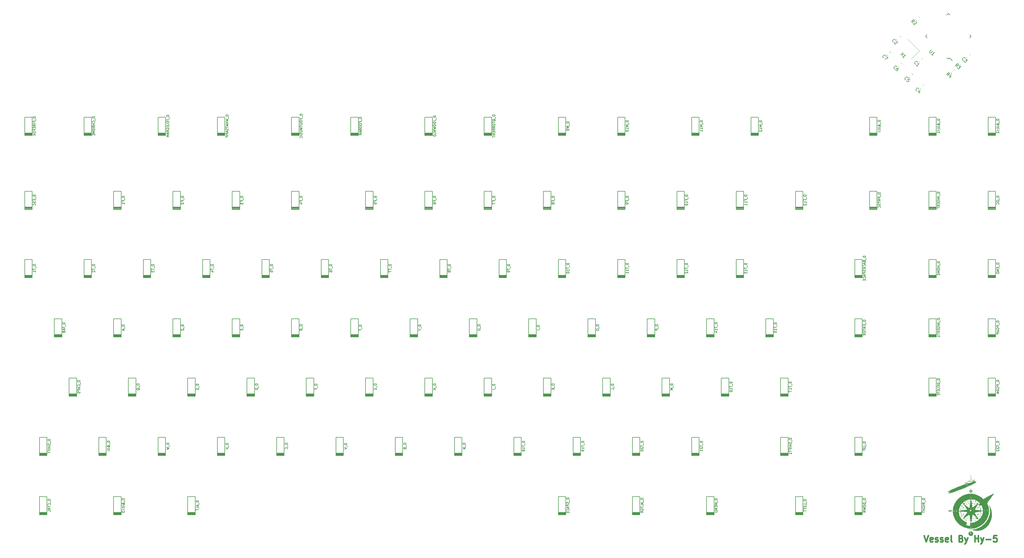
<source format=gto>
G04 #@! TF.GenerationSoftware,KiCad,Pcbnew,7.0.8*
G04 #@! TF.CreationDate,2023-10-17T11:30:24-05:00*
G04 #@! TF.ProjectId,Vessel,56657373-656c-42e6-9b69-6361645f7063,rev?*
G04 #@! TF.SameCoordinates,Original*
G04 #@! TF.FileFunction,Legend,Top*
G04 #@! TF.FilePolarity,Positive*
%FSLAX46Y46*%
G04 Gerber Fmt 4.6, Leading zero omitted, Abs format (unit mm)*
G04 Created by KiCad (PCBNEW 7.0.8) date 2023-10-17 11:30:24*
%MOMM*%
%LPD*%
G01*
G04 APERTURE LIST*
G04 Aperture macros list*
%AMRoundRect*
0 Rectangle with rounded corners*
0 $1 Rounding radius*
0 $2 $3 $4 $5 $6 $7 $8 $9 X,Y pos of 4 corners*
0 Add a 4 corners polygon primitive as box body*
4,1,4,$2,$3,$4,$5,$6,$7,$8,$9,$2,$3,0*
0 Add four circle primitives for the rounded corners*
1,1,$1+$1,$2,$3*
1,1,$1+$1,$4,$5*
1,1,$1+$1,$6,$7*
1,1,$1+$1,$8,$9*
0 Add four rect primitives between the rounded corners*
20,1,$1+$1,$2,$3,$4,$5,0*
20,1,$1+$1,$4,$5,$6,$7,0*
20,1,$1+$1,$6,$7,$8,$9,0*
20,1,$1+$1,$8,$9,$2,$3,0*%
%AMRotRect*
0 Rectangle, with rotation*
0 The origin of the aperture is its center*
0 $1 length*
0 $2 width*
0 $3 Rotation angle, in degrees counterclockwise*
0 Add horizontal line*
21,1,$1,$2,0,0,$3*%
G04 Aperture macros list end*
%ADD10C,0.500000*%
%ADD11C,0.150000*%
%ADD12C,0.120000*%
%ADD13C,0.200000*%
%ADD14R,1.600000X1.600000*%
%ADD15C,1.600000*%
%ADD16RoundRect,0.250000X0.548008X0.088388X0.088388X0.548008X-0.548008X-0.088388X-0.088388X-0.548008X0*%
%ADD17RotRect,1.500000X0.550000X135.000000*%
%ADD18RotRect,1.500000X0.550000X225.000000*%
%ADD19RotRect,1.600000X1.300000X135.000000*%
%ADD20R,1.200000X1.200000*%
%ADD21C,1.750000*%
%ADD22C,3.987800*%
%ADD23C,3.048000*%
%ADD24O,1.700000X2.700000*%
G04 APERTURE END LIST*
D10*
X445236526Y-336824238D02*
X445903192Y-338824238D01*
X445903192Y-338824238D02*
X446569859Y-336824238D01*
X447998431Y-338729000D02*
X447807955Y-338824238D01*
X447807955Y-338824238D02*
X447427002Y-338824238D01*
X447427002Y-338824238D02*
X447236526Y-338729000D01*
X447236526Y-338729000D02*
X447141288Y-338538523D01*
X447141288Y-338538523D02*
X447141288Y-337776619D01*
X447141288Y-337776619D02*
X447236526Y-337586142D01*
X447236526Y-337586142D02*
X447427002Y-337490904D01*
X447427002Y-337490904D02*
X447807955Y-337490904D01*
X447807955Y-337490904D02*
X447998431Y-337586142D01*
X447998431Y-337586142D02*
X448093669Y-337776619D01*
X448093669Y-337776619D02*
X448093669Y-337967095D01*
X448093669Y-337967095D02*
X447141288Y-338157571D01*
X448855574Y-338729000D02*
X449046050Y-338824238D01*
X449046050Y-338824238D02*
X449427002Y-338824238D01*
X449427002Y-338824238D02*
X449617479Y-338729000D01*
X449617479Y-338729000D02*
X449712717Y-338538523D01*
X449712717Y-338538523D02*
X449712717Y-338443285D01*
X449712717Y-338443285D02*
X449617479Y-338252809D01*
X449617479Y-338252809D02*
X449427002Y-338157571D01*
X449427002Y-338157571D02*
X449141288Y-338157571D01*
X449141288Y-338157571D02*
X448950812Y-338062333D01*
X448950812Y-338062333D02*
X448855574Y-337871857D01*
X448855574Y-337871857D02*
X448855574Y-337776619D01*
X448855574Y-337776619D02*
X448950812Y-337586142D01*
X448950812Y-337586142D02*
X449141288Y-337490904D01*
X449141288Y-337490904D02*
X449427002Y-337490904D01*
X449427002Y-337490904D02*
X449617479Y-337586142D01*
X450474622Y-338729000D02*
X450665098Y-338824238D01*
X450665098Y-338824238D02*
X451046050Y-338824238D01*
X451046050Y-338824238D02*
X451236527Y-338729000D01*
X451236527Y-338729000D02*
X451331765Y-338538523D01*
X451331765Y-338538523D02*
X451331765Y-338443285D01*
X451331765Y-338443285D02*
X451236527Y-338252809D01*
X451236527Y-338252809D02*
X451046050Y-338157571D01*
X451046050Y-338157571D02*
X450760336Y-338157571D01*
X450760336Y-338157571D02*
X450569860Y-338062333D01*
X450569860Y-338062333D02*
X450474622Y-337871857D01*
X450474622Y-337871857D02*
X450474622Y-337776619D01*
X450474622Y-337776619D02*
X450569860Y-337586142D01*
X450569860Y-337586142D02*
X450760336Y-337490904D01*
X450760336Y-337490904D02*
X451046050Y-337490904D01*
X451046050Y-337490904D02*
X451236527Y-337586142D01*
X452950813Y-338729000D02*
X452760337Y-338824238D01*
X452760337Y-338824238D02*
X452379384Y-338824238D01*
X452379384Y-338824238D02*
X452188908Y-338729000D01*
X452188908Y-338729000D02*
X452093670Y-338538523D01*
X452093670Y-338538523D02*
X452093670Y-337776619D01*
X452093670Y-337776619D02*
X452188908Y-337586142D01*
X452188908Y-337586142D02*
X452379384Y-337490904D01*
X452379384Y-337490904D02*
X452760337Y-337490904D01*
X452760337Y-337490904D02*
X452950813Y-337586142D01*
X452950813Y-337586142D02*
X453046051Y-337776619D01*
X453046051Y-337776619D02*
X453046051Y-337967095D01*
X453046051Y-337967095D02*
X452093670Y-338157571D01*
X454188908Y-338824238D02*
X453998432Y-338729000D01*
X453998432Y-338729000D02*
X453903194Y-338538523D01*
X453903194Y-338538523D02*
X453903194Y-336824238D01*
X457141290Y-337776619D02*
X457427004Y-337871857D01*
X457427004Y-337871857D02*
X457522242Y-337967095D01*
X457522242Y-337967095D02*
X457617480Y-338157571D01*
X457617480Y-338157571D02*
X457617480Y-338443285D01*
X457617480Y-338443285D02*
X457522242Y-338633761D01*
X457522242Y-338633761D02*
X457427004Y-338729000D01*
X457427004Y-338729000D02*
X457236528Y-338824238D01*
X457236528Y-338824238D02*
X456474623Y-338824238D01*
X456474623Y-338824238D02*
X456474623Y-336824238D01*
X456474623Y-336824238D02*
X457141290Y-336824238D01*
X457141290Y-336824238D02*
X457331766Y-336919476D01*
X457331766Y-336919476D02*
X457427004Y-337014714D01*
X457427004Y-337014714D02*
X457522242Y-337205190D01*
X457522242Y-337205190D02*
X457522242Y-337395666D01*
X457522242Y-337395666D02*
X457427004Y-337586142D01*
X457427004Y-337586142D02*
X457331766Y-337681380D01*
X457331766Y-337681380D02*
X457141290Y-337776619D01*
X457141290Y-337776619D02*
X456474623Y-337776619D01*
X458284147Y-337490904D02*
X458760337Y-338824238D01*
X459236528Y-337490904D02*
X458760337Y-338824238D01*
X458760337Y-338824238D02*
X458569861Y-339300428D01*
X458569861Y-339300428D02*
X458474623Y-339395666D01*
X458474623Y-339395666D02*
X458284147Y-339490904D01*
X461522243Y-338824238D02*
X461522243Y-336824238D01*
X461522243Y-337776619D02*
X462665100Y-337776619D01*
X462665100Y-338824238D02*
X462665100Y-336824238D01*
X463427005Y-337490904D02*
X463903195Y-338824238D01*
X464379386Y-337490904D02*
X463903195Y-338824238D01*
X463903195Y-338824238D02*
X463712719Y-339300428D01*
X463712719Y-339300428D02*
X463617481Y-339395666D01*
X463617481Y-339395666D02*
X463427005Y-339490904D01*
X465141291Y-338062333D02*
X466665101Y-338062333D01*
X468569862Y-336824238D02*
X467617481Y-336824238D01*
X467617481Y-336824238D02*
X467522243Y-337776619D01*
X467522243Y-337776619D02*
X467617481Y-337681380D01*
X467617481Y-337681380D02*
X467807957Y-337586142D01*
X467807957Y-337586142D02*
X468284148Y-337586142D01*
X468284148Y-337586142D02*
X468474624Y-337681380D01*
X468474624Y-337681380D02*
X468569862Y-337776619D01*
X468569862Y-337776619D02*
X468665100Y-337967095D01*
X468665100Y-337967095D02*
X468665100Y-338443285D01*
X468665100Y-338443285D02*
X468569862Y-338633761D01*
X468569862Y-338633761D02*
X468474624Y-338729000D01*
X468474624Y-338729000D02*
X468284148Y-338824238D01*
X468284148Y-338824238D02*
X467807957Y-338824238D01*
X467807957Y-338824238D02*
X467617481Y-338729000D01*
X467617481Y-338729000D02*
X467522243Y-338633761D01*
D11*
X452809417Y-189049480D02*
X452910432Y-188477061D01*
X452405356Y-188645419D02*
X453112463Y-187938313D01*
X453112463Y-187938313D02*
X453381837Y-188207687D01*
X453381837Y-188207687D02*
X453415509Y-188308702D01*
X453415509Y-188308702D02*
X453415509Y-188376045D01*
X453415509Y-188376045D02*
X453381837Y-188477061D01*
X453381837Y-188477061D02*
X453280822Y-188578076D01*
X453280822Y-188578076D02*
X453179806Y-188611748D01*
X453179806Y-188611748D02*
X453112463Y-188611748D01*
X453112463Y-188611748D02*
X453011448Y-188578076D01*
X453011448Y-188578076D02*
X452742074Y-188308702D01*
X453886913Y-189184167D02*
X453415509Y-189655572D01*
X453987928Y-188746435D02*
X453314493Y-189083152D01*
X453314493Y-189083152D02*
X453752226Y-189520885D01*
X455637817Y-186221080D02*
X455738832Y-185648661D01*
X455233756Y-185817019D02*
X455940863Y-185109913D01*
X455940863Y-185109913D02*
X456210237Y-185379287D01*
X456210237Y-185379287D02*
X456243909Y-185480302D01*
X456243909Y-185480302D02*
X456243909Y-185547645D01*
X456243909Y-185547645D02*
X456210237Y-185648661D01*
X456210237Y-185648661D02*
X456109222Y-185749676D01*
X456109222Y-185749676D02*
X456008206Y-185783348D01*
X456008206Y-185783348D02*
X455940863Y-185783348D01*
X455940863Y-185783348D02*
X455839848Y-185749676D01*
X455839848Y-185749676D02*
X455570474Y-185480302D01*
X456580626Y-185749676D02*
X457018359Y-186187409D01*
X457018359Y-186187409D02*
X456513283Y-186221080D01*
X456513283Y-186221080D02*
X456614298Y-186322096D01*
X456614298Y-186322096D02*
X456647970Y-186423111D01*
X456647970Y-186423111D02*
X456647970Y-186490454D01*
X456647970Y-186490454D02*
X456614298Y-186591470D01*
X456614298Y-186591470D02*
X456445939Y-186759828D01*
X456445939Y-186759828D02*
X456344924Y-186793500D01*
X456344924Y-186793500D02*
X456277580Y-186793500D01*
X456277580Y-186793500D02*
X456176565Y-186759828D01*
X456176565Y-186759828D02*
X455974535Y-186557798D01*
X455974535Y-186557798D02*
X455940863Y-186456783D01*
X455940863Y-186456783D02*
X455940863Y-186389439D01*
X441495717Y-172078980D02*
X441596732Y-171506561D01*
X441091656Y-171674919D02*
X441798763Y-170967813D01*
X441798763Y-170967813D02*
X442068137Y-171237187D01*
X442068137Y-171237187D02*
X442101809Y-171338202D01*
X442101809Y-171338202D02*
X442101809Y-171405545D01*
X442101809Y-171405545D02*
X442068137Y-171506561D01*
X442068137Y-171506561D02*
X441967122Y-171607576D01*
X441967122Y-171607576D02*
X441866106Y-171641248D01*
X441866106Y-171641248D02*
X441798763Y-171641248D01*
X441798763Y-171641248D02*
X441697748Y-171607576D01*
X441697748Y-171607576D02*
X441428374Y-171338202D01*
X442404854Y-171708591D02*
X442472198Y-171708591D01*
X442472198Y-171708591D02*
X442573213Y-171742263D01*
X442573213Y-171742263D02*
X442741572Y-171910622D01*
X442741572Y-171910622D02*
X442775244Y-172011637D01*
X442775244Y-172011637D02*
X442775244Y-172078980D01*
X442775244Y-172078980D02*
X442741572Y-172179996D01*
X442741572Y-172179996D02*
X442674228Y-172247339D01*
X442674228Y-172247339D02*
X442539541Y-172314683D01*
X442539541Y-172314683D02*
X441731419Y-172314683D01*
X441731419Y-172314683D02*
X442169152Y-172752415D01*
X447580207Y-180708996D02*
X447007787Y-181281416D01*
X447007787Y-181281416D02*
X446974115Y-181382431D01*
X446974115Y-181382431D02*
X446974115Y-181449775D01*
X446974115Y-181449775D02*
X447007787Y-181550790D01*
X447007787Y-181550790D02*
X447142474Y-181685477D01*
X447142474Y-181685477D02*
X447243489Y-181719149D01*
X447243489Y-181719149D02*
X447310833Y-181719149D01*
X447310833Y-181719149D02*
X447411848Y-181685477D01*
X447411848Y-181685477D02*
X447984268Y-181113057D01*
X447984268Y-182527271D02*
X447580207Y-182123210D01*
X447782237Y-182325240D02*
X448489344Y-181618134D01*
X448489344Y-181618134D02*
X448320985Y-181651805D01*
X448320985Y-181651805D02*
X448186298Y-181651805D01*
X448186298Y-181651805D02*
X448085283Y-181618134D01*
X457826461Y-184032437D02*
X457759117Y-184032437D01*
X457759117Y-184032437D02*
X457624430Y-183965093D01*
X457624430Y-183965093D02*
X457557087Y-183897750D01*
X457557087Y-183897750D02*
X457489743Y-183763063D01*
X457489743Y-183763063D02*
X457489743Y-183628376D01*
X457489743Y-183628376D02*
X457523415Y-183527361D01*
X457523415Y-183527361D02*
X457624430Y-183359002D01*
X457624430Y-183359002D02*
X457725445Y-183257987D01*
X457725445Y-183257987D02*
X457893804Y-183156971D01*
X457893804Y-183156971D02*
X457994819Y-183123300D01*
X457994819Y-183123300D02*
X458129506Y-183123300D01*
X458129506Y-183123300D02*
X458264193Y-183190643D01*
X458264193Y-183190643D02*
X458331537Y-183257987D01*
X458331537Y-183257987D02*
X458398880Y-183392674D01*
X458398880Y-183392674D02*
X458398880Y-183460017D01*
X458701926Y-183628376D02*
X459139659Y-184066109D01*
X459139659Y-184066109D02*
X458634583Y-184099780D01*
X458634583Y-184099780D02*
X458735598Y-184200796D01*
X458735598Y-184200796D02*
X458769270Y-184301811D01*
X458769270Y-184301811D02*
X458769270Y-184369154D01*
X458769270Y-184369154D02*
X458735598Y-184470170D01*
X458735598Y-184470170D02*
X458567239Y-184638528D01*
X458567239Y-184638528D02*
X458466224Y-184672200D01*
X458466224Y-184672200D02*
X458398880Y-184672200D01*
X458398880Y-184672200D02*
X458297865Y-184638528D01*
X458297865Y-184638528D02*
X458095835Y-184436498D01*
X458095835Y-184436498D02*
X458062163Y-184335483D01*
X458062163Y-184335483D02*
X458062163Y-184268139D01*
X435423861Y-178217937D02*
X435356517Y-178217937D01*
X435356517Y-178217937D02*
X435221830Y-178150593D01*
X435221830Y-178150593D02*
X435154487Y-178083250D01*
X435154487Y-178083250D02*
X435087143Y-177948563D01*
X435087143Y-177948563D02*
X435087143Y-177813876D01*
X435087143Y-177813876D02*
X435120815Y-177712861D01*
X435120815Y-177712861D02*
X435221830Y-177544502D01*
X435221830Y-177544502D02*
X435322845Y-177443487D01*
X435322845Y-177443487D02*
X435491204Y-177342471D01*
X435491204Y-177342471D02*
X435592219Y-177308800D01*
X435592219Y-177308800D02*
X435726906Y-177308800D01*
X435726906Y-177308800D02*
X435861593Y-177376143D01*
X435861593Y-177376143D02*
X435928937Y-177443487D01*
X435928937Y-177443487D02*
X435996280Y-177578174D01*
X435996280Y-177578174D02*
X435996280Y-177645517D01*
X436265654Y-177914891D02*
X436332998Y-177914891D01*
X436332998Y-177914891D02*
X436434013Y-177948563D01*
X436434013Y-177948563D02*
X436602372Y-178116922D01*
X436602372Y-178116922D02*
X436636044Y-178217937D01*
X436636044Y-178217937D02*
X436636044Y-178285280D01*
X436636044Y-178285280D02*
X436602372Y-178386296D01*
X436602372Y-178386296D02*
X436535028Y-178453639D01*
X436535028Y-178453639D02*
X436400341Y-178520983D01*
X436400341Y-178520983D02*
X435592219Y-178520983D01*
X435592219Y-178520983D02*
X436029952Y-178958715D01*
X442494861Y-185289037D02*
X442427517Y-185289037D01*
X442427517Y-185289037D02*
X442292830Y-185221693D01*
X442292830Y-185221693D02*
X442225487Y-185154350D01*
X442225487Y-185154350D02*
X442158143Y-185019663D01*
X442158143Y-185019663D02*
X442158143Y-184884976D01*
X442158143Y-184884976D02*
X442191815Y-184783961D01*
X442191815Y-184783961D02*
X442292830Y-184615602D01*
X442292830Y-184615602D02*
X442393845Y-184514587D01*
X442393845Y-184514587D02*
X442562204Y-184413571D01*
X442562204Y-184413571D02*
X442663219Y-184379900D01*
X442663219Y-184379900D02*
X442797906Y-184379900D01*
X442797906Y-184379900D02*
X442932593Y-184447243D01*
X442932593Y-184447243D02*
X442999937Y-184514587D01*
X442999937Y-184514587D02*
X443067280Y-184649274D01*
X443067280Y-184649274D02*
X443067280Y-184716617D01*
X443100952Y-186029815D02*
X442696891Y-185625754D01*
X442898922Y-185827785D02*
X443606028Y-185120678D01*
X443606028Y-185120678D02*
X443437670Y-185154350D01*
X443437670Y-185154350D02*
X443302983Y-185154350D01*
X443302983Y-185154350D02*
X443201967Y-185120678D01*
X438331382Y-181472278D02*
X438095680Y-182650789D01*
X438802786Y-181943682D02*
X437624275Y-182179384D01*
X438735443Y-183290552D02*
X438331382Y-182886491D01*
X438533412Y-183088522D02*
X439240519Y-182381415D01*
X439240519Y-182381415D02*
X439072160Y-182415087D01*
X439072160Y-182415087D02*
X438937473Y-182415087D01*
X438937473Y-182415087D02*
X438836458Y-182381415D01*
X439363261Y-190324537D02*
X439295917Y-190324537D01*
X439295917Y-190324537D02*
X439161230Y-190257193D01*
X439161230Y-190257193D02*
X439093887Y-190189850D01*
X439093887Y-190189850D02*
X439026543Y-190055163D01*
X439026543Y-190055163D02*
X439026543Y-189920476D01*
X439026543Y-189920476D02*
X439060215Y-189819461D01*
X439060215Y-189819461D02*
X439161230Y-189651102D01*
X439161230Y-189651102D02*
X439262245Y-189550087D01*
X439262245Y-189550087D02*
X439430604Y-189449071D01*
X439430604Y-189449071D02*
X439531619Y-189415400D01*
X439531619Y-189415400D02*
X439666306Y-189415400D01*
X439666306Y-189415400D02*
X439800993Y-189482743D01*
X439800993Y-189482743D02*
X439868337Y-189550087D01*
X439868337Y-189550087D02*
X439935680Y-189684774D01*
X439935680Y-189684774D02*
X439935680Y-189752117D01*
X440642787Y-190324537D02*
X440306070Y-189987819D01*
X440306070Y-189987819D02*
X439935680Y-190290865D01*
X439935680Y-190290865D02*
X440003024Y-190290865D01*
X440003024Y-190290865D02*
X440104039Y-190324537D01*
X440104039Y-190324537D02*
X440272398Y-190492896D01*
X440272398Y-190492896D02*
X440306070Y-190593911D01*
X440306070Y-190593911D02*
X440306070Y-190661254D01*
X440306070Y-190661254D02*
X440272398Y-190762270D01*
X440272398Y-190762270D02*
X440104039Y-190930628D01*
X440104039Y-190930628D02*
X440003024Y-190964300D01*
X440003024Y-190964300D02*
X439935680Y-190964300D01*
X439935680Y-190964300D02*
X439834665Y-190930628D01*
X439834665Y-190930628D02*
X439666306Y-190762270D01*
X439666306Y-190762270D02*
X439632635Y-190661254D01*
X439632635Y-190661254D02*
X439632635Y-190593911D01*
X432292261Y-183253437D02*
X432224917Y-183253437D01*
X432224917Y-183253437D02*
X432090230Y-183186093D01*
X432090230Y-183186093D02*
X432022887Y-183118750D01*
X432022887Y-183118750D02*
X431955543Y-182984063D01*
X431955543Y-182984063D02*
X431955543Y-182849376D01*
X431955543Y-182849376D02*
X431989215Y-182748361D01*
X431989215Y-182748361D02*
X432090230Y-182580002D01*
X432090230Y-182580002D02*
X432191245Y-182478987D01*
X432191245Y-182478987D02*
X432359604Y-182377971D01*
X432359604Y-182377971D02*
X432460619Y-182344300D01*
X432460619Y-182344300D02*
X432595306Y-182344300D01*
X432595306Y-182344300D02*
X432729993Y-182411643D01*
X432729993Y-182411643D02*
X432797337Y-182478987D01*
X432797337Y-182478987D02*
X432864680Y-182613674D01*
X432864680Y-182613674D02*
X432864680Y-182681017D01*
X433167726Y-182849376D02*
X433639131Y-183320780D01*
X433639131Y-183320780D02*
X432628978Y-183724841D01*
X442898861Y-193860037D02*
X442831517Y-193860037D01*
X442831517Y-193860037D02*
X442696830Y-193792693D01*
X442696830Y-193792693D02*
X442629487Y-193725350D01*
X442629487Y-193725350D02*
X442562143Y-193590663D01*
X442562143Y-193590663D02*
X442562143Y-193455976D01*
X442562143Y-193455976D02*
X442595815Y-193354961D01*
X442595815Y-193354961D02*
X442696830Y-193186602D01*
X442696830Y-193186602D02*
X442797845Y-193085587D01*
X442797845Y-193085587D02*
X442966204Y-192984571D01*
X442966204Y-192984571D02*
X443067219Y-192950900D01*
X443067219Y-192950900D02*
X443201906Y-192950900D01*
X443201906Y-192950900D02*
X443336593Y-193018243D01*
X443336593Y-193018243D02*
X443403937Y-193085587D01*
X443403937Y-193085587D02*
X443471280Y-193220274D01*
X443471280Y-193220274D02*
X443471280Y-193287617D01*
X443909013Y-194062067D02*
X443437609Y-194533472D01*
X444010028Y-193624335D02*
X443336593Y-193961052D01*
X443336593Y-193961052D02*
X443774326Y-194398785D01*
X435827761Y-186789037D02*
X435760417Y-186789037D01*
X435760417Y-186789037D02*
X435625730Y-186721693D01*
X435625730Y-186721693D02*
X435558387Y-186654350D01*
X435558387Y-186654350D02*
X435491043Y-186519663D01*
X435491043Y-186519663D02*
X435491043Y-186384976D01*
X435491043Y-186384976D02*
X435524715Y-186283961D01*
X435524715Y-186283961D02*
X435625730Y-186115602D01*
X435625730Y-186115602D02*
X435726745Y-186014587D01*
X435726745Y-186014587D02*
X435895104Y-185913571D01*
X435895104Y-185913571D02*
X435996119Y-185879900D01*
X435996119Y-185879900D02*
X436130806Y-185879900D01*
X436130806Y-185879900D02*
X436265493Y-185947243D01*
X436265493Y-185947243D02*
X436332837Y-186014587D01*
X436332837Y-186014587D02*
X436400180Y-186149274D01*
X436400180Y-186149274D02*
X436400180Y-186216617D01*
X437073615Y-186755365D02*
X436938928Y-186620678D01*
X436938928Y-186620678D02*
X436837913Y-186587006D01*
X436837913Y-186587006D02*
X436770570Y-186587006D01*
X436770570Y-186587006D02*
X436602211Y-186620678D01*
X436602211Y-186620678D02*
X436433852Y-186721693D01*
X436433852Y-186721693D02*
X436164478Y-186991067D01*
X436164478Y-186991067D02*
X436130806Y-187092083D01*
X436130806Y-187092083D02*
X436130806Y-187159426D01*
X436130806Y-187159426D02*
X436164478Y-187260441D01*
X436164478Y-187260441D02*
X436299165Y-187395128D01*
X436299165Y-187395128D02*
X436400180Y-187428800D01*
X436400180Y-187428800D02*
X436467524Y-187428800D01*
X436467524Y-187428800D02*
X436568539Y-187395128D01*
X436568539Y-187395128D02*
X436736898Y-187226770D01*
X436736898Y-187226770D02*
X436770570Y-187125754D01*
X436770570Y-187125754D02*
X436770570Y-187058411D01*
X436770570Y-187058411D02*
X436736898Y-186957396D01*
X436736898Y-186957396D02*
X436602211Y-186822709D01*
X436602211Y-186822709D02*
X436501196Y-186789037D01*
X436501196Y-186789037D02*
X436433852Y-186789037D01*
X436433852Y-186789037D02*
X436332837Y-186822709D01*
X274012295Y-249695000D02*
X273212295Y-249695000D01*
X273212295Y-249695000D02*
X273212295Y-249885476D01*
X273212295Y-249885476D02*
X273250390Y-249999762D01*
X273250390Y-249999762D02*
X273326580Y-250075952D01*
X273326580Y-250075952D02*
X273402771Y-250114047D01*
X273402771Y-250114047D02*
X273555152Y-250152143D01*
X273555152Y-250152143D02*
X273669438Y-250152143D01*
X273669438Y-250152143D02*
X273821819Y-250114047D01*
X273821819Y-250114047D02*
X273898009Y-250075952D01*
X273898009Y-250075952D02*
X273974200Y-249999762D01*
X273974200Y-249999762D02*
X274012295Y-249885476D01*
X274012295Y-249885476D02*
X274012295Y-249695000D01*
X274088485Y-250304524D02*
X274088485Y-250914047D01*
X273212295Y-250990238D02*
X273212295Y-251447381D01*
X274012295Y-251218809D02*
X273212295Y-251218809D01*
X273212295Y-251637857D02*
X273212295Y-252171191D01*
X273212295Y-252171191D02*
X274012295Y-251828333D01*
X450224795Y-248723571D02*
X449424795Y-248723571D01*
X449424795Y-248723571D02*
X449424795Y-248914047D01*
X449424795Y-248914047D02*
X449462890Y-249028333D01*
X449462890Y-249028333D02*
X449539080Y-249104523D01*
X449539080Y-249104523D02*
X449615271Y-249142618D01*
X449615271Y-249142618D02*
X449767652Y-249180714D01*
X449767652Y-249180714D02*
X449881938Y-249180714D01*
X449881938Y-249180714D02*
X450034319Y-249142618D01*
X450034319Y-249142618D02*
X450110509Y-249104523D01*
X450110509Y-249104523D02*
X450186700Y-249028333D01*
X450186700Y-249028333D02*
X450224795Y-248914047D01*
X450224795Y-248914047D02*
X450224795Y-248723571D01*
X450300985Y-249333095D02*
X450300985Y-249942618D01*
X450224795Y-250133095D02*
X449424795Y-250133095D01*
X449805747Y-250133095D02*
X449805747Y-250590238D01*
X450224795Y-250590238D02*
X449424795Y-250590238D01*
X449424795Y-251123571D02*
X449424795Y-251275952D01*
X449424795Y-251275952D02*
X449462890Y-251352142D01*
X449462890Y-251352142D02*
X449539080Y-251428333D01*
X449539080Y-251428333D02*
X449691461Y-251466428D01*
X449691461Y-251466428D02*
X449958128Y-251466428D01*
X449958128Y-251466428D02*
X450110509Y-251428333D01*
X450110509Y-251428333D02*
X450186700Y-251352142D01*
X450186700Y-251352142D02*
X450224795Y-251275952D01*
X450224795Y-251275952D02*
X450224795Y-251123571D01*
X450224795Y-251123571D02*
X450186700Y-251047380D01*
X450186700Y-251047380D02*
X450110509Y-250971190D01*
X450110509Y-250971190D02*
X449958128Y-250933094D01*
X449958128Y-250933094D02*
X449691461Y-250933094D01*
X449691461Y-250933094D02*
X449539080Y-250971190D01*
X449539080Y-250971190D02*
X449462890Y-251047380D01*
X449462890Y-251047380D02*
X449424795Y-251123571D01*
X450224795Y-251809285D02*
X449424795Y-251809285D01*
X449424795Y-251809285D02*
X449996223Y-252075951D01*
X449996223Y-252075951D02*
X449424795Y-252342618D01*
X449424795Y-252342618D02*
X450224795Y-252342618D01*
X449805747Y-252723571D02*
X449805747Y-252990237D01*
X450224795Y-253104523D02*
X450224795Y-252723571D01*
X450224795Y-252723571D02*
X449424795Y-252723571D01*
X449424795Y-252723571D02*
X449424795Y-253104523D01*
X226387295Y-269068809D02*
X225587295Y-269068809D01*
X225587295Y-269068809D02*
X225587295Y-269259285D01*
X225587295Y-269259285D02*
X225625390Y-269373571D01*
X225625390Y-269373571D02*
X225701580Y-269449761D01*
X225701580Y-269449761D02*
X225777771Y-269487856D01*
X225777771Y-269487856D02*
X225930152Y-269525952D01*
X225930152Y-269525952D02*
X226044438Y-269525952D01*
X226044438Y-269525952D02*
X226196819Y-269487856D01*
X226196819Y-269487856D02*
X226273009Y-269449761D01*
X226273009Y-269449761D02*
X226349200Y-269373571D01*
X226349200Y-269373571D02*
X226387295Y-269259285D01*
X226387295Y-269259285D02*
X226387295Y-269068809D01*
X226463485Y-269678333D02*
X226463485Y-270287856D01*
X225968247Y-270478333D02*
X225968247Y-270744999D01*
X226387295Y-270859285D02*
X226387295Y-270478333D01*
X226387295Y-270478333D02*
X225587295Y-270478333D01*
X225587295Y-270478333D02*
X225587295Y-270859285D01*
X193049795Y-288061667D02*
X192249795Y-288061667D01*
X192249795Y-288061667D02*
X192249795Y-288252143D01*
X192249795Y-288252143D02*
X192287890Y-288366429D01*
X192287890Y-288366429D02*
X192364080Y-288442619D01*
X192364080Y-288442619D02*
X192440271Y-288480714D01*
X192440271Y-288480714D02*
X192592652Y-288518810D01*
X192592652Y-288518810D02*
X192706938Y-288518810D01*
X192706938Y-288518810D02*
X192859319Y-288480714D01*
X192859319Y-288480714D02*
X192935509Y-288442619D01*
X192935509Y-288442619D02*
X193011700Y-288366429D01*
X193011700Y-288366429D02*
X193049795Y-288252143D01*
X193049795Y-288252143D02*
X193049795Y-288061667D01*
X193125985Y-288671191D02*
X193125985Y-289280714D01*
X193125985Y-290004524D02*
X193087890Y-289928334D01*
X193087890Y-289928334D02*
X193011700Y-289852143D01*
X193011700Y-289852143D02*
X192897414Y-289737857D01*
X192897414Y-289737857D02*
X192859319Y-289661667D01*
X192859319Y-289661667D02*
X192859319Y-289585476D01*
X193049795Y-289623572D02*
X193011700Y-289547381D01*
X193011700Y-289547381D02*
X192935509Y-289471191D01*
X192935509Y-289471191D02*
X192783128Y-289433095D01*
X192783128Y-289433095D02*
X192516461Y-289433095D01*
X192516461Y-289433095D02*
X192364080Y-289471191D01*
X192364080Y-289471191D02*
X192287890Y-289547381D01*
X192287890Y-289547381D02*
X192249795Y-289623572D01*
X192249795Y-289623572D02*
X192249795Y-289775953D01*
X192249795Y-289775953D02*
X192287890Y-289852143D01*
X192287890Y-289852143D02*
X192364080Y-289928334D01*
X192364080Y-289928334D02*
X192516461Y-289966429D01*
X192516461Y-289966429D02*
X192783128Y-289966429D01*
X192783128Y-289966429D02*
X192935509Y-289928334D01*
X192935509Y-289928334D02*
X193011700Y-289852143D01*
X193011700Y-289852143D02*
X193049795Y-289775953D01*
X193049795Y-289775953D02*
X193049795Y-289623572D01*
X350212295Y-227749405D02*
X349412295Y-227749405D01*
X349412295Y-227749405D02*
X349412295Y-227939881D01*
X349412295Y-227939881D02*
X349450390Y-228054167D01*
X349450390Y-228054167D02*
X349526580Y-228130357D01*
X349526580Y-228130357D02*
X349602771Y-228168452D01*
X349602771Y-228168452D02*
X349755152Y-228206548D01*
X349755152Y-228206548D02*
X349869438Y-228206548D01*
X349869438Y-228206548D02*
X350021819Y-228168452D01*
X350021819Y-228168452D02*
X350098009Y-228130357D01*
X350098009Y-228130357D02*
X350174200Y-228054167D01*
X350174200Y-228054167D02*
X350212295Y-227939881D01*
X350212295Y-227939881D02*
X350212295Y-227749405D01*
X350288485Y-228358929D02*
X350288485Y-228968452D01*
X349793247Y-229425595D02*
X349793247Y-229158929D01*
X350212295Y-229158929D02*
X349412295Y-229158929D01*
X349412295Y-229158929D02*
X349412295Y-229539881D01*
X350212295Y-229882738D02*
X350212295Y-230035119D01*
X350212295Y-230035119D02*
X350174200Y-230111309D01*
X350174200Y-230111309D02*
X350136104Y-230149405D01*
X350136104Y-230149405D02*
X350021819Y-230225595D01*
X350021819Y-230225595D02*
X349869438Y-230263690D01*
X349869438Y-230263690D02*
X349564676Y-230263690D01*
X349564676Y-230263690D02*
X349488485Y-230225595D01*
X349488485Y-230225595D02*
X349450390Y-230187500D01*
X349450390Y-230187500D02*
X349412295Y-230111309D01*
X349412295Y-230111309D02*
X349412295Y-229958928D01*
X349412295Y-229958928D02*
X349450390Y-229882738D01*
X349450390Y-229882738D02*
X349488485Y-229844643D01*
X349488485Y-229844643D02*
X349564676Y-229806547D01*
X349564676Y-229806547D02*
X349755152Y-229806547D01*
X349755152Y-229806547D02*
X349831342Y-229844643D01*
X349831342Y-229844643D02*
X349869438Y-229882738D01*
X349869438Y-229882738D02*
X349907533Y-229958928D01*
X349907533Y-229958928D02*
X349907533Y-230111309D01*
X349907533Y-230111309D02*
X349869438Y-230187500D01*
X349869438Y-230187500D02*
X349831342Y-230225595D01*
X349831342Y-230225595D02*
X349755152Y-230263690D01*
X164474795Y-325152143D02*
X163674795Y-325152143D01*
X163674795Y-325152143D02*
X163674795Y-325342619D01*
X163674795Y-325342619D02*
X163712890Y-325456905D01*
X163712890Y-325456905D02*
X163789080Y-325533095D01*
X163789080Y-325533095D02*
X163865271Y-325571190D01*
X163865271Y-325571190D02*
X164017652Y-325609286D01*
X164017652Y-325609286D02*
X164131938Y-325609286D01*
X164131938Y-325609286D02*
X164284319Y-325571190D01*
X164284319Y-325571190D02*
X164360509Y-325533095D01*
X164360509Y-325533095D02*
X164436700Y-325456905D01*
X164436700Y-325456905D02*
X164474795Y-325342619D01*
X164474795Y-325342619D02*
X164474795Y-325152143D01*
X164550985Y-325761667D02*
X164550985Y-326371190D01*
X164398604Y-327018810D02*
X164436700Y-326980714D01*
X164436700Y-326980714D02*
X164474795Y-326866429D01*
X164474795Y-326866429D02*
X164474795Y-326790238D01*
X164474795Y-326790238D02*
X164436700Y-326675952D01*
X164436700Y-326675952D02*
X164360509Y-326599762D01*
X164360509Y-326599762D02*
X164284319Y-326561667D01*
X164284319Y-326561667D02*
X164131938Y-326523571D01*
X164131938Y-326523571D02*
X164017652Y-326523571D01*
X164017652Y-326523571D02*
X163865271Y-326561667D01*
X163865271Y-326561667D02*
X163789080Y-326599762D01*
X163789080Y-326599762D02*
X163712890Y-326675952D01*
X163712890Y-326675952D02*
X163674795Y-326790238D01*
X163674795Y-326790238D02*
X163674795Y-326866429D01*
X163674795Y-326866429D02*
X163712890Y-326980714D01*
X163712890Y-326980714D02*
X163750985Y-327018810D01*
X163674795Y-327247381D02*
X163674795Y-327704524D01*
X164474795Y-327475952D02*
X163674795Y-327475952D01*
X164474795Y-328428334D02*
X164093842Y-328161667D01*
X164474795Y-327971191D02*
X163674795Y-327971191D01*
X163674795Y-327971191D02*
X163674795Y-328275953D01*
X163674795Y-328275953D02*
X163712890Y-328352143D01*
X163712890Y-328352143D02*
X163750985Y-328390238D01*
X163750985Y-328390238D02*
X163827176Y-328428334D01*
X163827176Y-328428334D02*
X163941461Y-328428334D01*
X163941461Y-328428334D02*
X164017652Y-328390238D01*
X164017652Y-328390238D02*
X164055747Y-328352143D01*
X164055747Y-328352143D02*
X164093842Y-328275953D01*
X164093842Y-328275953D02*
X164093842Y-327971191D01*
X164474795Y-329152143D02*
X164474795Y-328771191D01*
X164474795Y-328771191D02*
X163674795Y-328771191D01*
X397837295Y-268364047D02*
X397037295Y-268364047D01*
X397037295Y-268364047D02*
X397037295Y-268554523D01*
X397037295Y-268554523D02*
X397075390Y-268668809D01*
X397075390Y-268668809D02*
X397151580Y-268744999D01*
X397151580Y-268744999D02*
X397227771Y-268783094D01*
X397227771Y-268783094D02*
X397380152Y-268821190D01*
X397380152Y-268821190D02*
X397494438Y-268821190D01*
X397494438Y-268821190D02*
X397646819Y-268783094D01*
X397646819Y-268783094D02*
X397723009Y-268744999D01*
X397723009Y-268744999D02*
X397799200Y-268668809D01*
X397799200Y-268668809D02*
X397837295Y-268554523D01*
X397837295Y-268554523D02*
X397837295Y-268364047D01*
X397913485Y-268973571D02*
X397913485Y-269583094D01*
X397037295Y-269659285D02*
X397037295Y-270116428D01*
X397837295Y-269887856D02*
X397037295Y-269887856D01*
X397837295Y-270802142D02*
X397837295Y-270344999D01*
X397837295Y-270573571D02*
X397037295Y-270573571D01*
X397037295Y-270573571D02*
X397151580Y-270497380D01*
X397151580Y-270497380D02*
X397227771Y-270421190D01*
X397227771Y-270421190D02*
X397265866Y-270344999D01*
X397037295Y-271525952D02*
X397037295Y-271145000D01*
X397037295Y-271145000D02*
X397418247Y-271106904D01*
X397418247Y-271106904D02*
X397380152Y-271145000D01*
X397380152Y-271145000D02*
X397342057Y-271221190D01*
X397342057Y-271221190D02*
X397342057Y-271411666D01*
X397342057Y-271411666D02*
X397380152Y-271487857D01*
X397380152Y-271487857D02*
X397418247Y-271525952D01*
X397418247Y-271525952D02*
X397494438Y-271564047D01*
X397494438Y-271564047D02*
X397684914Y-271564047D01*
X397684914Y-271564047D02*
X397761104Y-271525952D01*
X397761104Y-271525952D02*
X397799200Y-271487857D01*
X397799200Y-271487857D02*
X397837295Y-271411666D01*
X397837295Y-271411666D02*
X397837295Y-271221190D01*
X397837295Y-271221190D02*
X397799200Y-271145000D01*
X397799200Y-271145000D02*
X397761104Y-271106904D01*
X388312295Y-249314047D02*
X387512295Y-249314047D01*
X387512295Y-249314047D02*
X387512295Y-249504523D01*
X387512295Y-249504523D02*
X387550390Y-249618809D01*
X387550390Y-249618809D02*
X387626580Y-249694999D01*
X387626580Y-249694999D02*
X387702771Y-249733094D01*
X387702771Y-249733094D02*
X387855152Y-249771190D01*
X387855152Y-249771190D02*
X387969438Y-249771190D01*
X387969438Y-249771190D02*
X388121819Y-249733094D01*
X388121819Y-249733094D02*
X388198009Y-249694999D01*
X388198009Y-249694999D02*
X388274200Y-249618809D01*
X388274200Y-249618809D02*
X388312295Y-249504523D01*
X388312295Y-249504523D02*
X388312295Y-249314047D01*
X388388485Y-249923571D02*
X388388485Y-250533094D01*
X387512295Y-250609285D02*
X387512295Y-251066428D01*
X388312295Y-250837856D02*
X387512295Y-250837856D01*
X388312295Y-251752142D02*
X388312295Y-251294999D01*
X388312295Y-251523571D02*
X387512295Y-251523571D01*
X387512295Y-251523571D02*
X387626580Y-251447380D01*
X387626580Y-251447380D02*
X387702771Y-251371190D01*
X387702771Y-251371190D02*
X387740866Y-251294999D01*
X387512295Y-252018809D02*
X387512295Y-252514047D01*
X387512295Y-252514047D02*
X387817057Y-252247381D01*
X387817057Y-252247381D02*
X387817057Y-252361666D01*
X387817057Y-252361666D02*
X387855152Y-252437857D01*
X387855152Y-252437857D02*
X387893247Y-252475952D01*
X387893247Y-252475952D02*
X387969438Y-252514047D01*
X387969438Y-252514047D02*
X388159914Y-252514047D01*
X388159914Y-252514047D02*
X388236104Y-252475952D01*
X388236104Y-252475952D02*
X388274200Y-252437857D01*
X388274200Y-252437857D02*
X388312295Y-252361666D01*
X388312295Y-252361666D02*
X388312295Y-252133095D01*
X388312295Y-252133095D02*
X388274200Y-252056904D01*
X388274200Y-252056904D02*
X388236104Y-252018809D01*
X426412295Y-306711667D02*
X425612295Y-306711667D01*
X425612295Y-306711667D02*
X425612295Y-306902143D01*
X425612295Y-306902143D02*
X425650390Y-307016429D01*
X425650390Y-307016429D02*
X425726580Y-307092619D01*
X425726580Y-307092619D02*
X425802771Y-307130714D01*
X425802771Y-307130714D02*
X425955152Y-307168810D01*
X425955152Y-307168810D02*
X426069438Y-307168810D01*
X426069438Y-307168810D02*
X426221819Y-307130714D01*
X426221819Y-307130714D02*
X426298009Y-307092619D01*
X426298009Y-307092619D02*
X426374200Y-307016429D01*
X426374200Y-307016429D02*
X426412295Y-306902143D01*
X426412295Y-306902143D02*
X426412295Y-306711667D01*
X426488485Y-307321191D02*
X426488485Y-307930714D01*
X425612295Y-308121191D02*
X426259914Y-308121191D01*
X426259914Y-308121191D02*
X426336104Y-308159286D01*
X426336104Y-308159286D02*
X426374200Y-308197381D01*
X426374200Y-308197381D02*
X426412295Y-308273572D01*
X426412295Y-308273572D02*
X426412295Y-308425953D01*
X426412295Y-308425953D02*
X426374200Y-308502143D01*
X426374200Y-308502143D02*
X426336104Y-308540238D01*
X426336104Y-308540238D02*
X426259914Y-308578334D01*
X426259914Y-308578334D02*
X425612295Y-308578334D01*
X426412295Y-308959286D02*
X425612295Y-308959286D01*
X425612295Y-308959286D02*
X425612295Y-309264048D01*
X425612295Y-309264048D02*
X425650390Y-309340238D01*
X425650390Y-309340238D02*
X425688485Y-309378333D01*
X425688485Y-309378333D02*
X425764676Y-309416429D01*
X425764676Y-309416429D02*
X425878961Y-309416429D01*
X425878961Y-309416429D02*
X425955152Y-309378333D01*
X425955152Y-309378333D02*
X425993247Y-309340238D01*
X425993247Y-309340238D02*
X426031342Y-309264048D01*
X426031342Y-309264048D02*
X426031342Y-308959286D01*
X350212295Y-249314047D02*
X349412295Y-249314047D01*
X349412295Y-249314047D02*
X349412295Y-249504523D01*
X349412295Y-249504523D02*
X349450390Y-249618809D01*
X349450390Y-249618809D02*
X349526580Y-249694999D01*
X349526580Y-249694999D02*
X349602771Y-249733094D01*
X349602771Y-249733094D02*
X349755152Y-249771190D01*
X349755152Y-249771190D02*
X349869438Y-249771190D01*
X349869438Y-249771190D02*
X350021819Y-249733094D01*
X350021819Y-249733094D02*
X350098009Y-249694999D01*
X350098009Y-249694999D02*
X350174200Y-249618809D01*
X350174200Y-249618809D02*
X350212295Y-249504523D01*
X350212295Y-249504523D02*
X350212295Y-249314047D01*
X350288485Y-249923571D02*
X350288485Y-250533094D01*
X349412295Y-250609285D02*
X349412295Y-251066428D01*
X350212295Y-250837856D02*
X349412295Y-250837856D01*
X350212295Y-251752142D02*
X350212295Y-251294999D01*
X350212295Y-251523571D02*
X349412295Y-251523571D01*
X349412295Y-251523571D02*
X349526580Y-251447380D01*
X349526580Y-251447380D02*
X349602771Y-251371190D01*
X349602771Y-251371190D02*
X349640866Y-251294999D01*
X350212295Y-252514047D02*
X350212295Y-252056904D01*
X350212295Y-252285476D02*
X349412295Y-252285476D01*
X349412295Y-252285476D02*
X349526580Y-252209285D01*
X349526580Y-252209285D02*
X349602771Y-252133095D01*
X349602771Y-252133095D02*
X349640866Y-252056904D01*
X288299795Y-227749405D02*
X287499795Y-227749405D01*
X287499795Y-227749405D02*
X287499795Y-227939881D01*
X287499795Y-227939881D02*
X287537890Y-228054167D01*
X287537890Y-228054167D02*
X287614080Y-228130357D01*
X287614080Y-228130357D02*
X287690271Y-228168452D01*
X287690271Y-228168452D02*
X287842652Y-228206548D01*
X287842652Y-228206548D02*
X287956938Y-228206548D01*
X287956938Y-228206548D02*
X288109319Y-228168452D01*
X288109319Y-228168452D02*
X288185509Y-228130357D01*
X288185509Y-228130357D02*
X288261700Y-228054167D01*
X288261700Y-228054167D02*
X288299795Y-227939881D01*
X288299795Y-227939881D02*
X288299795Y-227749405D01*
X288375985Y-228358929D02*
X288375985Y-228968452D01*
X287880747Y-229425595D02*
X287880747Y-229158929D01*
X288299795Y-229158929D02*
X287499795Y-229158929D01*
X287499795Y-229158929D02*
X287499795Y-229539881D01*
X287499795Y-230187500D02*
X287499795Y-230035119D01*
X287499795Y-230035119D02*
X287537890Y-229958928D01*
X287537890Y-229958928D02*
X287575985Y-229920833D01*
X287575985Y-229920833D02*
X287690271Y-229844643D01*
X287690271Y-229844643D02*
X287842652Y-229806547D01*
X287842652Y-229806547D02*
X288147414Y-229806547D01*
X288147414Y-229806547D02*
X288223604Y-229844643D01*
X288223604Y-229844643D02*
X288261700Y-229882738D01*
X288261700Y-229882738D02*
X288299795Y-229958928D01*
X288299795Y-229958928D02*
X288299795Y-230111309D01*
X288299795Y-230111309D02*
X288261700Y-230187500D01*
X288261700Y-230187500D02*
X288223604Y-230225595D01*
X288223604Y-230225595D02*
X288147414Y-230263690D01*
X288147414Y-230263690D02*
X287956938Y-230263690D01*
X287956938Y-230263690D02*
X287880747Y-230225595D01*
X287880747Y-230225595D02*
X287842652Y-230187500D01*
X287842652Y-230187500D02*
X287804557Y-230111309D01*
X287804557Y-230111309D02*
X287804557Y-229958928D01*
X287804557Y-229958928D02*
X287842652Y-229882738D01*
X287842652Y-229882738D02*
X287880747Y-229844643D01*
X287880747Y-229844643D02*
X287956938Y-229806547D01*
X331162295Y-324695000D02*
X330362295Y-324695000D01*
X330362295Y-324695000D02*
X330362295Y-324885476D01*
X330362295Y-324885476D02*
X330400390Y-324999762D01*
X330400390Y-324999762D02*
X330476580Y-325075952D01*
X330476580Y-325075952D02*
X330552771Y-325114047D01*
X330552771Y-325114047D02*
X330705152Y-325152143D01*
X330705152Y-325152143D02*
X330819438Y-325152143D01*
X330819438Y-325152143D02*
X330971819Y-325114047D01*
X330971819Y-325114047D02*
X331048009Y-325075952D01*
X331048009Y-325075952D02*
X331124200Y-324999762D01*
X331124200Y-324999762D02*
X331162295Y-324885476D01*
X331162295Y-324885476D02*
X331162295Y-324695000D01*
X331238485Y-325304524D02*
X331238485Y-325914047D01*
X331124200Y-326066428D02*
X331162295Y-326180714D01*
X331162295Y-326180714D02*
X331162295Y-326371190D01*
X331162295Y-326371190D02*
X331124200Y-326447381D01*
X331124200Y-326447381D02*
X331086104Y-326485476D01*
X331086104Y-326485476D02*
X331009914Y-326523571D01*
X331009914Y-326523571D02*
X330933723Y-326523571D01*
X330933723Y-326523571D02*
X330857533Y-326485476D01*
X330857533Y-326485476D02*
X330819438Y-326447381D01*
X330819438Y-326447381D02*
X330781342Y-326371190D01*
X330781342Y-326371190D02*
X330743247Y-326218809D01*
X330743247Y-326218809D02*
X330705152Y-326142619D01*
X330705152Y-326142619D02*
X330667057Y-326104524D01*
X330667057Y-326104524D02*
X330590866Y-326066428D01*
X330590866Y-326066428D02*
X330514676Y-326066428D01*
X330514676Y-326066428D02*
X330438485Y-326104524D01*
X330438485Y-326104524D02*
X330400390Y-326142619D01*
X330400390Y-326142619D02*
X330362295Y-326218809D01*
X330362295Y-326218809D02*
X330362295Y-326409286D01*
X330362295Y-326409286D02*
X330400390Y-326523571D01*
X331162295Y-326866429D02*
X330362295Y-326866429D01*
X330362295Y-326866429D02*
X330362295Y-327171191D01*
X330362295Y-327171191D02*
X330400390Y-327247381D01*
X330400390Y-327247381D02*
X330438485Y-327285476D01*
X330438485Y-327285476D02*
X330514676Y-327323572D01*
X330514676Y-327323572D02*
X330628961Y-327323572D01*
X330628961Y-327323572D02*
X330705152Y-327285476D01*
X330705152Y-327285476D02*
X330743247Y-327247381D01*
X330743247Y-327247381D02*
X330781342Y-327171191D01*
X330781342Y-327171191D02*
X330781342Y-326866429D01*
X330933723Y-327628333D02*
X330933723Y-328009286D01*
X331162295Y-327552143D02*
X330362295Y-327818810D01*
X330362295Y-327818810D02*
X331162295Y-328085476D01*
X331086104Y-328809286D02*
X331124200Y-328771190D01*
X331124200Y-328771190D02*
X331162295Y-328656905D01*
X331162295Y-328656905D02*
X331162295Y-328580714D01*
X331162295Y-328580714D02*
X331124200Y-328466428D01*
X331124200Y-328466428D02*
X331048009Y-328390238D01*
X331048009Y-328390238D02*
X330971819Y-328352143D01*
X330971819Y-328352143D02*
X330819438Y-328314047D01*
X330819438Y-328314047D02*
X330705152Y-328314047D01*
X330705152Y-328314047D02*
X330552771Y-328352143D01*
X330552771Y-328352143D02*
X330476580Y-328390238D01*
X330476580Y-328390238D02*
X330400390Y-328466428D01*
X330400390Y-328466428D02*
X330362295Y-328580714D01*
X330362295Y-328580714D02*
X330362295Y-328656905D01*
X330362295Y-328656905D02*
X330400390Y-328771190D01*
X330400390Y-328771190D02*
X330438485Y-328809286D01*
X330743247Y-329152143D02*
X330743247Y-329418809D01*
X331162295Y-329533095D02*
X331162295Y-329152143D01*
X331162295Y-329152143D02*
X330362295Y-329152143D01*
X330362295Y-329152143D02*
X330362295Y-329533095D01*
X159712295Y-227330357D02*
X158912295Y-227330357D01*
X158912295Y-227330357D02*
X158912295Y-227520833D01*
X158912295Y-227520833D02*
X158950390Y-227635119D01*
X158950390Y-227635119D02*
X159026580Y-227711309D01*
X159026580Y-227711309D02*
X159102771Y-227749404D01*
X159102771Y-227749404D02*
X159255152Y-227787500D01*
X159255152Y-227787500D02*
X159369438Y-227787500D01*
X159369438Y-227787500D02*
X159521819Y-227749404D01*
X159521819Y-227749404D02*
X159598009Y-227711309D01*
X159598009Y-227711309D02*
X159674200Y-227635119D01*
X159674200Y-227635119D02*
X159712295Y-227520833D01*
X159712295Y-227520833D02*
X159712295Y-227330357D01*
X159788485Y-227939881D02*
X159788485Y-228549404D01*
X159293247Y-228739881D02*
X159293247Y-229006547D01*
X159712295Y-229120833D02*
X159712295Y-228739881D01*
X159712295Y-228739881D02*
X158912295Y-228739881D01*
X158912295Y-228739881D02*
X158912295Y-229120833D01*
X159674200Y-229425595D02*
X159712295Y-229539881D01*
X159712295Y-229539881D02*
X159712295Y-229730357D01*
X159712295Y-229730357D02*
X159674200Y-229806548D01*
X159674200Y-229806548D02*
X159636104Y-229844643D01*
X159636104Y-229844643D02*
X159559914Y-229882738D01*
X159559914Y-229882738D02*
X159483723Y-229882738D01*
X159483723Y-229882738D02*
X159407533Y-229844643D01*
X159407533Y-229844643D02*
X159369438Y-229806548D01*
X159369438Y-229806548D02*
X159331342Y-229730357D01*
X159331342Y-229730357D02*
X159293247Y-229577976D01*
X159293247Y-229577976D02*
X159255152Y-229501786D01*
X159255152Y-229501786D02*
X159217057Y-229463691D01*
X159217057Y-229463691D02*
X159140866Y-229425595D01*
X159140866Y-229425595D02*
X159064676Y-229425595D01*
X159064676Y-229425595D02*
X158988485Y-229463691D01*
X158988485Y-229463691D02*
X158950390Y-229501786D01*
X158950390Y-229501786D02*
X158912295Y-229577976D01*
X158912295Y-229577976D02*
X158912295Y-229768453D01*
X158912295Y-229768453D02*
X158950390Y-229882738D01*
X159636104Y-230682739D02*
X159674200Y-230644643D01*
X159674200Y-230644643D02*
X159712295Y-230530358D01*
X159712295Y-230530358D02*
X159712295Y-230454167D01*
X159712295Y-230454167D02*
X159674200Y-230339881D01*
X159674200Y-230339881D02*
X159598009Y-230263691D01*
X159598009Y-230263691D02*
X159521819Y-230225596D01*
X159521819Y-230225596D02*
X159369438Y-230187500D01*
X159369438Y-230187500D02*
X159255152Y-230187500D01*
X159255152Y-230187500D02*
X159102771Y-230225596D01*
X159102771Y-230225596D02*
X159026580Y-230263691D01*
X159026580Y-230263691D02*
X158950390Y-230339881D01*
X158950390Y-230339881D02*
X158912295Y-230454167D01*
X158912295Y-230454167D02*
X158912295Y-230530358D01*
X158912295Y-230530358D02*
X158950390Y-230644643D01*
X158950390Y-230644643D02*
X158988485Y-230682739D01*
X221624795Y-201613095D02*
X220824795Y-201613095D01*
X220824795Y-201613095D02*
X220824795Y-201803571D01*
X220824795Y-201803571D02*
X220862890Y-201917857D01*
X220862890Y-201917857D02*
X220939080Y-201994047D01*
X220939080Y-201994047D02*
X221015271Y-202032142D01*
X221015271Y-202032142D02*
X221167652Y-202070238D01*
X221167652Y-202070238D02*
X221281938Y-202070238D01*
X221281938Y-202070238D02*
X221434319Y-202032142D01*
X221434319Y-202032142D02*
X221510509Y-201994047D01*
X221510509Y-201994047D02*
X221586700Y-201917857D01*
X221586700Y-201917857D02*
X221624795Y-201803571D01*
X221624795Y-201803571D02*
X221624795Y-201613095D01*
X221700985Y-202222619D02*
X221700985Y-202832142D01*
X220824795Y-202946428D02*
X221624795Y-203136904D01*
X221624795Y-203136904D02*
X221053366Y-203289285D01*
X221053366Y-203289285D02*
X221624795Y-203441666D01*
X221624795Y-203441666D02*
X220824795Y-203632143D01*
X221624795Y-203936905D02*
X220824795Y-203936905D01*
X221205747Y-203936905D02*
X221205747Y-204394048D01*
X221624795Y-204394048D02*
X220824795Y-204394048D01*
X221396223Y-204736904D02*
X221396223Y-205117857D01*
X221624795Y-204660714D02*
X220824795Y-204927381D01*
X220824795Y-204927381D02*
X221624795Y-205194047D01*
X220824795Y-205346428D02*
X220824795Y-205803571D01*
X221624795Y-205574999D02*
X220824795Y-205574999D01*
X221586700Y-206032142D02*
X221624795Y-206146428D01*
X221624795Y-206146428D02*
X221624795Y-206336904D01*
X221624795Y-206336904D02*
X221586700Y-206413095D01*
X221586700Y-206413095D02*
X221548604Y-206451190D01*
X221548604Y-206451190D02*
X221472414Y-206489285D01*
X221472414Y-206489285D02*
X221396223Y-206489285D01*
X221396223Y-206489285D02*
X221320033Y-206451190D01*
X221320033Y-206451190D02*
X221281938Y-206413095D01*
X221281938Y-206413095D02*
X221243842Y-206336904D01*
X221243842Y-206336904D02*
X221205747Y-206184523D01*
X221205747Y-206184523D02*
X221167652Y-206108333D01*
X221167652Y-206108333D02*
X221129557Y-206070238D01*
X221129557Y-206070238D02*
X221053366Y-206032142D01*
X221053366Y-206032142D02*
X220977176Y-206032142D01*
X220977176Y-206032142D02*
X220900985Y-206070238D01*
X220900985Y-206070238D02*
X220862890Y-206108333D01*
X220862890Y-206108333D02*
X220824795Y-206184523D01*
X220824795Y-206184523D02*
X220824795Y-206375000D01*
X220824795Y-206375000D02*
X220862890Y-206489285D01*
X221396223Y-206794047D02*
X221396223Y-207175000D01*
X221624795Y-206717857D02*
X220824795Y-206984524D01*
X220824795Y-206984524D02*
X221624795Y-207251190D01*
X221624795Y-207517857D02*
X220824795Y-207517857D01*
X220824795Y-207517857D02*
X220824795Y-207822619D01*
X220824795Y-207822619D02*
X220862890Y-207898809D01*
X220862890Y-207898809D02*
X220900985Y-207936904D01*
X220900985Y-207936904D02*
X220977176Y-207975000D01*
X220977176Y-207975000D02*
X221091461Y-207975000D01*
X221091461Y-207975000D02*
X221167652Y-207936904D01*
X221167652Y-207936904D02*
X221205747Y-207898809D01*
X221205747Y-207898809D02*
X221243842Y-207822619D01*
X221243842Y-207822619D02*
X221243842Y-207517857D01*
X221624795Y-208317857D02*
X220824795Y-208317857D01*
X220824795Y-208317857D02*
X220824795Y-208622619D01*
X220824795Y-208622619D02*
X220862890Y-208698809D01*
X220862890Y-208698809D02*
X220900985Y-208736904D01*
X220900985Y-208736904D02*
X220977176Y-208775000D01*
X220977176Y-208775000D02*
X221091461Y-208775000D01*
X221091461Y-208775000D02*
X221167652Y-208736904D01*
X221167652Y-208736904D02*
X221205747Y-208698809D01*
X221205747Y-208698809D02*
X221243842Y-208622619D01*
X221243842Y-208622619D02*
X221243842Y-208317857D01*
X178762295Y-249695000D02*
X177962295Y-249695000D01*
X177962295Y-249695000D02*
X177962295Y-249885476D01*
X177962295Y-249885476D02*
X178000390Y-249999762D01*
X178000390Y-249999762D02*
X178076580Y-250075952D01*
X178076580Y-250075952D02*
X178152771Y-250114047D01*
X178152771Y-250114047D02*
X178305152Y-250152143D01*
X178305152Y-250152143D02*
X178419438Y-250152143D01*
X178419438Y-250152143D02*
X178571819Y-250114047D01*
X178571819Y-250114047D02*
X178648009Y-250075952D01*
X178648009Y-250075952D02*
X178724200Y-249999762D01*
X178724200Y-249999762D02*
X178762295Y-249885476D01*
X178762295Y-249885476D02*
X178762295Y-249695000D01*
X178838485Y-250304524D02*
X178838485Y-250914047D01*
X177962295Y-250990238D02*
X177962295Y-251447381D01*
X178762295Y-251218809D02*
X177962295Y-251218809D01*
X178038485Y-251675952D02*
X178000390Y-251714048D01*
X178000390Y-251714048D02*
X177962295Y-251790238D01*
X177962295Y-251790238D02*
X177962295Y-251980714D01*
X177962295Y-251980714D02*
X178000390Y-252056905D01*
X178000390Y-252056905D02*
X178038485Y-252095000D01*
X178038485Y-252095000D02*
X178114676Y-252133095D01*
X178114676Y-252133095D02*
X178190866Y-252133095D01*
X178190866Y-252133095D02*
X178305152Y-252095000D01*
X178305152Y-252095000D02*
X178762295Y-251637857D01*
X178762295Y-251637857D02*
X178762295Y-252133095D01*
X207337295Y-269049762D02*
X206537295Y-269049762D01*
X206537295Y-269049762D02*
X206537295Y-269240238D01*
X206537295Y-269240238D02*
X206575390Y-269354524D01*
X206575390Y-269354524D02*
X206651580Y-269430714D01*
X206651580Y-269430714D02*
X206727771Y-269468809D01*
X206727771Y-269468809D02*
X206880152Y-269506905D01*
X206880152Y-269506905D02*
X206994438Y-269506905D01*
X206994438Y-269506905D02*
X207146819Y-269468809D01*
X207146819Y-269468809D02*
X207223009Y-269430714D01*
X207223009Y-269430714D02*
X207299200Y-269354524D01*
X207299200Y-269354524D02*
X207337295Y-269240238D01*
X207337295Y-269240238D02*
X207337295Y-269049762D01*
X207413485Y-269659286D02*
X207413485Y-270268809D01*
X206537295Y-270383095D02*
X206537295Y-270916429D01*
X206537295Y-270916429D02*
X207337295Y-270383095D01*
X207337295Y-270383095D02*
X207337295Y-270916429D01*
X426412295Y-267583095D02*
X425612295Y-267583095D01*
X425612295Y-267583095D02*
X425612295Y-267773571D01*
X425612295Y-267773571D02*
X425650390Y-267887857D01*
X425650390Y-267887857D02*
X425726580Y-267964047D01*
X425726580Y-267964047D02*
X425802771Y-268002142D01*
X425802771Y-268002142D02*
X425955152Y-268040238D01*
X425955152Y-268040238D02*
X426069438Y-268040238D01*
X426069438Y-268040238D02*
X426221819Y-268002142D01*
X426221819Y-268002142D02*
X426298009Y-267964047D01*
X426298009Y-267964047D02*
X426374200Y-267887857D01*
X426374200Y-267887857D02*
X426412295Y-267773571D01*
X426412295Y-267773571D02*
X426412295Y-267583095D01*
X426488485Y-268192619D02*
X426488485Y-268802142D01*
X425993247Y-268992619D02*
X425993247Y-269259285D01*
X426412295Y-269373571D02*
X426412295Y-268992619D01*
X426412295Y-268992619D02*
X425612295Y-268992619D01*
X425612295Y-268992619D02*
X425612295Y-269373571D01*
X426412295Y-269716429D02*
X425612295Y-269716429D01*
X425612295Y-269716429D02*
X426412295Y-270173572D01*
X426412295Y-270173572D02*
X425612295Y-270173572D01*
X425612295Y-270440238D02*
X425612295Y-270897381D01*
X426412295Y-270668809D02*
X425612295Y-270668809D01*
X425993247Y-271164048D02*
X425993247Y-271430714D01*
X426412295Y-271545000D02*
X426412295Y-271164048D01*
X426412295Y-271164048D02*
X425612295Y-271164048D01*
X425612295Y-271164048D02*
X425612295Y-271545000D01*
X426412295Y-272345001D02*
X426031342Y-272078334D01*
X426412295Y-271887858D02*
X425612295Y-271887858D01*
X425612295Y-271887858D02*
X425612295Y-272192620D01*
X425612295Y-272192620D02*
X425650390Y-272268810D01*
X425650390Y-272268810D02*
X425688485Y-272306905D01*
X425688485Y-272306905D02*
X425764676Y-272345001D01*
X425764676Y-272345001D02*
X425878961Y-272345001D01*
X425878961Y-272345001D02*
X425955152Y-272306905D01*
X425955152Y-272306905D02*
X425993247Y-272268810D01*
X425993247Y-272268810D02*
X426031342Y-272192620D01*
X426031342Y-272192620D02*
X426031342Y-271887858D01*
X340687295Y-269011667D02*
X339887295Y-269011667D01*
X339887295Y-269011667D02*
X339887295Y-269202143D01*
X339887295Y-269202143D02*
X339925390Y-269316429D01*
X339925390Y-269316429D02*
X340001580Y-269392619D01*
X340001580Y-269392619D02*
X340077771Y-269430714D01*
X340077771Y-269430714D02*
X340230152Y-269468810D01*
X340230152Y-269468810D02*
X340344438Y-269468810D01*
X340344438Y-269468810D02*
X340496819Y-269430714D01*
X340496819Y-269430714D02*
X340573009Y-269392619D01*
X340573009Y-269392619D02*
X340649200Y-269316429D01*
X340649200Y-269316429D02*
X340687295Y-269202143D01*
X340687295Y-269202143D02*
X340687295Y-269011667D01*
X340763485Y-269621191D02*
X340763485Y-270230714D01*
X339887295Y-270573572D02*
X339887295Y-270725953D01*
X339887295Y-270725953D02*
X339925390Y-270802143D01*
X339925390Y-270802143D02*
X340001580Y-270878334D01*
X340001580Y-270878334D02*
X340153961Y-270916429D01*
X340153961Y-270916429D02*
X340420628Y-270916429D01*
X340420628Y-270916429D02*
X340573009Y-270878334D01*
X340573009Y-270878334D02*
X340649200Y-270802143D01*
X340649200Y-270802143D02*
X340687295Y-270725953D01*
X340687295Y-270725953D02*
X340687295Y-270573572D01*
X340687295Y-270573572D02*
X340649200Y-270497381D01*
X340649200Y-270497381D02*
X340573009Y-270421191D01*
X340573009Y-270421191D02*
X340420628Y-270383095D01*
X340420628Y-270383095D02*
X340153961Y-270383095D01*
X340153961Y-270383095D02*
X340001580Y-270421191D01*
X340001580Y-270421191D02*
X339925390Y-270497381D01*
X339925390Y-270497381D02*
X339887295Y-270573572D01*
X374024795Y-306464047D02*
X373224795Y-306464047D01*
X373224795Y-306464047D02*
X373224795Y-306654523D01*
X373224795Y-306654523D02*
X373262890Y-306768809D01*
X373262890Y-306768809D02*
X373339080Y-306844999D01*
X373339080Y-306844999D02*
X373415271Y-306883094D01*
X373415271Y-306883094D02*
X373567652Y-306921190D01*
X373567652Y-306921190D02*
X373681938Y-306921190D01*
X373681938Y-306921190D02*
X373834319Y-306883094D01*
X373834319Y-306883094D02*
X373910509Y-306844999D01*
X373910509Y-306844999D02*
X373986700Y-306768809D01*
X373986700Y-306768809D02*
X374024795Y-306654523D01*
X374024795Y-306654523D02*
X374024795Y-306464047D01*
X374100985Y-307073571D02*
X374100985Y-307683094D01*
X373224795Y-307759285D02*
X373224795Y-308216428D01*
X374024795Y-307987856D02*
X373224795Y-307987856D01*
X373300985Y-308444999D02*
X373262890Y-308483095D01*
X373262890Y-308483095D02*
X373224795Y-308559285D01*
X373224795Y-308559285D02*
X373224795Y-308749761D01*
X373224795Y-308749761D02*
X373262890Y-308825952D01*
X373262890Y-308825952D02*
X373300985Y-308864047D01*
X373300985Y-308864047D02*
X373377176Y-308902142D01*
X373377176Y-308902142D02*
X373453366Y-308902142D01*
X373453366Y-308902142D02*
X373567652Y-308864047D01*
X373567652Y-308864047D02*
X374024795Y-308406904D01*
X374024795Y-308406904D02*
X374024795Y-308902142D01*
X374024795Y-309664047D02*
X374024795Y-309206904D01*
X374024795Y-309435476D02*
X373224795Y-309435476D01*
X373224795Y-309435476D02*
X373339080Y-309359285D01*
X373339080Y-309359285D02*
X373415271Y-309283095D01*
X373415271Y-309283095D02*
X373453366Y-309206904D01*
X288299795Y-288061667D02*
X287499795Y-288061667D01*
X287499795Y-288061667D02*
X287499795Y-288252143D01*
X287499795Y-288252143D02*
X287537890Y-288366429D01*
X287537890Y-288366429D02*
X287614080Y-288442619D01*
X287614080Y-288442619D02*
X287690271Y-288480714D01*
X287690271Y-288480714D02*
X287842652Y-288518810D01*
X287842652Y-288518810D02*
X287956938Y-288518810D01*
X287956938Y-288518810D02*
X288109319Y-288480714D01*
X288109319Y-288480714D02*
X288185509Y-288442619D01*
X288185509Y-288442619D02*
X288261700Y-288366429D01*
X288261700Y-288366429D02*
X288299795Y-288252143D01*
X288299795Y-288252143D02*
X288299795Y-288061667D01*
X288375985Y-288671191D02*
X288375985Y-289280714D01*
X288299795Y-289471191D02*
X287499795Y-289471191D01*
X287880747Y-289471191D02*
X287880747Y-289928334D01*
X288299795Y-289928334D02*
X287499795Y-289928334D01*
X212099795Y-288099762D02*
X211299795Y-288099762D01*
X211299795Y-288099762D02*
X211299795Y-288290238D01*
X211299795Y-288290238D02*
X211337890Y-288404524D01*
X211337890Y-288404524D02*
X211414080Y-288480714D01*
X211414080Y-288480714D02*
X211490271Y-288518809D01*
X211490271Y-288518809D02*
X211642652Y-288556905D01*
X211642652Y-288556905D02*
X211756938Y-288556905D01*
X211756938Y-288556905D02*
X211909319Y-288518809D01*
X211909319Y-288518809D02*
X211985509Y-288480714D01*
X211985509Y-288480714D02*
X212061700Y-288404524D01*
X212061700Y-288404524D02*
X212099795Y-288290238D01*
X212099795Y-288290238D02*
X212099795Y-288099762D01*
X212175985Y-288709286D02*
X212175985Y-289318809D01*
X212061700Y-289471190D02*
X212099795Y-289585476D01*
X212099795Y-289585476D02*
X212099795Y-289775952D01*
X212099795Y-289775952D02*
X212061700Y-289852143D01*
X212061700Y-289852143D02*
X212023604Y-289890238D01*
X212023604Y-289890238D02*
X211947414Y-289928333D01*
X211947414Y-289928333D02*
X211871223Y-289928333D01*
X211871223Y-289928333D02*
X211795033Y-289890238D01*
X211795033Y-289890238D02*
X211756938Y-289852143D01*
X211756938Y-289852143D02*
X211718842Y-289775952D01*
X211718842Y-289775952D02*
X211680747Y-289623571D01*
X211680747Y-289623571D02*
X211642652Y-289547381D01*
X211642652Y-289547381D02*
X211604557Y-289509286D01*
X211604557Y-289509286D02*
X211528366Y-289471190D01*
X211528366Y-289471190D02*
X211452176Y-289471190D01*
X211452176Y-289471190D02*
X211375985Y-289509286D01*
X211375985Y-289509286D02*
X211337890Y-289547381D01*
X211337890Y-289547381D02*
X211299795Y-289623571D01*
X211299795Y-289623571D02*
X211299795Y-289814048D01*
X211299795Y-289814048D02*
X211337890Y-289928333D01*
X188287295Y-227749405D02*
X187487295Y-227749405D01*
X187487295Y-227749405D02*
X187487295Y-227939881D01*
X187487295Y-227939881D02*
X187525390Y-228054167D01*
X187525390Y-228054167D02*
X187601580Y-228130357D01*
X187601580Y-228130357D02*
X187677771Y-228168452D01*
X187677771Y-228168452D02*
X187830152Y-228206548D01*
X187830152Y-228206548D02*
X187944438Y-228206548D01*
X187944438Y-228206548D02*
X188096819Y-228168452D01*
X188096819Y-228168452D02*
X188173009Y-228130357D01*
X188173009Y-228130357D02*
X188249200Y-228054167D01*
X188249200Y-228054167D02*
X188287295Y-227939881D01*
X188287295Y-227939881D02*
X188287295Y-227749405D01*
X188363485Y-228358929D02*
X188363485Y-228968452D01*
X187868247Y-229425595D02*
X187868247Y-229158929D01*
X188287295Y-229158929D02*
X187487295Y-229158929D01*
X187487295Y-229158929D02*
X187487295Y-229539881D01*
X188287295Y-230263690D02*
X188287295Y-229806547D01*
X188287295Y-230035119D02*
X187487295Y-230035119D01*
X187487295Y-230035119D02*
X187601580Y-229958928D01*
X187601580Y-229958928D02*
X187677771Y-229882738D01*
X187677771Y-229882738D02*
X187715866Y-229806547D01*
X197812295Y-249695000D02*
X197012295Y-249695000D01*
X197012295Y-249695000D02*
X197012295Y-249885476D01*
X197012295Y-249885476D02*
X197050390Y-249999762D01*
X197050390Y-249999762D02*
X197126580Y-250075952D01*
X197126580Y-250075952D02*
X197202771Y-250114047D01*
X197202771Y-250114047D02*
X197355152Y-250152143D01*
X197355152Y-250152143D02*
X197469438Y-250152143D01*
X197469438Y-250152143D02*
X197621819Y-250114047D01*
X197621819Y-250114047D02*
X197698009Y-250075952D01*
X197698009Y-250075952D02*
X197774200Y-249999762D01*
X197774200Y-249999762D02*
X197812295Y-249885476D01*
X197812295Y-249885476D02*
X197812295Y-249695000D01*
X197888485Y-250304524D02*
X197888485Y-250914047D01*
X197012295Y-250990238D02*
X197012295Y-251447381D01*
X197812295Y-251218809D02*
X197012295Y-251218809D01*
X197012295Y-251637857D02*
X197012295Y-252133095D01*
X197012295Y-252133095D02*
X197317057Y-251866429D01*
X197317057Y-251866429D02*
X197317057Y-251980714D01*
X197317057Y-251980714D02*
X197355152Y-252056905D01*
X197355152Y-252056905D02*
X197393247Y-252095000D01*
X197393247Y-252095000D02*
X197469438Y-252133095D01*
X197469438Y-252133095D02*
X197659914Y-252133095D01*
X197659914Y-252133095D02*
X197736104Y-252095000D01*
X197736104Y-252095000D02*
X197774200Y-252056905D01*
X197774200Y-252056905D02*
X197812295Y-251980714D01*
X197812295Y-251980714D02*
X197812295Y-251752143D01*
X197812295Y-251752143D02*
X197774200Y-251675952D01*
X197774200Y-251675952D02*
X197736104Y-251637857D01*
X188287295Y-324885476D02*
X187487295Y-324885476D01*
X187487295Y-324885476D02*
X187487295Y-325075952D01*
X187487295Y-325075952D02*
X187525390Y-325190238D01*
X187525390Y-325190238D02*
X187601580Y-325266428D01*
X187601580Y-325266428D02*
X187677771Y-325304523D01*
X187677771Y-325304523D02*
X187830152Y-325342619D01*
X187830152Y-325342619D02*
X187944438Y-325342619D01*
X187944438Y-325342619D02*
X188096819Y-325304523D01*
X188096819Y-325304523D02*
X188173009Y-325266428D01*
X188173009Y-325266428D02*
X188249200Y-325190238D01*
X188249200Y-325190238D02*
X188287295Y-325075952D01*
X188287295Y-325075952D02*
X188287295Y-324885476D01*
X188363485Y-325495000D02*
X188363485Y-326104523D01*
X188287295Y-326942619D02*
X188287295Y-326904524D01*
X188287295Y-326904524D02*
X188249200Y-326828333D01*
X188249200Y-326828333D02*
X188134914Y-326714047D01*
X188134914Y-326714047D02*
X187906342Y-326523571D01*
X187906342Y-326523571D02*
X187792057Y-326447381D01*
X187792057Y-326447381D02*
X187677771Y-326409285D01*
X187677771Y-326409285D02*
X187601580Y-326409285D01*
X187601580Y-326409285D02*
X187525390Y-326447381D01*
X187525390Y-326447381D02*
X187487295Y-326523571D01*
X187487295Y-326523571D02*
X187487295Y-326561666D01*
X187487295Y-326561666D02*
X187525390Y-326637857D01*
X187525390Y-326637857D02*
X187601580Y-326675952D01*
X187601580Y-326675952D02*
X187639676Y-326675952D01*
X187639676Y-326675952D02*
X187715866Y-326637857D01*
X187715866Y-326637857D02*
X187753961Y-326599762D01*
X187753961Y-326599762D02*
X187906342Y-326371190D01*
X187906342Y-326371190D02*
X187944438Y-326333095D01*
X187944438Y-326333095D02*
X188020628Y-326295000D01*
X188020628Y-326295000D02*
X188134914Y-326295000D01*
X188134914Y-326295000D02*
X188211104Y-326333095D01*
X188211104Y-326333095D02*
X188249200Y-326371190D01*
X188249200Y-326371190D02*
X188287295Y-326447381D01*
X188287295Y-326447381D02*
X188287295Y-326561666D01*
X188287295Y-326561666D02*
X188249200Y-326637857D01*
X188249200Y-326637857D02*
X188211104Y-326675952D01*
X188211104Y-326675952D02*
X188058723Y-326790238D01*
X188058723Y-326790238D02*
X187944438Y-326828333D01*
X187944438Y-326828333D02*
X187868247Y-326828333D01*
X188287295Y-327399761D02*
X188249200Y-327323571D01*
X188249200Y-327323571D02*
X188173009Y-327285476D01*
X188173009Y-327285476D02*
X187487295Y-327285476D01*
X187753961Y-327590238D02*
X187753961Y-327895000D01*
X187487295Y-327704524D02*
X188173009Y-327704524D01*
X188173009Y-327704524D02*
X188249200Y-327742619D01*
X188249200Y-327742619D02*
X188287295Y-327818809D01*
X188287295Y-327818809D02*
X188287295Y-327895000D01*
X188249200Y-328199762D02*
X188287295Y-328199762D01*
X188287295Y-328199762D02*
X188363485Y-328161667D01*
X188363485Y-328161667D02*
X188401580Y-328123571D01*
X187792057Y-328161667D02*
X187830152Y-328199762D01*
X187830152Y-328199762D02*
X187868247Y-328161667D01*
X187868247Y-328161667D02*
X187830152Y-328123571D01*
X187830152Y-328123571D02*
X187792057Y-328161667D01*
X187792057Y-328161667D02*
X187868247Y-328161667D01*
X188287295Y-328542619D02*
X187487295Y-328542619D01*
X187487295Y-328847380D02*
X187487295Y-329342618D01*
X187487295Y-329342618D02*
X187792057Y-329075952D01*
X187792057Y-329075952D02*
X187792057Y-329190237D01*
X187792057Y-329190237D02*
X187830152Y-329266428D01*
X187830152Y-329266428D02*
X187868247Y-329304523D01*
X187868247Y-329304523D02*
X187944438Y-329342618D01*
X187944438Y-329342618D02*
X188134914Y-329342618D01*
X188134914Y-329342618D02*
X188211104Y-329304523D01*
X188211104Y-329304523D02*
X188249200Y-329266428D01*
X188249200Y-329266428D02*
X188287295Y-329190237D01*
X188287295Y-329190237D02*
X188287295Y-328961666D01*
X188287295Y-328961666D02*
X188249200Y-328885475D01*
X188249200Y-328885475D02*
X188211104Y-328847380D01*
X307349795Y-288175952D02*
X306549795Y-288175952D01*
X306549795Y-288175952D02*
X306549795Y-288366428D01*
X306549795Y-288366428D02*
X306587890Y-288480714D01*
X306587890Y-288480714D02*
X306664080Y-288556904D01*
X306664080Y-288556904D02*
X306740271Y-288594999D01*
X306740271Y-288594999D02*
X306892652Y-288633095D01*
X306892652Y-288633095D02*
X307006938Y-288633095D01*
X307006938Y-288633095D02*
X307159319Y-288594999D01*
X307159319Y-288594999D02*
X307235509Y-288556904D01*
X307235509Y-288556904D02*
X307311700Y-288480714D01*
X307311700Y-288480714D02*
X307349795Y-288366428D01*
X307349795Y-288366428D02*
X307349795Y-288175952D01*
X307425985Y-288785476D02*
X307425985Y-289394999D01*
X306549795Y-289814047D02*
X307121223Y-289814047D01*
X307121223Y-289814047D02*
X307235509Y-289775952D01*
X307235509Y-289775952D02*
X307311700Y-289699761D01*
X307311700Y-289699761D02*
X307349795Y-289585476D01*
X307349795Y-289585476D02*
X307349795Y-289509285D01*
X426412295Y-246952143D02*
X425612295Y-246952143D01*
X425612295Y-246952143D02*
X425612295Y-247142619D01*
X425612295Y-247142619D02*
X425650390Y-247256905D01*
X425650390Y-247256905D02*
X425726580Y-247333095D01*
X425726580Y-247333095D02*
X425802771Y-247371190D01*
X425802771Y-247371190D02*
X425955152Y-247409286D01*
X425955152Y-247409286D02*
X426069438Y-247409286D01*
X426069438Y-247409286D02*
X426221819Y-247371190D01*
X426221819Y-247371190D02*
X426298009Y-247333095D01*
X426298009Y-247333095D02*
X426374200Y-247256905D01*
X426374200Y-247256905D02*
X426412295Y-247142619D01*
X426412295Y-247142619D02*
X426412295Y-246952143D01*
X426488485Y-247561667D02*
X426488485Y-248171190D01*
X425993247Y-248628333D02*
X426031342Y-248742619D01*
X426031342Y-248742619D02*
X426069438Y-248780714D01*
X426069438Y-248780714D02*
X426145628Y-248818810D01*
X426145628Y-248818810D02*
X426259914Y-248818810D01*
X426259914Y-248818810D02*
X426336104Y-248780714D01*
X426336104Y-248780714D02*
X426374200Y-248742619D01*
X426374200Y-248742619D02*
X426412295Y-248666429D01*
X426412295Y-248666429D02*
X426412295Y-248361667D01*
X426412295Y-248361667D02*
X425612295Y-248361667D01*
X425612295Y-248361667D02*
X425612295Y-248628333D01*
X425612295Y-248628333D02*
X425650390Y-248704524D01*
X425650390Y-248704524D02*
X425688485Y-248742619D01*
X425688485Y-248742619D02*
X425764676Y-248780714D01*
X425764676Y-248780714D02*
X425840866Y-248780714D01*
X425840866Y-248780714D02*
X425917057Y-248742619D01*
X425917057Y-248742619D02*
X425955152Y-248704524D01*
X425955152Y-248704524D02*
X425993247Y-248628333D01*
X425993247Y-248628333D02*
X425993247Y-248361667D01*
X426183723Y-249123571D02*
X426183723Y-249504524D01*
X426412295Y-249047381D02*
X425612295Y-249314048D01*
X425612295Y-249314048D02*
X426412295Y-249580714D01*
X426336104Y-250304524D02*
X426374200Y-250266428D01*
X426374200Y-250266428D02*
X426412295Y-250152143D01*
X426412295Y-250152143D02*
X426412295Y-250075952D01*
X426412295Y-250075952D02*
X426374200Y-249961666D01*
X426374200Y-249961666D02*
X426298009Y-249885476D01*
X426298009Y-249885476D02*
X426221819Y-249847381D01*
X426221819Y-249847381D02*
X426069438Y-249809285D01*
X426069438Y-249809285D02*
X425955152Y-249809285D01*
X425955152Y-249809285D02*
X425802771Y-249847381D01*
X425802771Y-249847381D02*
X425726580Y-249885476D01*
X425726580Y-249885476D02*
X425650390Y-249961666D01*
X425650390Y-249961666D02*
X425612295Y-250075952D01*
X425612295Y-250075952D02*
X425612295Y-250152143D01*
X425612295Y-250152143D02*
X425650390Y-250266428D01*
X425650390Y-250266428D02*
X425688485Y-250304524D01*
X426412295Y-250647381D02*
X425612295Y-250647381D01*
X426412295Y-251104524D02*
X425955152Y-250761666D01*
X425612295Y-251104524D02*
X426069438Y-250647381D01*
X426374200Y-251409285D02*
X426412295Y-251523571D01*
X426412295Y-251523571D02*
X426412295Y-251714047D01*
X426412295Y-251714047D02*
X426374200Y-251790238D01*
X426374200Y-251790238D02*
X426336104Y-251828333D01*
X426336104Y-251828333D02*
X426259914Y-251866428D01*
X426259914Y-251866428D02*
X426183723Y-251866428D01*
X426183723Y-251866428D02*
X426107533Y-251828333D01*
X426107533Y-251828333D02*
X426069438Y-251790238D01*
X426069438Y-251790238D02*
X426031342Y-251714047D01*
X426031342Y-251714047D02*
X425993247Y-251561666D01*
X425993247Y-251561666D02*
X425955152Y-251485476D01*
X425955152Y-251485476D02*
X425917057Y-251447381D01*
X425917057Y-251447381D02*
X425840866Y-251409285D01*
X425840866Y-251409285D02*
X425764676Y-251409285D01*
X425764676Y-251409285D02*
X425688485Y-251447381D01*
X425688485Y-251447381D02*
X425650390Y-251485476D01*
X425650390Y-251485476D02*
X425612295Y-251561666D01*
X425612295Y-251561666D02*
X425612295Y-251752143D01*
X425612295Y-251752143D02*
X425650390Y-251866428D01*
X426412295Y-252209286D02*
X425612295Y-252209286D01*
X425612295Y-252209286D02*
X425612295Y-252514048D01*
X425612295Y-252514048D02*
X425650390Y-252590238D01*
X425650390Y-252590238D02*
X425688485Y-252628333D01*
X425688485Y-252628333D02*
X425764676Y-252666429D01*
X425764676Y-252666429D02*
X425878961Y-252666429D01*
X425878961Y-252666429D02*
X425955152Y-252628333D01*
X425955152Y-252628333D02*
X425993247Y-252590238D01*
X425993247Y-252590238D02*
X426031342Y-252514048D01*
X426031342Y-252514048D02*
X426031342Y-252209286D01*
X426183723Y-252971190D02*
X426183723Y-253352143D01*
X426412295Y-252895000D02*
X425612295Y-253161667D01*
X425612295Y-253161667D02*
X426412295Y-253428333D01*
X426336104Y-254152143D02*
X426374200Y-254114047D01*
X426374200Y-254114047D02*
X426412295Y-253999762D01*
X426412295Y-253999762D02*
X426412295Y-253923571D01*
X426412295Y-253923571D02*
X426374200Y-253809285D01*
X426374200Y-253809285D02*
X426298009Y-253733095D01*
X426298009Y-253733095D02*
X426221819Y-253695000D01*
X426221819Y-253695000D02*
X426069438Y-253656904D01*
X426069438Y-253656904D02*
X425955152Y-253656904D01*
X425955152Y-253656904D02*
X425802771Y-253695000D01*
X425802771Y-253695000D02*
X425726580Y-253733095D01*
X425726580Y-253733095D02*
X425650390Y-253809285D01*
X425650390Y-253809285D02*
X425612295Y-253923571D01*
X425612295Y-253923571D02*
X425612295Y-253999762D01*
X425612295Y-253999762D02*
X425650390Y-254114047D01*
X425650390Y-254114047D02*
X425688485Y-254152143D01*
X425993247Y-254495000D02*
X425993247Y-254761666D01*
X426412295Y-254875952D02*
X426412295Y-254495000D01*
X426412295Y-254495000D02*
X425612295Y-254495000D01*
X425612295Y-254495000D02*
X425612295Y-254875952D01*
X169237295Y-268383095D02*
X168437295Y-268383095D01*
X168437295Y-268383095D02*
X168437295Y-268573571D01*
X168437295Y-268573571D02*
X168475390Y-268687857D01*
X168475390Y-268687857D02*
X168551580Y-268764047D01*
X168551580Y-268764047D02*
X168627771Y-268802142D01*
X168627771Y-268802142D02*
X168780152Y-268840238D01*
X168780152Y-268840238D02*
X168894438Y-268840238D01*
X168894438Y-268840238D02*
X169046819Y-268802142D01*
X169046819Y-268802142D02*
X169123009Y-268764047D01*
X169123009Y-268764047D02*
X169199200Y-268687857D01*
X169199200Y-268687857D02*
X169237295Y-268573571D01*
X169237295Y-268573571D02*
X169237295Y-268383095D01*
X169313485Y-268992619D02*
X169313485Y-269602142D01*
X168437295Y-269678333D02*
X168437295Y-270135476D01*
X169237295Y-269906904D02*
X168437295Y-269906904D01*
X169008723Y-270364047D02*
X169008723Y-270745000D01*
X169237295Y-270287857D02*
X168437295Y-270554524D01*
X168437295Y-270554524D02*
X169237295Y-270821190D01*
X168818247Y-271354523D02*
X168856342Y-271468809D01*
X168856342Y-271468809D02*
X168894438Y-271506904D01*
X168894438Y-271506904D02*
X168970628Y-271545000D01*
X168970628Y-271545000D02*
X169084914Y-271545000D01*
X169084914Y-271545000D02*
X169161104Y-271506904D01*
X169161104Y-271506904D02*
X169199200Y-271468809D01*
X169199200Y-271468809D02*
X169237295Y-271392619D01*
X169237295Y-271392619D02*
X169237295Y-271087857D01*
X169237295Y-271087857D02*
X168437295Y-271087857D01*
X168437295Y-271087857D02*
X168437295Y-271354523D01*
X168437295Y-271354523D02*
X168475390Y-271430714D01*
X168475390Y-271430714D02*
X168513485Y-271468809D01*
X168513485Y-271468809D02*
X168589676Y-271506904D01*
X168589676Y-271506904D02*
X168665866Y-271506904D01*
X168665866Y-271506904D02*
X168742057Y-271468809D01*
X168742057Y-271468809D02*
X168780152Y-271430714D01*
X168780152Y-271430714D02*
X168818247Y-271354523D01*
X168818247Y-271354523D02*
X168818247Y-271087857D01*
X269249795Y-227749405D02*
X268449795Y-227749405D01*
X268449795Y-227749405D02*
X268449795Y-227939881D01*
X268449795Y-227939881D02*
X268487890Y-228054167D01*
X268487890Y-228054167D02*
X268564080Y-228130357D01*
X268564080Y-228130357D02*
X268640271Y-228168452D01*
X268640271Y-228168452D02*
X268792652Y-228206548D01*
X268792652Y-228206548D02*
X268906938Y-228206548D01*
X268906938Y-228206548D02*
X269059319Y-228168452D01*
X269059319Y-228168452D02*
X269135509Y-228130357D01*
X269135509Y-228130357D02*
X269211700Y-228054167D01*
X269211700Y-228054167D02*
X269249795Y-227939881D01*
X269249795Y-227939881D02*
X269249795Y-227749405D01*
X269325985Y-228358929D02*
X269325985Y-228968452D01*
X268830747Y-229425595D02*
X268830747Y-229158929D01*
X269249795Y-229158929D02*
X268449795Y-229158929D01*
X268449795Y-229158929D02*
X268449795Y-229539881D01*
X268449795Y-230225595D02*
X268449795Y-229844643D01*
X268449795Y-229844643D02*
X268830747Y-229806547D01*
X268830747Y-229806547D02*
X268792652Y-229844643D01*
X268792652Y-229844643D02*
X268754557Y-229920833D01*
X268754557Y-229920833D02*
X268754557Y-230111309D01*
X268754557Y-230111309D02*
X268792652Y-230187500D01*
X268792652Y-230187500D02*
X268830747Y-230225595D01*
X268830747Y-230225595D02*
X268906938Y-230263690D01*
X268906938Y-230263690D02*
X269097414Y-230263690D01*
X269097414Y-230263690D02*
X269173604Y-230225595D01*
X269173604Y-230225595D02*
X269211700Y-230187500D01*
X269211700Y-230187500D02*
X269249795Y-230111309D01*
X269249795Y-230111309D02*
X269249795Y-229920833D01*
X269249795Y-229920833D02*
X269211700Y-229844643D01*
X269211700Y-229844643D02*
X269173604Y-229806547D01*
X188287295Y-269087857D02*
X187487295Y-269087857D01*
X187487295Y-269087857D02*
X187487295Y-269278333D01*
X187487295Y-269278333D02*
X187525390Y-269392619D01*
X187525390Y-269392619D02*
X187601580Y-269468809D01*
X187601580Y-269468809D02*
X187677771Y-269506904D01*
X187677771Y-269506904D02*
X187830152Y-269545000D01*
X187830152Y-269545000D02*
X187944438Y-269545000D01*
X187944438Y-269545000D02*
X188096819Y-269506904D01*
X188096819Y-269506904D02*
X188173009Y-269468809D01*
X188173009Y-269468809D02*
X188249200Y-269392619D01*
X188249200Y-269392619D02*
X188287295Y-269278333D01*
X188287295Y-269278333D02*
X188287295Y-269087857D01*
X188363485Y-269697381D02*
X188363485Y-270306904D01*
X188058723Y-270459285D02*
X188058723Y-270840238D01*
X188287295Y-270383095D02*
X187487295Y-270649762D01*
X187487295Y-270649762D02*
X188287295Y-270916428D01*
X207337295Y-227749405D02*
X206537295Y-227749405D01*
X206537295Y-227749405D02*
X206537295Y-227939881D01*
X206537295Y-227939881D02*
X206575390Y-228054167D01*
X206575390Y-228054167D02*
X206651580Y-228130357D01*
X206651580Y-228130357D02*
X206727771Y-228168452D01*
X206727771Y-228168452D02*
X206880152Y-228206548D01*
X206880152Y-228206548D02*
X206994438Y-228206548D01*
X206994438Y-228206548D02*
X207146819Y-228168452D01*
X207146819Y-228168452D02*
X207223009Y-228130357D01*
X207223009Y-228130357D02*
X207299200Y-228054167D01*
X207299200Y-228054167D02*
X207337295Y-227939881D01*
X207337295Y-227939881D02*
X207337295Y-227749405D01*
X207413485Y-228358929D02*
X207413485Y-228968452D01*
X206918247Y-229425595D02*
X206918247Y-229158929D01*
X207337295Y-229158929D02*
X206537295Y-229158929D01*
X206537295Y-229158929D02*
X206537295Y-229539881D01*
X206613485Y-229806547D02*
X206575390Y-229844643D01*
X206575390Y-229844643D02*
X206537295Y-229920833D01*
X206537295Y-229920833D02*
X206537295Y-230111309D01*
X206537295Y-230111309D02*
X206575390Y-230187500D01*
X206575390Y-230187500D02*
X206613485Y-230225595D01*
X206613485Y-230225595D02*
X206689676Y-230263690D01*
X206689676Y-230263690D02*
X206765866Y-230263690D01*
X206765866Y-230263690D02*
X206880152Y-230225595D01*
X206880152Y-230225595D02*
X207337295Y-229768452D01*
X207337295Y-229768452D02*
X207337295Y-230263690D01*
X212099795Y-325609286D02*
X211299795Y-325609286D01*
X211299795Y-325609286D02*
X211299795Y-325799762D01*
X211299795Y-325799762D02*
X211337890Y-325914048D01*
X211337890Y-325914048D02*
X211414080Y-325990238D01*
X211414080Y-325990238D02*
X211490271Y-326028333D01*
X211490271Y-326028333D02*
X211642652Y-326066429D01*
X211642652Y-326066429D02*
X211756938Y-326066429D01*
X211756938Y-326066429D02*
X211909319Y-326028333D01*
X211909319Y-326028333D02*
X211985509Y-325990238D01*
X211985509Y-325990238D02*
X212061700Y-325914048D01*
X212061700Y-325914048D02*
X212099795Y-325799762D01*
X212099795Y-325799762D02*
X212099795Y-325609286D01*
X212175985Y-326218810D02*
X212175985Y-326828333D01*
X211871223Y-326980714D02*
X211871223Y-327361667D01*
X212099795Y-326904524D02*
X211299795Y-327171191D01*
X211299795Y-327171191D02*
X212099795Y-327437857D01*
X212099795Y-328085476D02*
X212099795Y-327704524D01*
X212099795Y-327704524D02*
X211299795Y-327704524D01*
X211299795Y-328237857D02*
X211299795Y-328695000D01*
X212099795Y-328466428D02*
X211299795Y-328466428D01*
X354974795Y-324809286D02*
X354174795Y-324809286D01*
X354174795Y-324809286D02*
X354174795Y-324999762D01*
X354174795Y-324999762D02*
X354212890Y-325114048D01*
X354212890Y-325114048D02*
X354289080Y-325190238D01*
X354289080Y-325190238D02*
X354365271Y-325228333D01*
X354365271Y-325228333D02*
X354517652Y-325266429D01*
X354517652Y-325266429D02*
X354631938Y-325266429D01*
X354631938Y-325266429D02*
X354784319Y-325228333D01*
X354784319Y-325228333D02*
X354860509Y-325190238D01*
X354860509Y-325190238D02*
X354936700Y-325114048D01*
X354936700Y-325114048D02*
X354974795Y-324999762D01*
X354974795Y-324999762D02*
X354974795Y-324809286D01*
X355050985Y-325418810D02*
X355050985Y-326028333D01*
X354746223Y-326180714D02*
X354746223Y-326561667D01*
X354974795Y-326104524D02*
X354174795Y-326371191D01*
X354174795Y-326371191D02*
X354974795Y-326637857D01*
X354974795Y-327285476D02*
X354974795Y-326904524D01*
X354974795Y-326904524D02*
X354174795Y-326904524D01*
X354174795Y-327437857D02*
X354174795Y-327895000D01*
X354974795Y-327666428D02*
X354174795Y-327666428D01*
X354212890Y-328580714D02*
X354174795Y-328504524D01*
X354174795Y-328504524D02*
X354174795Y-328390238D01*
X354174795Y-328390238D02*
X354212890Y-328275952D01*
X354212890Y-328275952D02*
X354289080Y-328199762D01*
X354289080Y-328199762D02*
X354365271Y-328161667D01*
X354365271Y-328161667D02*
X354517652Y-328123571D01*
X354517652Y-328123571D02*
X354631938Y-328123571D01*
X354631938Y-328123571D02*
X354784319Y-328161667D01*
X354784319Y-328161667D02*
X354860509Y-328199762D01*
X354860509Y-328199762D02*
X354936700Y-328275952D01*
X354936700Y-328275952D02*
X354974795Y-328390238D01*
X354974795Y-328390238D02*
X354974795Y-328466429D01*
X354974795Y-328466429D02*
X354936700Y-328580714D01*
X354936700Y-328580714D02*
X354898604Y-328618810D01*
X354898604Y-328618810D02*
X354631938Y-328618810D01*
X354631938Y-328618810D02*
X354631938Y-328466429D01*
X354974795Y-329418810D02*
X354593842Y-329152143D01*
X354974795Y-328961667D02*
X354174795Y-328961667D01*
X354174795Y-328961667D02*
X354174795Y-329266429D01*
X354174795Y-329266429D02*
X354212890Y-329342619D01*
X354212890Y-329342619D02*
X354250985Y-329380714D01*
X354250985Y-329380714D02*
X354327176Y-329418810D01*
X354327176Y-329418810D02*
X354441461Y-329418810D01*
X354441461Y-329418810D02*
X354517652Y-329380714D01*
X354517652Y-329380714D02*
X354555747Y-329342619D01*
X354555747Y-329342619D02*
X354593842Y-329266429D01*
X354593842Y-329266429D02*
X354593842Y-328961667D01*
X316874795Y-306464047D02*
X316074795Y-306464047D01*
X316074795Y-306464047D02*
X316074795Y-306654523D01*
X316074795Y-306654523D02*
X316112890Y-306768809D01*
X316112890Y-306768809D02*
X316189080Y-306844999D01*
X316189080Y-306844999D02*
X316265271Y-306883094D01*
X316265271Y-306883094D02*
X316417652Y-306921190D01*
X316417652Y-306921190D02*
X316531938Y-306921190D01*
X316531938Y-306921190D02*
X316684319Y-306883094D01*
X316684319Y-306883094D02*
X316760509Y-306844999D01*
X316760509Y-306844999D02*
X316836700Y-306768809D01*
X316836700Y-306768809D02*
X316874795Y-306654523D01*
X316874795Y-306654523D02*
X316874795Y-306464047D01*
X316950985Y-307073571D02*
X316950985Y-307683094D01*
X316074795Y-307759285D02*
X316074795Y-308216428D01*
X316874795Y-307987856D02*
X316074795Y-307987856D01*
X316874795Y-308902142D02*
X316874795Y-308444999D01*
X316874795Y-308673571D02*
X316074795Y-308673571D01*
X316074795Y-308673571D02*
X316189080Y-308597380D01*
X316189080Y-308597380D02*
X316265271Y-308521190D01*
X316265271Y-308521190D02*
X316303366Y-308444999D01*
X316417652Y-309359285D02*
X316379557Y-309283095D01*
X316379557Y-309283095D02*
X316341461Y-309245000D01*
X316341461Y-309245000D02*
X316265271Y-309206904D01*
X316265271Y-309206904D02*
X316227176Y-309206904D01*
X316227176Y-309206904D02*
X316150985Y-309245000D01*
X316150985Y-309245000D02*
X316112890Y-309283095D01*
X316112890Y-309283095D02*
X316074795Y-309359285D01*
X316074795Y-309359285D02*
X316074795Y-309511666D01*
X316074795Y-309511666D02*
X316112890Y-309587857D01*
X316112890Y-309587857D02*
X316150985Y-309625952D01*
X316150985Y-309625952D02*
X316227176Y-309664047D01*
X316227176Y-309664047D02*
X316265271Y-309664047D01*
X316265271Y-309664047D02*
X316341461Y-309625952D01*
X316341461Y-309625952D02*
X316379557Y-309587857D01*
X316379557Y-309587857D02*
X316417652Y-309511666D01*
X316417652Y-309511666D02*
X316417652Y-309359285D01*
X316417652Y-309359285D02*
X316455747Y-309283095D01*
X316455747Y-309283095D02*
X316493842Y-309245000D01*
X316493842Y-309245000D02*
X316570033Y-309206904D01*
X316570033Y-309206904D02*
X316722414Y-309206904D01*
X316722414Y-309206904D02*
X316798604Y-309245000D01*
X316798604Y-309245000D02*
X316836700Y-309283095D01*
X316836700Y-309283095D02*
X316874795Y-309359285D01*
X316874795Y-309359285D02*
X316874795Y-309511666D01*
X316874795Y-309511666D02*
X316836700Y-309587857D01*
X316836700Y-309587857D02*
X316798604Y-309625952D01*
X316798604Y-309625952D02*
X316722414Y-309664047D01*
X316722414Y-309664047D02*
X316570033Y-309664047D01*
X316570033Y-309664047D02*
X316493842Y-309625952D01*
X316493842Y-309625952D02*
X316455747Y-309587857D01*
X316455747Y-309587857D02*
X316417652Y-309511666D01*
X450224795Y-286366428D02*
X449424795Y-286366428D01*
X449424795Y-286366428D02*
X449424795Y-286556904D01*
X449424795Y-286556904D02*
X449462890Y-286671190D01*
X449462890Y-286671190D02*
X449539080Y-286747380D01*
X449539080Y-286747380D02*
X449615271Y-286785475D01*
X449615271Y-286785475D02*
X449767652Y-286823571D01*
X449767652Y-286823571D02*
X449881938Y-286823571D01*
X449881938Y-286823571D02*
X450034319Y-286785475D01*
X450034319Y-286785475D02*
X450110509Y-286747380D01*
X450110509Y-286747380D02*
X450186700Y-286671190D01*
X450186700Y-286671190D02*
X450224795Y-286556904D01*
X450224795Y-286556904D02*
X450224795Y-286366428D01*
X450300985Y-286975952D02*
X450300985Y-287585475D01*
X450224795Y-287775952D02*
X449424795Y-287775952D01*
X449424795Y-287775952D02*
X449424795Y-287966428D01*
X449424795Y-287966428D02*
X449462890Y-288080714D01*
X449462890Y-288080714D02*
X449539080Y-288156904D01*
X449539080Y-288156904D02*
X449615271Y-288194999D01*
X449615271Y-288194999D02*
X449767652Y-288233095D01*
X449767652Y-288233095D02*
X449881938Y-288233095D01*
X449881938Y-288233095D02*
X450034319Y-288194999D01*
X450034319Y-288194999D02*
X450110509Y-288156904D01*
X450110509Y-288156904D02*
X450186700Y-288080714D01*
X450186700Y-288080714D02*
X450224795Y-287966428D01*
X450224795Y-287966428D02*
X450224795Y-287775952D01*
X449805747Y-288575952D02*
X449805747Y-288842618D01*
X450224795Y-288956904D02*
X450224795Y-288575952D01*
X450224795Y-288575952D02*
X449424795Y-288575952D01*
X449424795Y-288575952D02*
X449424795Y-288956904D01*
X450224795Y-289680714D02*
X450224795Y-289299762D01*
X450224795Y-289299762D02*
X449424795Y-289299762D01*
X449805747Y-289947381D02*
X449805747Y-290214047D01*
X450224795Y-290328333D02*
X450224795Y-289947381D01*
X450224795Y-289947381D02*
X449424795Y-289947381D01*
X449424795Y-289947381D02*
X449424795Y-290328333D01*
X449424795Y-290556905D02*
X449424795Y-291014048D01*
X450224795Y-290785476D02*
X449424795Y-290785476D01*
X449805747Y-291280715D02*
X449805747Y-291547381D01*
X450224795Y-291661667D02*
X450224795Y-291280715D01*
X450224795Y-291280715D02*
X449424795Y-291280715D01*
X449424795Y-291280715D02*
X449424795Y-291661667D01*
X226387295Y-227749405D02*
X225587295Y-227749405D01*
X225587295Y-227749405D02*
X225587295Y-227939881D01*
X225587295Y-227939881D02*
X225625390Y-228054167D01*
X225625390Y-228054167D02*
X225701580Y-228130357D01*
X225701580Y-228130357D02*
X225777771Y-228168452D01*
X225777771Y-228168452D02*
X225930152Y-228206548D01*
X225930152Y-228206548D02*
X226044438Y-228206548D01*
X226044438Y-228206548D02*
X226196819Y-228168452D01*
X226196819Y-228168452D02*
X226273009Y-228130357D01*
X226273009Y-228130357D02*
X226349200Y-228054167D01*
X226349200Y-228054167D02*
X226387295Y-227939881D01*
X226387295Y-227939881D02*
X226387295Y-227749405D01*
X226463485Y-228358929D02*
X226463485Y-228968452D01*
X225968247Y-229425595D02*
X225968247Y-229158929D01*
X226387295Y-229158929D02*
X225587295Y-229158929D01*
X225587295Y-229158929D02*
X225587295Y-229539881D01*
X225587295Y-229768452D02*
X225587295Y-230263690D01*
X225587295Y-230263690D02*
X225892057Y-229997024D01*
X225892057Y-229997024D02*
X225892057Y-230111309D01*
X225892057Y-230111309D02*
X225930152Y-230187500D01*
X225930152Y-230187500D02*
X225968247Y-230225595D01*
X225968247Y-230225595D02*
X226044438Y-230263690D01*
X226044438Y-230263690D02*
X226234914Y-230263690D01*
X226234914Y-230263690D02*
X226311104Y-230225595D01*
X226311104Y-230225595D02*
X226349200Y-230187500D01*
X226349200Y-230187500D02*
X226387295Y-230111309D01*
X226387295Y-230111309D02*
X226387295Y-229882738D01*
X226387295Y-229882738D02*
X226349200Y-229806547D01*
X226349200Y-229806547D02*
X226311104Y-229768452D01*
X331162295Y-249314047D02*
X330362295Y-249314047D01*
X330362295Y-249314047D02*
X330362295Y-249504523D01*
X330362295Y-249504523D02*
X330400390Y-249618809D01*
X330400390Y-249618809D02*
X330476580Y-249694999D01*
X330476580Y-249694999D02*
X330552771Y-249733094D01*
X330552771Y-249733094D02*
X330705152Y-249771190D01*
X330705152Y-249771190D02*
X330819438Y-249771190D01*
X330819438Y-249771190D02*
X330971819Y-249733094D01*
X330971819Y-249733094D02*
X331048009Y-249694999D01*
X331048009Y-249694999D02*
X331124200Y-249618809D01*
X331124200Y-249618809D02*
X331162295Y-249504523D01*
X331162295Y-249504523D02*
X331162295Y-249314047D01*
X331238485Y-249923571D02*
X331238485Y-250533094D01*
X330362295Y-250609285D02*
X330362295Y-251066428D01*
X331162295Y-250837856D02*
X330362295Y-250837856D01*
X331162295Y-251752142D02*
X331162295Y-251294999D01*
X331162295Y-251523571D02*
X330362295Y-251523571D01*
X330362295Y-251523571D02*
X330476580Y-251447380D01*
X330476580Y-251447380D02*
X330552771Y-251371190D01*
X330552771Y-251371190D02*
X330590866Y-251294999D01*
X330362295Y-252247381D02*
X330362295Y-252323571D01*
X330362295Y-252323571D02*
X330400390Y-252399762D01*
X330400390Y-252399762D02*
X330438485Y-252437857D01*
X330438485Y-252437857D02*
X330514676Y-252475952D01*
X330514676Y-252475952D02*
X330667057Y-252514047D01*
X330667057Y-252514047D02*
X330857533Y-252514047D01*
X330857533Y-252514047D02*
X331009914Y-252475952D01*
X331009914Y-252475952D02*
X331086104Y-252437857D01*
X331086104Y-252437857D02*
X331124200Y-252399762D01*
X331124200Y-252399762D02*
X331162295Y-252323571D01*
X331162295Y-252323571D02*
X331162295Y-252247381D01*
X331162295Y-252247381D02*
X331124200Y-252171190D01*
X331124200Y-252171190D02*
X331086104Y-252133095D01*
X331086104Y-252133095D02*
X331009914Y-252095000D01*
X331009914Y-252095000D02*
X330857533Y-252056904D01*
X330857533Y-252056904D02*
X330667057Y-252056904D01*
X330667057Y-252056904D02*
X330514676Y-252095000D01*
X330514676Y-252095000D02*
X330438485Y-252133095D01*
X330438485Y-252133095D02*
X330400390Y-252171190D01*
X330400390Y-252171190D02*
X330362295Y-252247381D01*
X469274795Y-286861667D02*
X468474795Y-286861667D01*
X468474795Y-286861667D02*
X468474795Y-287052143D01*
X468474795Y-287052143D02*
X468512890Y-287166429D01*
X468512890Y-287166429D02*
X468589080Y-287242619D01*
X468589080Y-287242619D02*
X468665271Y-287280714D01*
X468665271Y-287280714D02*
X468817652Y-287318810D01*
X468817652Y-287318810D02*
X468931938Y-287318810D01*
X468931938Y-287318810D02*
X469084319Y-287280714D01*
X469084319Y-287280714D02*
X469160509Y-287242619D01*
X469160509Y-287242619D02*
X469236700Y-287166429D01*
X469236700Y-287166429D02*
X469274795Y-287052143D01*
X469274795Y-287052143D02*
X469274795Y-286861667D01*
X469350985Y-287471191D02*
X469350985Y-288080714D01*
X469274795Y-288271191D02*
X468474795Y-288271191D01*
X468474795Y-288271191D02*
X468474795Y-288575953D01*
X468474795Y-288575953D02*
X468512890Y-288652143D01*
X468512890Y-288652143D02*
X468550985Y-288690238D01*
X468550985Y-288690238D02*
X468627176Y-288728334D01*
X468627176Y-288728334D02*
X468741461Y-288728334D01*
X468741461Y-288728334D02*
X468817652Y-288690238D01*
X468817652Y-288690238D02*
X468855747Y-288652143D01*
X468855747Y-288652143D02*
X468893842Y-288575953D01*
X468893842Y-288575953D02*
X468893842Y-288271191D01*
X468512890Y-289490238D02*
X468474795Y-289414048D01*
X468474795Y-289414048D02*
X468474795Y-289299762D01*
X468474795Y-289299762D02*
X468512890Y-289185476D01*
X468512890Y-289185476D02*
X468589080Y-289109286D01*
X468589080Y-289109286D02*
X468665271Y-289071191D01*
X468665271Y-289071191D02*
X468817652Y-289033095D01*
X468817652Y-289033095D02*
X468931938Y-289033095D01*
X468931938Y-289033095D02*
X469084319Y-289071191D01*
X469084319Y-289071191D02*
X469160509Y-289109286D01*
X469160509Y-289109286D02*
X469236700Y-289185476D01*
X469236700Y-289185476D02*
X469274795Y-289299762D01*
X469274795Y-289299762D02*
X469274795Y-289375953D01*
X469274795Y-289375953D02*
X469236700Y-289490238D01*
X469236700Y-289490238D02*
X469198604Y-289528334D01*
X469198604Y-289528334D02*
X468931938Y-289528334D01*
X468931938Y-289528334D02*
X468931938Y-289375953D01*
X469274795Y-289871191D02*
X468474795Y-289871191D01*
X468474795Y-289871191D02*
X468474795Y-290061667D01*
X468474795Y-290061667D02*
X468512890Y-290175953D01*
X468512890Y-290175953D02*
X468589080Y-290252143D01*
X468589080Y-290252143D02*
X468665271Y-290290238D01*
X468665271Y-290290238D02*
X468817652Y-290328334D01*
X468817652Y-290328334D02*
X468931938Y-290328334D01*
X468931938Y-290328334D02*
X469084319Y-290290238D01*
X469084319Y-290290238D02*
X469160509Y-290252143D01*
X469160509Y-290252143D02*
X469236700Y-290175953D01*
X469236700Y-290175953D02*
X469274795Y-290061667D01*
X469274795Y-290061667D02*
X469274795Y-289871191D01*
X469274795Y-290671191D02*
X468474795Y-290671191D01*
X468474795Y-290671191D02*
X469274795Y-291128334D01*
X469274795Y-291128334D02*
X468474795Y-291128334D01*
X326399795Y-227749405D02*
X325599795Y-227749405D01*
X325599795Y-227749405D02*
X325599795Y-227939881D01*
X325599795Y-227939881D02*
X325637890Y-228054167D01*
X325637890Y-228054167D02*
X325714080Y-228130357D01*
X325714080Y-228130357D02*
X325790271Y-228168452D01*
X325790271Y-228168452D02*
X325942652Y-228206548D01*
X325942652Y-228206548D02*
X326056938Y-228206548D01*
X326056938Y-228206548D02*
X326209319Y-228168452D01*
X326209319Y-228168452D02*
X326285509Y-228130357D01*
X326285509Y-228130357D02*
X326361700Y-228054167D01*
X326361700Y-228054167D02*
X326399795Y-227939881D01*
X326399795Y-227939881D02*
X326399795Y-227749405D01*
X326475985Y-228358929D02*
X326475985Y-228968452D01*
X325980747Y-229425595D02*
X325980747Y-229158929D01*
X326399795Y-229158929D02*
X325599795Y-229158929D01*
X325599795Y-229158929D02*
X325599795Y-229539881D01*
X325942652Y-229958928D02*
X325904557Y-229882738D01*
X325904557Y-229882738D02*
X325866461Y-229844643D01*
X325866461Y-229844643D02*
X325790271Y-229806547D01*
X325790271Y-229806547D02*
X325752176Y-229806547D01*
X325752176Y-229806547D02*
X325675985Y-229844643D01*
X325675985Y-229844643D02*
X325637890Y-229882738D01*
X325637890Y-229882738D02*
X325599795Y-229958928D01*
X325599795Y-229958928D02*
X325599795Y-230111309D01*
X325599795Y-230111309D02*
X325637890Y-230187500D01*
X325637890Y-230187500D02*
X325675985Y-230225595D01*
X325675985Y-230225595D02*
X325752176Y-230263690D01*
X325752176Y-230263690D02*
X325790271Y-230263690D01*
X325790271Y-230263690D02*
X325866461Y-230225595D01*
X325866461Y-230225595D02*
X325904557Y-230187500D01*
X325904557Y-230187500D02*
X325942652Y-230111309D01*
X325942652Y-230111309D02*
X325942652Y-229958928D01*
X325942652Y-229958928D02*
X325980747Y-229882738D01*
X325980747Y-229882738D02*
X326018842Y-229844643D01*
X326018842Y-229844643D02*
X326095033Y-229806547D01*
X326095033Y-229806547D02*
X326247414Y-229806547D01*
X326247414Y-229806547D02*
X326323604Y-229844643D01*
X326323604Y-229844643D02*
X326361700Y-229882738D01*
X326361700Y-229882738D02*
X326399795Y-229958928D01*
X326399795Y-229958928D02*
X326399795Y-230111309D01*
X326399795Y-230111309D02*
X326361700Y-230187500D01*
X326361700Y-230187500D02*
X326323604Y-230225595D01*
X326323604Y-230225595D02*
X326247414Y-230263690D01*
X326247414Y-230263690D02*
X326095033Y-230263690D01*
X326095033Y-230263690D02*
X326018842Y-230225595D01*
X326018842Y-230225595D02*
X325980747Y-230187500D01*
X325980747Y-230187500D02*
X325942652Y-230111309D01*
X264487295Y-202336905D02*
X263687295Y-202336905D01*
X263687295Y-202336905D02*
X263687295Y-202527381D01*
X263687295Y-202527381D02*
X263725390Y-202641667D01*
X263725390Y-202641667D02*
X263801580Y-202717857D01*
X263801580Y-202717857D02*
X263877771Y-202755952D01*
X263877771Y-202755952D02*
X264030152Y-202794048D01*
X264030152Y-202794048D02*
X264144438Y-202794048D01*
X264144438Y-202794048D02*
X264296819Y-202755952D01*
X264296819Y-202755952D02*
X264373009Y-202717857D01*
X264373009Y-202717857D02*
X264449200Y-202641667D01*
X264449200Y-202641667D02*
X264487295Y-202527381D01*
X264487295Y-202527381D02*
X264487295Y-202336905D01*
X264563485Y-202946429D02*
X264563485Y-203555952D01*
X264068247Y-204013095D02*
X264068247Y-203746429D01*
X264487295Y-203746429D02*
X263687295Y-203746429D01*
X263687295Y-203746429D02*
X263687295Y-204127381D01*
X263687295Y-204584524D02*
X263687295Y-204736905D01*
X263687295Y-204736905D02*
X263725390Y-204813095D01*
X263725390Y-204813095D02*
X263801580Y-204889286D01*
X263801580Y-204889286D02*
X263953961Y-204927381D01*
X263953961Y-204927381D02*
X264220628Y-204927381D01*
X264220628Y-204927381D02*
X264373009Y-204889286D01*
X264373009Y-204889286D02*
X264449200Y-204813095D01*
X264449200Y-204813095D02*
X264487295Y-204736905D01*
X264487295Y-204736905D02*
X264487295Y-204584524D01*
X264487295Y-204584524D02*
X264449200Y-204508333D01*
X264449200Y-204508333D02*
X264373009Y-204432143D01*
X264373009Y-204432143D02*
X264220628Y-204394047D01*
X264220628Y-204394047D02*
X263953961Y-204394047D01*
X263953961Y-204394047D02*
X263801580Y-204432143D01*
X263801580Y-204432143D02*
X263725390Y-204508333D01*
X263725390Y-204508333D02*
X263687295Y-204584524D01*
X263687295Y-205422619D02*
X263687295Y-205575000D01*
X263687295Y-205575000D02*
X263725390Y-205651190D01*
X263725390Y-205651190D02*
X263801580Y-205727381D01*
X263801580Y-205727381D02*
X263953961Y-205765476D01*
X263953961Y-205765476D02*
X264220628Y-205765476D01*
X264220628Y-205765476D02*
X264373009Y-205727381D01*
X264373009Y-205727381D02*
X264449200Y-205651190D01*
X264449200Y-205651190D02*
X264487295Y-205575000D01*
X264487295Y-205575000D02*
X264487295Y-205422619D01*
X264487295Y-205422619D02*
X264449200Y-205346428D01*
X264449200Y-205346428D02*
X264373009Y-205270238D01*
X264373009Y-205270238D02*
X264220628Y-205232142D01*
X264220628Y-205232142D02*
X263953961Y-205232142D01*
X263953961Y-205232142D02*
X263801580Y-205270238D01*
X263801580Y-205270238D02*
X263725390Y-205346428D01*
X263725390Y-205346428D02*
X263687295Y-205422619D01*
X264068247Y-206374999D02*
X264106342Y-206489285D01*
X264106342Y-206489285D02*
X264144438Y-206527380D01*
X264144438Y-206527380D02*
X264220628Y-206565476D01*
X264220628Y-206565476D02*
X264334914Y-206565476D01*
X264334914Y-206565476D02*
X264411104Y-206527380D01*
X264411104Y-206527380D02*
X264449200Y-206489285D01*
X264449200Y-206489285D02*
X264487295Y-206413095D01*
X264487295Y-206413095D02*
X264487295Y-206108333D01*
X264487295Y-206108333D02*
X263687295Y-206108333D01*
X263687295Y-206108333D02*
X263687295Y-206374999D01*
X263687295Y-206374999D02*
X263725390Y-206451190D01*
X263725390Y-206451190D02*
X263763485Y-206489285D01*
X263763485Y-206489285D02*
X263839676Y-206527380D01*
X263839676Y-206527380D02*
X263915866Y-206527380D01*
X263915866Y-206527380D02*
X263992057Y-206489285D01*
X263992057Y-206489285D02*
X264030152Y-206451190D01*
X264030152Y-206451190D02*
X264068247Y-206374999D01*
X264068247Y-206374999D02*
X264068247Y-206108333D01*
X264258723Y-206870237D02*
X264258723Y-207251190D01*
X264487295Y-206794047D02*
X263687295Y-207060714D01*
X263687295Y-207060714D02*
X264487295Y-207327380D01*
X264487295Y-208051190D02*
X264106342Y-207784523D01*
X264487295Y-207594047D02*
X263687295Y-207594047D01*
X263687295Y-207594047D02*
X263687295Y-207898809D01*
X263687295Y-207898809D02*
X263725390Y-207974999D01*
X263725390Y-207974999D02*
X263763485Y-208013094D01*
X263763485Y-208013094D02*
X263839676Y-208051190D01*
X263839676Y-208051190D02*
X263953961Y-208051190D01*
X263953961Y-208051190D02*
X264030152Y-208013094D01*
X264030152Y-208013094D02*
X264068247Y-207974999D01*
X264068247Y-207974999D02*
X264106342Y-207898809D01*
X264106342Y-207898809D02*
X264106342Y-207594047D01*
X245437295Y-201327381D02*
X244637295Y-201327381D01*
X244637295Y-201327381D02*
X244637295Y-201517857D01*
X244637295Y-201517857D02*
X244675390Y-201632143D01*
X244675390Y-201632143D02*
X244751580Y-201708333D01*
X244751580Y-201708333D02*
X244827771Y-201746428D01*
X244827771Y-201746428D02*
X244980152Y-201784524D01*
X244980152Y-201784524D02*
X245094438Y-201784524D01*
X245094438Y-201784524D02*
X245246819Y-201746428D01*
X245246819Y-201746428D02*
X245323009Y-201708333D01*
X245323009Y-201708333D02*
X245399200Y-201632143D01*
X245399200Y-201632143D02*
X245437295Y-201517857D01*
X245437295Y-201517857D02*
X245437295Y-201327381D01*
X245513485Y-201936905D02*
X245513485Y-202546428D01*
X245056342Y-202889286D02*
X245437295Y-202889286D01*
X244637295Y-202622619D02*
X245056342Y-202889286D01*
X245056342Y-202889286D02*
X244637295Y-203155952D01*
X244637295Y-203575000D02*
X244637295Y-203727381D01*
X244637295Y-203727381D02*
X244675390Y-203803571D01*
X244675390Y-203803571D02*
X244751580Y-203879762D01*
X244751580Y-203879762D02*
X244903961Y-203917857D01*
X244903961Y-203917857D02*
X245170628Y-203917857D01*
X245170628Y-203917857D02*
X245323009Y-203879762D01*
X245323009Y-203879762D02*
X245399200Y-203803571D01*
X245399200Y-203803571D02*
X245437295Y-203727381D01*
X245437295Y-203727381D02*
X245437295Y-203575000D01*
X245437295Y-203575000D02*
X245399200Y-203498809D01*
X245399200Y-203498809D02*
X245323009Y-203422619D01*
X245323009Y-203422619D02*
X245170628Y-203384523D01*
X245170628Y-203384523D02*
X244903961Y-203384523D01*
X244903961Y-203384523D02*
X244751580Y-203422619D01*
X244751580Y-203422619D02*
X244675390Y-203498809D01*
X244675390Y-203498809D02*
X244637295Y-203575000D01*
X244637295Y-204260714D02*
X245284914Y-204260714D01*
X245284914Y-204260714D02*
X245361104Y-204298809D01*
X245361104Y-204298809D02*
X245399200Y-204336904D01*
X245399200Y-204336904D02*
X245437295Y-204413095D01*
X245437295Y-204413095D02*
X245437295Y-204565476D01*
X245437295Y-204565476D02*
X245399200Y-204641666D01*
X245399200Y-204641666D02*
X245361104Y-204679761D01*
X245361104Y-204679761D02*
X245284914Y-204717857D01*
X245284914Y-204717857D02*
X244637295Y-204717857D01*
X244637295Y-204984523D02*
X244637295Y-205441666D01*
X245437295Y-205213094D02*
X244637295Y-205213094D01*
X245437295Y-205708333D02*
X244637295Y-205708333D01*
X244637295Y-205708333D02*
X245208723Y-205974999D01*
X245208723Y-205974999D02*
X244637295Y-206241666D01*
X244637295Y-206241666D02*
X245437295Y-206241666D01*
X244637295Y-206622619D02*
X245284914Y-206622619D01*
X245284914Y-206622619D02*
X245361104Y-206660714D01*
X245361104Y-206660714D02*
X245399200Y-206698809D01*
X245399200Y-206698809D02*
X245437295Y-206775000D01*
X245437295Y-206775000D02*
X245437295Y-206927381D01*
X245437295Y-206927381D02*
X245399200Y-207003571D01*
X245399200Y-207003571D02*
X245361104Y-207041666D01*
X245361104Y-207041666D02*
X245284914Y-207079762D01*
X245284914Y-207079762D02*
X244637295Y-207079762D01*
X245399200Y-207422618D02*
X245437295Y-207536904D01*
X245437295Y-207536904D02*
X245437295Y-207727380D01*
X245437295Y-207727380D02*
X245399200Y-207803571D01*
X245399200Y-207803571D02*
X245361104Y-207841666D01*
X245361104Y-207841666D02*
X245284914Y-207879761D01*
X245284914Y-207879761D02*
X245208723Y-207879761D01*
X245208723Y-207879761D02*
X245132533Y-207841666D01*
X245132533Y-207841666D02*
X245094438Y-207803571D01*
X245094438Y-207803571D02*
X245056342Y-207727380D01*
X245056342Y-207727380D02*
X245018247Y-207574999D01*
X245018247Y-207574999D02*
X244980152Y-207498809D01*
X244980152Y-207498809D02*
X244942057Y-207460714D01*
X244942057Y-207460714D02*
X244865866Y-207422618D01*
X244865866Y-207422618D02*
X244789676Y-207422618D01*
X244789676Y-207422618D02*
X244713485Y-207460714D01*
X244713485Y-207460714D02*
X244675390Y-207498809D01*
X244675390Y-207498809D02*
X244637295Y-207574999D01*
X244637295Y-207574999D02*
X244637295Y-207765476D01*
X244637295Y-207765476D02*
X244675390Y-207879761D01*
X245437295Y-208222619D02*
X244637295Y-208222619D01*
X245361104Y-209060714D02*
X245399200Y-209022618D01*
X245399200Y-209022618D02*
X245437295Y-208908333D01*
X245437295Y-208908333D02*
X245437295Y-208832142D01*
X245437295Y-208832142D02*
X245399200Y-208717856D01*
X245399200Y-208717856D02*
X245323009Y-208641666D01*
X245323009Y-208641666D02*
X245246819Y-208603571D01*
X245246819Y-208603571D02*
X245094438Y-208565475D01*
X245094438Y-208565475D02*
X244980152Y-208565475D01*
X244980152Y-208565475D02*
X244827771Y-208603571D01*
X244827771Y-208603571D02*
X244751580Y-208641666D01*
X244751580Y-208641666D02*
X244675390Y-208717856D01*
X244675390Y-208717856D02*
X244637295Y-208832142D01*
X244637295Y-208832142D02*
X244637295Y-208908333D01*
X244637295Y-208908333D02*
X244675390Y-209022618D01*
X244675390Y-209022618D02*
X244713485Y-209060714D01*
X183524795Y-306406905D02*
X182724795Y-306406905D01*
X182724795Y-306406905D02*
X182724795Y-306597381D01*
X182724795Y-306597381D02*
X182762890Y-306711667D01*
X182762890Y-306711667D02*
X182839080Y-306787857D01*
X182839080Y-306787857D02*
X182915271Y-306825952D01*
X182915271Y-306825952D02*
X183067652Y-306864048D01*
X183067652Y-306864048D02*
X183181938Y-306864048D01*
X183181938Y-306864048D02*
X183334319Y-306825952D01*
X183334319Y-306825952D02*
X183410509Y-306787857D01*
X183410509Y-306787857D02*
X183486700Y-306711667D01*
X183486700Y-306711667D02*
X183524795Y-306597381D01*
X183524795Y-306597381D02*
X183524795Y-306406905D01*
X183600985Y-307016429D02*
X183600985Y-307625952D01*
X183524795Y-308464048D02*
X183524795Y-308425953D01*
X183524795Y-308425953D02*
X183486700Y-308349762D01*
X183486700Y-308349762D02*
X183372414Y-308235476D01*
X183372414Y-308235476D02*
X183143842Y-308045000D01*
X183143842Y-308045000D02*
X183029557Y-307968810D01*
X183029557Y-307968810D02*
X182915271Y-307930714D01*
X182915271Y-307930714D02*
X182839080Y-307930714D01*
X182839080Y-307930714D02*
X182762890Y-307968810D01*
X182762890Y-307968810D02*
X182724795Y-308045000D01*
X182724795Y-308045000D02*
X182724795Y-308083095D01*
X182724795Y-308083095D02*
X182762890Y-308159286D01*
X182762890Y-308159286D02*
X182839080Y-308197381D01*
X182839080Y-308197381D02*
X182877176Y-308197381D01*
X182877176Y-308197381D02*
X182953366Y-308159286D01*
X182953366Y-308159286D02*
X182991461Y-308121191D01*
X182991461Y-308121191D02*
X183143842Y-307892619D01*
X183143842Y-307892619D02*
X183181938Y-307854524D01*
X183181938Y-307854524D02*
X183258128Y-307816429D01*
X183258128Y-307816429D02*
X183372414Y-307816429D01*
X183372414Y-307816429D02*
X183448604Y-307854524D01*
X183448604Y-307854524D02*
X183486700Y-307892619D01*
X183486700Y-307892619D02*
X183524795Y-307968810D01*
X183524795Y-307968810D02*
X183524795Y-308083095D01*
X183524795Y-308083095D02*
X183486700Y-308159286D01*
X183486700Y-308159286D02*
X183448604Y-308197381D01*
X183448604Y-308197381D02*
X183296223Y-308311667D01*
X183296223Y-308311667D02*
X183181938Y-308349762D01*
X183181938Y-308349762D02*
X183105747Y-308349762D01*
X183524795Y-308921190D02*
X183486700Y-308845000D01*
X183486700Y-308845000D02*
X183410509Y-308806905D01*
X183410509Y-308806905D02*
X182724795Y-308806905D01*
X182991461Y-309111667D02*
X182991461Y-309416429D01*
X182724795Y-309225953D02*
X183410509Y-309225953D01*
X183410509Y-309225953D02*
X183486700Y-309264048D01*
X183486700Y-309264048D02*
X183524795Y-309340238D01*
X183524795Y-309340238D02*
X183524795Y-309416429D01*
X183486700Y-309721191D02*
X183524795Y-309721191D01*
X183524795Y-309721191D02*
X183600985Y-309683096D01*
X183600985Y-309683096D02*
X183639080Y-309645000D01*
X183029557Y-309683096D02*
X183067652Y-309721191D01*
X183067652Y-309721191D02*
X183105747Y-309683096D01*
X183105747Y-309683096D02*
X183067652Y-309645000D01*
X183067652Y-309645000D02*
X183029557Y-309683096D01*
X183029557Y-309683096D02*
X183105747Y-309683096D01*
X393074795Y-203441666D02*
X392274795Y-203441666D01*
X392274795Y-203441666D02*
X392274795Y-203632142D01*
X392274795Y-203632142D02*
X392312890Y-203746428D01*
X392312890Y-203746428D02*
X392389080Y-203822618D01*
X392389080Y-203822618D02*
X392465271Y-203860713D01*
X392465271Y-203860713D02*
X392617652Y-203898809D01*
X392617652Y-203898809D02*
X392731938Y-203898809D01*
X392731938Y-203898809D02*
X392884319Y-203860713D01*
X392884319Y-203860713D02*
X392960509Y-203822618D01*
X392960509Y-203822618D02*
X393036700Y-203746428D01*
X393036700Y-203746428D02*
X393074795Y-203632142D01*
X393074795Y-203632142D02*
X393074795Y-203441666D01*
X393150985Y-204051190D02*
X393150985Y-204660713D01*
X393074795Y-204851190D02*
X392274795Y-204851190D01*
X392274795Y-204851190D02*
X392846223Y-205117856D01*
X392846223Y-205117856D02*
X392274795Y-205384523D01*
X392274795Y-205384523D02*
X393074795Y-205384523D01*
X393074795Y-206184523D02*
X393074795Y-205727380D01*
X393074795Y-205955952D02*
X392274795Y-205955952D01*
X392274795Y-205955952D02*
X392389080Y-205879761D01*
X392389080Y-205879761D02*
X392465271Y-205803571D01*
X392465271Y-205803571D02*
X392503366Y-205727380D01*
X392350985Y-206489285D02*
X392312890Y-206527381D01*
X392312890Y-206527381D02*
X392274795Y-206603571D01*
X392274795Y-206603571D02*
X392274795Y-206794047D01*
X392274795Y-206794047D02*
X392312890Y-206870238D01*
X392312890Y-206870238D02*
X392350985Y-206908333D01*
X392350985Y-206908333D02*
X392427176Y-206946428D01*
X392427176Y-206946428D02*
X392503366Y-206946428D01*
X392503366Y-206946428D02*
X392617652Y-206908333D01*
X392617652Y-206908333D02*
X393074795Y-206451190D01*
X393074795Y-206451190D02*
X393074795Y-206946428D01*
X450224795Y-266992619D02*
X449424795Y-266992619D01*
X449424795Y-266992619D02*
X449424795Y-267183095D01*
X449424795Y-267183095D02*
X449462890Y-267297381D01*
X449462890Y-267297381D02*
X449539080Y-267373571D01*
X449539080Y-267373571D02*
X449615271Y-267411666D01*
X449615271Y-267411666D02*
X449767652Y-267449762D01*
X449767652Y-267449762D02*
X449881938Y-267449762D01*
X449881938Y-267449762D02*
X450034319Y-267411666D01*
X450034319Y-267411666D02*
X450110509Y-267373571D01*
X450110509Y-267373571D02*
X450186700Y-267297381D01*
X450186700Y-267297381D02*
X450224795Y-267183095D01*
X450224795Y-267183095D02*
X450224795Y-266992619D01*
X450300985Y-267602143D02*
X450300985Y-268211666D01*
X450224795Y-268402143D02*
X449424795Y-268402143D01*
X450224795Y-268783095D02*
X449424795Y-268783095D01*
X449424795Y-268783095D02*
X450224795Y-269240238D01*
X450224795Y-269240238D02*
X449424795Y-269240238D01*
X450186700Y-269583094D02*
X450224795Y-269697380D01*
X450224795Y-269697380D02*
X450224795Y-269887856D01*
X450224795Y-269887856D02*
X450186700Y-269964047D01*
X450186700Y-269964047D02*
X450148604Y-270002142D01*
X450148604Y-270002142D02*
X450072414Y-270040237D01*
X450072414Y-270040237D02*
X449996223Y-270040237D01*
X449996223Y-270040237D02*
X449920033Y-270002142D01*
X449920033Y-270002142D02*
X449881938Y-269964047D01*
X449881938Y-269964047D02*
X449843842Y-269887856D01*
X449843842Y-269887856D02*
X449805747Y-269735475D01*
X449805747Y-269735475D02*
X449767652Y-269659285D01*
X449767652Y-269659285D02*
X449729557Y-269621190D01*
X449729557Y-269621190D02*
X449653366Y-269583094D01*
X449653366Y-269583094D02*
X449577176Y-269583094D01*
X449577176Y-269583094D02*
X449500985Y-269621190D01*
X449500985Y-269621190D02*
X449462890Y-269659285D01*
X449462890Y-269659285D02*
X449424795Y-269735475D01*
X449424795Y-269735475D02*
X449424795Y-269925952D01*
X449424795Y-269925952D02*
X449462890Y-270040237D01*
X449805747Y-270383095D02*
X449805747Y-270649761D01*
X450224795Y-270764047D02*
X450224795Y-270383095D01*
X450224795Y-270383095D02*
X449424795Y-270383095D01*
X449424795Y-270383095D02*
X449424795Y-270764047D01*
X450224795Y-271564048D02*
X449843842Y-271297381D01*
X450224795Y-271106905D02*
X449424795Y-271106905D01*
X449424795Y-271106905D02*
X449424795Y-271411667D01*
X449424795Y-271411667D02*
X449462890Y-271487857D01*
X449462890Y-271487857D02*
X449500985Y-271525952D01*
X449500985Y-271525952D02*
X449577176Y-271564048D01*
X449577176Y-271564048D02*
X449691461Y-271564048D01*
X449691461Y-271564048D02*
X449767652Y-271525952D01*
X449767652Y-271525952D02*
X449805747Y-271487857D01*
X449805747Y-271487857D02*
X449843842Y-271411667D01*
X449843842Y-271411667D02*
X449843842Y-271106905D01*
X449424795Y-271792619D02*
X449424795Y-272249762D01*
X450224795Y-272021190D02*
X449424795Y-272021190D01*
X450224795Y-272935476D02*
X450224795Y-272478333D01*
X450224795Y-272706905D02*
X449424795Y-272706905D01*
X449424795Y-272706905D02*
X449539080Y-272630714D01*
X449539080Y-272630714D02*
X449615271Y-272554524D01*
X449615271Y-272554524D02*
X449653366Y-272478333D01*
X307349795Y-227749405D02*
X306549795Y-227749405D01*
X306549795Y-227749405D02*
X306549795Y-227939881D01*
X306549795Y-227939881D02*
X306587890Y-228054167D01*
X306587890Y-228054167D02*
X306664080Y-228130357D01*
X306664080Y-228130357D02*
X306740271Y-228168452D01*
X306740271Y-228168452D02*
X306892652Y-228206548D01*
X306892652Y-228206548D02*
X307006938Y-228206548D01*
X307006938Y-228206548D02*
X307159319Y-228168452D01*
X307159319Y-228168452D02*
X307235509Y-228130357D01*
X307235509Y-228130357D02*
X307311700Y-228054167D01*
X307311700Y-228054167D02*
X307349795Y-227939881D01*
X307349795Y-227939881D02*
X307349795Y-227749405D01*
X307425985Y-228358929D02*
X307425985Y-228968452D01*
X306930747Y-229425595D02*
X306930747Y-229158929D01*
X307349795Y-229158929D02*
X306549795Y-229158929D01*
X306549795Y-229158929D02*
X306549795Y-229539881D01*
X306549795Y-229768452D02*
X306549795Y-230301786D01*
X306549795Y-230301786D02*
X307349795Y-229958928D01*
X431174795Y-226587500D02*
X430374795Y-226587500D01*
X430374795Y-226587500D02*
X430374795Y-226777976D01*
X430374795Y-226777976D02*
X430412890Y-226892262D01*
X430412890Y-226892262D02*
X430489080Y-226968452D01*
X430489080Y-226968452D02*
X430565271Y-227006547D01*
X430565271Y-227006547D02*
X430717652Y-227044643D01*
X430717652Y-227044643D02*
X430831938Y-227044643D01*
X430831938Y-227044643D02*
X430984319Y-227006547D01*
X430984319Y-227006547D02*
X431060509Y-226968452D01*
X431060509Y-226968452D02*
X431136700Y-226892262D01*
X431136700Y-226892262D02*
X431174795Y-226777976D01*
X431174795Y-226777976D02*
X431174795Y-226587500D01*
X431250985Y-227197024D02*
X431250985Y-227806547D01*
X431174795Y-227997024D02*
X430374795Y-227997024D01*
X430374795Y-227997024D02*
X430374795Y-228301786D01*
X430374795Y-228301786D02*
X430412890Y-228377976D01*
X430412890Y-228377976D02*
X430450985Y-228416071D01*
X430450985Y-228416071D02*
X430527176Y-228454167D01*
X430527176Y-228454167D02*
X430641461Y-228454167D01*
X430641461Y-228454167D02*
X430717652Y-228416071D01*
X430717652Y-228416071D02*
X430755747Y-228377976D01*
X430755747Y-228377976D02*
X430793842Y-228301786D01*
X430793842Y-228301786D02*
X430793842Y-227997024D01*
X431174795Y-229254167D02*
X430793842Y-228987500D01*
X431174795Y-228797024D02*
X430374795Y-228797024D01*
X430374795Y-228797024D02*
X430374795Y-229101786D01*
X430374795Y-229101786D02*
X430412890Y-229177976D01*
X430412890Y-229177976D02*
X430450985Y-229216071D01*
X430450985Y-229216071D02*
X430527176Y-229254167D01*
X430527176Y-229254167D02*
X430641461Y-229254167D01*
X430641461Y-229254167D02*
X430717652Y-229216071D01*
X430717652Y-229216071D02*
X430755747Y-229177976D01*
X430755747Y-229177976D02*
X430793842Y-229101786D01*
X430793842Y-229101786D02*
X430793842Y-228797024D01*
X430374795Y-229482738D02*
X430374795Y-229939881D01*
X431174795Y-229711309D02*
X430374795Y-229711309D01*
X431136700Y-230168452D02*
X431174795Y-230282738D01*
X431174795Y-230282738D02*
X431174795Y-230473214D01*
X431174795Y-230473214D02*
X431136700Y-230549405D01*
X431136700Y-230549405D02*
X431098604Y-230587500D01*
X431098604Y-230587500D02*
X431022414Y-230625595D01*
X431022414Y-230625595D02*
X430946223Y-230625595D01*
X430946223Y-230625595D02*
X430870033Y-230587500D01*
X430870033Y-230587500D02*
X430831938Y-230549405D01*
X430831938Y-230549405D02*
X430793842Y-230473214D01*
X430793842Y-230473214D02*
X430755747Y-230320833D01*
X430755747Y-230320833D02*
X430717652Y-230244643D01*
X430717652Y-230244643D02*
X430679557Y-230206548D01*
X430679557Y-230206548D02*
X430603366Y-230168452D01*
X430603366Y-230168452D02*
X430527176Y-230168452D01*
X430527176Y-230168452D02*
X430450985Y-230206548D01*
X430450985Y-230206548D02*
X430412890Y-230244643D01*
X430412890Y-230244643D02*
X430374795Y-230320833D01*
X430374795Y-230320833D02*
X430374795Y-230511310D01*
X430374795Y-230511310D02*
X430412890Y-230625595D01*
X431098604Y-231425596D02*
X431136700Y-231387500D01*
X431136700Y-231387500D02*
X431174795Y-231273215D01*
X431174795Y-231273215D02*
X431174795Y-231197024D01*
X431174795Y-231197024D02*
X431136700Y-231082738D01*
X431136700Y-231082738D02*
X431060509Y-231006548D01*
X431060509Y-231006548D02*
X430984319Y-230968453D01*
X430984319Y-230968453D02*
X430831938Y-230930357D01*
X430831938Y-230930357D02*
X430717652Y-230930357D01*
X430717652Y-230930357D02*
X430565271Y-230968453D01*
X430565271Y-230968453D02*
X430489080Y-231006548D01*
X430489080Y-231006548D02*
X430412890Y-231082738D01*
X430412890Y-231082738D02*
X430374795Y-231197024D01*
X430374795Y-231197024D02*
X430374795Y-231273215D01*
X430374795Y-231273215D02*
X430412890Y-231387500D01*
X430412890Y-231387500D02*
X430450985Y-231425596D01*
X407362295Y-325247381D02*
X406562295Y-325247381D01*
X406562295Y-325247381D02*
X406562295Y-325437857D01*
X406562295Y-325437857D02*
X406600390Y-325552143D01*
X406600390Y-325552143D02*
X406676580Y-325628333D01*
X406676580Y-325628333D02*
X406752771Y-325666428D01*
X406752771Y-325666428D02*
X406905152Y-325704524D01*
X406905152Y-325704524D02*
X407019438Y-325704524D01*
X407019438Y-325704524D02*
X407171819Y-325666428D01*
X407171819Y-325666428D02*
X407248009Y-325628333D01*
X407248009Y-325628333D02*
X407324200Y-325552143D01*
X407324200Y-325552143D02*
X407362295Y-325437857D01*
X407362295Y-325437857D02*
X407362295Y-325247381D01*
X407438485Y-325856905D02*
X407438485Y-326466428D01*
X407362295Y-327037857D02*
X407362295Y-326656905D01*
X407362295Y-326656905D02*
X406562295Y-326656905D01*
X406943247Y-327304524D02*
X406943247Y-327571190D01*
X407362295Y-327685476D02*
X407362295Y-327304524D01*
X407362295Y-327304524D02*
X406562295Y-327304524D01*
X406562295Y-327304524D02*
X406562295Y-327685476D01*
X406943247Y-328295000D02*
X406943247Y-328028334D01*
X407362295Y-328028334D02*
X406562295Y-328028334D01*
X406562295Y-328028334D02*
X406562295Y-328409286D01*
X406562295Y-328599762D02*
X406562295Y-329056905D01*
X407362295Y-328828333D02*
X406562295Y-328828333D01*
X178762295Y-202203571D02*
X177962295Y-202203571D01*
X177962295Y-202203571D02*
X177962295Y-202394047D01*
X177962295Y-202394047D02*
X178000390Y-202508333D01*
X178000390Y-202508333D02*
X178076580Y-202584523D01*
X178076580Y-202584523D02*
X178152771Y-202622618D01*
X178152771Y-202622618D02*
X178305152Y-202660714D01*
X178305152Y-202660714D02*
X178419438Y-202660714D01*
X178419438Y-202660714D02*
X178571819Y-202622618D01*
X178571819Y-202622618D02*
X178648009Y-202584523D01*
X178648009Y-202584523D02*
X178724200Y-202508333D01*
X178724200Y-202508333D02*
X178762295Y-202394047D01*
X178762295Y-202394047D02*
X178762295Y-202203571D01*
X178838485Y-202813095D02*
X178838485Y-203422618D01*
X178686104Y-204070238D02*
X178724200Y-204032142D01*
X178724200Y-204032142D02*
X178762295Y-203917857D01*
X178762295Y-203917857D02*
X178762295Y-203841666D01*
X178762295Y-203841666D02*
X178724200Y-203727380D01*
X178724200Y-203727380D02*
X178648009Y-203651190D01*
X178648009Y-203651190D02*
X178571819Y-203613095D01*
X178571819Y-203613095D02*
X178419438Y-203574999D01*
X178419438Y-203574999D02*
X178305152Y-203574999D01*
X178305152Y-203574999D02*
X178152771Y-203613095D01*
X178152771Y-203613095D02*
X178076580Y-203651190D01*
X178076580Y-203651190D02*
X178000390Y-203727380D01*
X178000390Y-203727380D02*
X177962295Y-203841666D01*
X177962295Y-203841666D02*
X177962295Y-203917857D01*
X177962295Y-203917857D02*
X178000390Y-204032142D01*
X178000390Y-204032142D02*
X178038485Y-204070238D01*
X178762295Y-204413095D02*
X177962295Y-204413095D01*
X178343247Y-204413095D02*
X178343247Y-204870238D01*
X178762295Y-204870238D02*
X177962295Y-204870238D01*
X178762295Y-205708333D02*
X178381342Y-205441666D01*
X178762295Y-205251190D02*
X177962295Y-205251190D01*
X177962295Y-205251190D02*
X177962295Y-205555952D01*
X177962295Y-205555952D02*
X178000390Y-205632142D01*
X178000390Y-205632142D02*
X178038485Y-205670237D01*
X178038485Y-205670237D02*
X178114676Y-205708333D01*
X178114676Y-205708333D02*
X178228961Y-205708333D01*
X178228961Y-205708333D02*
X178305152Y-205670237D01*
X178305152Y-205670237D02*
X178343247Y-205632142D01*
X178343247Y-205632142D02*
X178381342Y-205555952D01*
X178381342Y-205555952D02*
X178381342Y-205251190D01*
X177962295Y-206203571D02*
X177962295Y-206355952D01*
X177962295Y-206355952D02*
X178000390Y-206432142D01*
X178000390Y-206432142D02*
X178076580Y-206508333D01*
X178076580Y-206508333D02*
X178228961Y-206546428D01*
X178228961Y-206546428D02*
X178495628Y-206546428D01*
X178495628Y-206546428D02*
X178648009Y-206508333D01*
X178648009Y-206508333D02*
X178724200Y-206432142D01*
X178724200Y-206432142D02*
X178762295Y-206355952D01*
X178762295Y-206355952D02*
X178762295Y-206203571D01*
X178762295Y-206203571D02*
X178724200Y-206127380D01*
X178724200Y-206127380D02*
X178648009Y-206051190D01*
X178648009Y-206051190D02*
X178495628Y-206013094D01*
X178495628Y-206013094D02*
X178228961Y-206013094D01*
X178228961Y-206013094D02*
X178076580Y-206051190D01*
X178076580Y-206051190D02*
X178000390Y-206127380D01*
X178000390Y-206127380D02*
X177962295Y-206203571D01*
X178762295Y-206889285D02*
X177962295Y-206889285D01*
X177962295Y-206889285D02*
X178533723Y-207155951D01*
X178533723Y-207155951D02*
X177962295Y-207422618D01*
X177962295Y-207422618D02*
X178762295Y-207422618D01*
X178343247Y-207803571D02*
X178343247Y-208070237D01*
X178762295Y-208184523D02*
X178762295Y-207803571D01*
X178762295Y-207803571D02*
X177962295Y-207803571D01*
X177962295Y-207803571D02*
X177962295Y-208184523D01*
X469274795Y-306464047D02*
X468474795Y-306464047D01*
X468474795Y-306464047D02*
X468474795Y-306654523D01*
X468474795Y-306654523D02*
X468512890Y-306768809D01*
X468512890Y-306768809D02*
X468589080Y-306844999D01*
X468589080Y-306844999D02*
X468665271Y-306883094D01*
X468665271Y-306883094D02*
X468817652Y-306921190D01*
X468817652Y-306921190D02*
X468931938Y-306921190D01*
X468931938Y-306921190D02*
X469084319Y-306883094D01*
X469084319Y-306883094D02*
X469160509Y-306844999D01*
X469160509Y-306844999D02*
X469236700Y-306768809D01*
X469236700Y-306768809D02*
X469274795Y-306654523D01*
X469274795Y-306654523D02*
X469274795Y-306464047D01*
X469350985Y-307073571D02*
X469350985Y-307683094D01*
X468474795Y-307759285D02*
X468474795Y-308216428D01*
X469274795Y-307987856D02*
X468474795Y-307987856D01*
X468550985Y-308444999D02*
X468512890Y-308483095D01*
X468512890Y-308483095D02*
X468474795Y-308559285D01*
X468474795Y-308559285D02*
X468474795Y-308749761D01*
X468474795Y-308749761D02*
X468512890Y-308825952D01*
X468512890Y-308825952D02*
X468550985Y-308864047D01*
X468550985Y-308864047D02*
X468627176Y-308902142D01*
X468627176Y-308902142D02*
X468703366Y-308902142D01*
X468703366Y-308902142D02*
X468817652Y-308864047D01*
X468817652Y-308864047D02*
X469274795Y-308406904D01*
X469274795Y-308406904D02*
X469274795Y-308902142D01*
X468550985Y-309206904D02*
X468512890Y-309245000D01*
X468512890Y-309245000D02*
X468474795Y-309321190D01*
X468474795Y-309321190D02*
X468474795Y-309511666D01*
X468474795Y-309511666D02*
X468512890Y-309587857D01*
X468512890Y-309587857D02*
X468550985Y-309625952D01*
X468550985Y-309625952D02*
X468627176Y-309664047D01*
X468627176Y-309664047D02*
X468703366Y-309664047D01*
X468703366Y-309664047D02*
X468817652Y-309625952D01*
X468817652Y-309625952D02*
X469274795Y-309168809D01*
X469274795Y-309168809D02*
X469274795Y-309664047D01*
X173999795Y-286956905D02*
X173199795Y-286956905D01*
X173199795Y-286956905D02*
X173199795Y-287147381D01*
X173199795Y-287147381D02*
X173237890Y-287261667D01*
X173237890Y-287261667D02*
X173314080Y-287337857D01*
X173314080Y-287337857D02*
X173390271Y-287375952D01*
X173390271Y-287375952D02*
X173542652Y-287414048D01*
X173542652Y-287414048D02*
X173656938Y-287414048D01*
X173656938Y-287414048D02*
X173809319Y-287375952D01*
X173809319Y-287375952D02*
X173885509Y-287337857D01*
X173885509Y-287337857D02*
X173961700Y-287261667D01*
X173961700Y-287261667D02*
X173999795Y-287147381D01*
X173999795Y-287147381D02*
X173999795Y-286956905D01*
X174075985Y-287566429D02*
X174075985Y-288175952D01*
X173923604Y-288823572D02*
X173961700Y-288785476D01*
X173961700Y-288785476D02*
X173999795Y-288671191D01*
X173999795Y-288671191D02*
X173999795Y-288595000D01*
X173999795Y-288595000D02*
X173961700Y-288480714D01*
X173961700Y-288480714D02*
X173885509Y-288404524D01*
X173885509Y-288404524D02*
X173809319Y-288366429D01*
X173809319Y-288366429D02*
X173656938Y-288328333D01*
X173656938Y-288328333D02*
X173542652Y-288328333D01*
X173542652Y-288328333D02*
X173390271Y-288366429D01*
X173390271Y-288366429D02*
X173314080Y-288404524D01*
X173314080Y-288404524D02*
X173237890Y-288480714D01*
X173237890Y-288480714D02*
X173199795Y-288595000D01*
X173199795Y-288595000D02*
X173199795Y-288671191D01*
X173199795Y-288671191D02*
X173237890Y-288785476D01*
X173237890Y-288785476D02*
X173275985Y-288823572D01*
X173771223Y-289128333D02*
X173771223Y-289509286D01*
X173999795Y-289052143D02*
X173199795Y-289318810D01*
X173199795Y-289318810D02*
X173999795Y-289585476D01*
X173999795Y-289852143D02*
X173199795Y-289852143D01*
X173199795Y-289852143D02*
X173199795Y-290156905D01*
X173199795Y-290156905D02*
X173237890Y-290233095D01*
X173237890Y-290233095D02*
X173275985Y-290271190D01*
X173275985Y-290271190D02*
X173352176Y-290309286D01*
X173352176Y-290309286D02*
X173466461Y-290309286D01*
X173466461Y-290309286D02*
X173542652Y-290271190D01*
X173542652Y-290271190D02*
X173580747Y-290233095D01*
X173580747Y-290233095D02*
X173618842Y-290156905D01*
X173618842Y-290156905D02*
X173618842Y-289852143D01*
X173961700Y-290614047D02*
X173999795Y-290728333D01*
X173999795Y-290728333D02*
X173999795Y-290918809D01*
X173999795Y-290918809D02*
X173961700Y-290995000D01*
X173961700Y-290995000D02*
X173923604Y-291033095D01*
X173923604Y-291033095D02*
X173847414Y-291071190D01*
X173847414Y-291071190D02*
X173771223Y-291071190D01*
X173771223Y-291071190D02*
X173695033Y-291033095D01*
X173695033Y-291033095D02*
X173656938Y-290995000D01*
X173656938Y-290995000D02*
X173618842Y-290918809D01*
X173618842Y-290918809D02*
X173580747Y-290766428D01*
X173580747Y-290766428D02*
X173542652Y-290690238D01*
X173542652Y-290690238D02*
X173504557Y-290652143D01*
X173504557Y-290652143D02*
X173428366Y-290614047D01*
X173428366Y-290614047D02*
X173352176Y-290614047D01*
X173352176Y-290614047D02*
X173275985Y-290652143D01*
X173275985Y-290652143D02*
X173237890Y-290690238D01*
X173237890Y-290690238D02*
X173199795Y-290766428D01*
X173199795Y-290766428D02*
X173199795Y-290956905D01*
X173199795Y-290956905D02*
X173237890Y-291071190D01*
X354974795Y-306464047D02*
X354174795Y-306464047D01*
X354174795Y-306464047D02*
X354174795Y-306654523D01*
X354174795Y-306654523D02*
X354212890Y-306768809D01*
X354212890Y-306768809D02*
X354289080Y-306844999D01*
X354289080Y-306844999D02*
X354365271Y-306883094D01*
X354365271Y-306883094D02*
X354517652Y-306921190D01*
X354517652Y-306921190D02*
X354631938Y-306921190D01*
X354631938Y-306921190D02*
X354784319Y-306883094D01*
X354784319Y-306883094D02*
X354860509Y-306844999D01*
X354860509Y-306844999D02*
X354936700Y-306768809D01*
X354936700Y-306768809D02*
X354974795Y-306654523D01*
X354974795Y-306654523D02*
X354974795Y-306464047D01*
X355050985Y-307073571D02*
X355050985Y-307683094D01*
X354174795Y-307759285D02*
X354174795Y-308216428D01*
X354974795Y-307987856D02*
X354174795Y-307987856D01*
X354250985Y-308444999D02*
X354212890Y-308483095D01*
X354212890Y-308483095D02*
X354174795Y-308559285D01*
X354174795Y-308559285D02*
X354174795Y-308749761D01*
X354174795Y-308749761D02*
X354212890Y-308825952D01*
X354212890Y-308825952D02*
X354250985Y-308864047D01*
X354250985Y-308864047D02*
X354327176Y-308902142D01*
X354327176Y-308902142D02*
X354403366Y-308902142D01*
X354403366Y-308902142D02*
X354517652Y-308864047D01*
X354517652Y-308864047D02*
X354974795Y-308406904D01*
X354974795Y-308406904D02*
X354974795Y-308902142D01*
X354174795Y-309397381D02*
X354174795Y-309473571D01*
X354174795Y-309473571D02*
X354212890Y-309549762D01*
X354212890Y-309549762D02*
X354250985Y-309587857D01*
X354250985Y-309587857D02*
X354327176Y-309625952D01*
X354327176Y-309625952D02*
X354479557Y-309664047D01*
X354479557Y-309664047D02*
X354670033Y-309664047D01*
X354670033Y-309664047D02*
X354822414Y-309625952D01*
X354822414Y-309625952D02*
X354898604Y-309587857D01*
X354898604Y-309587857D02*
X354936700Y-309549762D01*
X354936700Y-309549762D02*
X354974795Y-309473571D01*
X354974795Y-309473571D02*
X354974795Y-309397381D01*
X354974795Y-309397381D02*
X354936700Y-309321190D01*
X354936700Y-309321190D02*
X354898604Y-309283095D01*
X354898604Y-309283095D02*
X354822414Y-309245000D01*
X354822414Y-309245000D02*
X354670033Y-309206904D01*
X354670033Y-309206904D02*
X354479557Y-309206904D01*
X354479557Y-309206904D02*
X354327176Y-309245000D01*
X354327176Y-309245000D02*
X354250985Y-309283095D01*
X354250985Y-309283095D02*
X354212890Y-309321190D01*
X354212890Y-309321190D02*
X354174795Y-309397381D01*
X383549795Y-287414047D02*
X382749795Y-287414047D01*
X382749795Y-287414047D02*
X382749795Y-287604523D01*
X382749795Y-287604523D02*
X382787890Y-287718809D01*
X382787890Y-287718809D02*
X382864080Y-287794999D01*
X382864080Y-287794999D02*
X382940271Y-287833094D01*
X382940271Y-287833094D02*
X383092652Y-287871190D01*
X383092652Y-287871190D02*
X383206938Y-287871190D01*
X383206938Y-287871190D02*
X383359319Y-287833094D01*
X383359319Y-287833094D02*
X383435509Y-287794999D01*
X383435509Y-287794999D02*
X383511700Y-287718809D01*
X383511700Y-287718809D02*
X383549795Y-287604523D01*
X383549795Y-287604523D02*
X383549795Y-287414047D01*
X383625985Y-288023571D02*
X383625985Y-288633094D01*
X382749795Y-288709285D02*
X382749795Y-289166428D01*
X383549795Y-288937856D02*
X382749795Y-288937856D01*
X383549795Y-289852142D02*
X383549795Y-289394999D01*
X383549795Y-289623571D02*
X382749795Y-289623571D01*
X382749795Y-289623571D02*
X382864080Y-289547380D01*
X382864080Y-289547380D02*
X382940271Y-289471190D01*
X382940271Y-289471190D02*
X382978366Y-289394999D01*
X382749795Y-290537857D02*
X382749795Y-290385476D01*
X382749795Y-290385476D02*
X382787890Y-290309285D01*
X382787890Y-290309285D02*
X382825985Y-290271190D01*
X382825985Y-290271190D02*
X382940271Y-290195000D01*
X382940271Y-290195000D02*
X383092652Y-290156904D01*
X383092652Y-290156904D02*
X383397414Y-290156904D01*
X383397414Y-290156904D02*
X383473604Y-290195000D01*
X383473604Y-290195000D02*
X383511700Y-290233095D01*
X383511700Y-290233095D02*
X383549795Y-290309285D01*
X383549795Y-290309285D02*
X383549795Y-290461666D01*
X383549795Y-290461666D02*
X383511700Y-290537857D01*
X383511700Y-290537857D02*
X383473604Y-290575952D01*
X383473604Y-290575952D02*
X383397414Y-290614047D01*
X383397414Y-290614047D02*
X383206938Y-290614047D01*
X383206938Y-290614047D02*
X383130747Y-290575952D01*
X383130747Y-290575952D02*
X383092652Y-290537857D01*
X383092652Y-290537857D02*
X383054557Y-290461666D01*
X383054557Y-290461666D02*
X383054557Y-290309285D01*
X383054557Y-290309285D02*
X383092652Y-290233095D01*
X383092652Y-290233095D02*
X383130747Y-290195000D01*
X383130747Y-290195000D02*
X383206938Y-290156904D01*
X374024795Y-203441666D02*
X373224795Y-203441666D01*
X373224795Y-203441666D02*
X373224795Y-203632142D01*
X373224795Y-203632142D02*
X373262890Y-203746428D01*
X373262890Y-203746428D02*
X373339080Y-203822618D01*
X373339080Y-203822618D02*
X373415271Y-203860713D01*
X373415271Y-203860713D02*
X373567652Y-203898809D01*
X373567652Y-203898809D02*
X373681938Y-203898809D01*
X373681938Y-203898809D02*
X373834319Y-203860713D01*
X373834319Y-203860713D02*
X373910509Y-203822618D01*
X373910509Y-203822618D02*
X373986700Y-203746428D01*
X373986700Y-203746428D02*
X374024795Y-203632142D01*
X374024795Y-203632142D02*
X374024795Y-203441666D01*
X374100985Y-204051190D02*
X374100985Y-204660713D01*
X374024795Y-204851190D02*
X373224795Y-204851190D01*
X373224795Y-204851190D02*
X373796223Y-205117856D01*
X373796223Y-205117856D02*
X373224795Y-205384523D01*
X373224795Y-205384523D02*
X374024795Y-205384523D01*
X374024795Y-206184523D02*
X374024795Y-205727380D01*
X374024795Y-205955952D02*
X373224795Y-205955952D01*
X373224795Y-205955952D02*
X373339080Y-205879761D01*
X373339080Y-205879761D02*
X373415271Y-205803571D01*
X373415271Y-205803571D02*
X373453366Y-205727380D01*
X374024795Y-206946428D02*
X374024795Y-206489285D01*
X374024795Y-206717857D02*
X373224795Y-206717857D01*
X373224795Y-206717857D02*
X373339080Y-206641666D01*
X373339080Y-206641666D02*
X373415271Y-206565476D01*
X373415271Y-206565476D02*
X373453366Y-206489285D01*
X235912295Y-249695000D02*
X235112295Y-249695000D01*
X235112295Y-249695000D02*
X235112295Y-249885476D01*
X235112295Y-249885476D02*
X235150390Y-249999762D01*
X235150390Y-249999762D02*
X235226580Y-250075952D01*
X235226580Y-250075952D02*
X235302771Y-250114047D01*
X235302771Y-250114047D02*
X235455152Y-250152143D01*
X235455152Y-250152143D02*
X235569438Y-250152143D01*
X235569438Y-250152143D02*
X235721819Y-250114047D01*
X235721819Y-250114047D02*
X235798009Y-250075952D01*
X235798009Y-250075952D02*
X235874200Y-249999762D01*
X235874200Y-249999762D02*
X235912295Y-249885476D01*
X235912295Y-249885476D02*
X235912295Y-249695000D01*
X235988485Y-250304524D02*
X235988485Y-250914047D01*
X235112295Y-250990238D02*
X235112295Y-251447381D01*
X235912295Y-251218809D02*
X235112295Y-251218809D01*
X235112295Y-252095000D02*
X235112295Y-251714048D01*
X235112295Y-251714048D02*
X235493247Y-251675952D01*
X235493247Y-251675952D02*
X235455152Y-251714048D01*
X235455152Y-251714048D02*
X235417057Y-251790238D01*
X235417057Y-251790238D02*
X235417057Y-251980714D01*
X235417057Y-251980714D02*
X235455152Y-252056905D01*
X235455152Y-252056905D02*
X235493247Y-252095000D01*
X235493247Y-252095000D02*
X235569438Y-252133095D01*
X235569438Y-252133095D02*
X235759914Y-252133095D01*
X235759914Y-252133095D02*
X235836104Y-252095000D01*
X235836104Y-252095000D02*
X235874200Y-252056905D01*
X235874200Y-252056905D02*
X235912295Y-251980714D01*
X235912295Y-251980714D02*
X235912295Y-251790238D01*
X235912295Y-251790238D02*
X235874200Y-251714048D01*
X235874200Y-251714048D02*
X235836104Y-251675952D01*
X326399795Y-288080714D02*
X325599795Y-288080714D01*
X325599795Y-288080714D02*
X325599795Y-288271190D01*
X325599795Y-288271190D02*
X325637890Y-288385476D01*
X325637890Y-288385476D02*
X325714080Y-288461666D01*
X325714080Y-288461666D02*
X325790271Y-288499761D01*
X325790271Y-288499761D02*
X325942652Y-288537857D01*
X325942652Y-288537857D02*
X326056938Y-288537857D01*
X326056938Y-288537857D02*
X326209319Y-288499761D01*
X326209319Y-288499761D02*
X326285509Y-288461666D01*
X326285509Y-288461666D02*
X326361700Y-288385476D01*
X326361700Y-288385476D02*
X326399795Y-288271190D01*
X326399795Y-288271190D02*
X326399795Y-288080714D01*
X326475985Y-288690238D02*
X326475985Y-289299761D01*
X326399795Y-289490238D02*
X325599795Y-289490238D01*
X326399795Y-289947381D02*
X325942652Y-289604523D01*
X325599795Y-289947381D02*
X326056938Y-289490238D01*
X345449795Y-288156905D02*
X344649795Y-288156905D01*
X344649795Y-288156905D02*
X344649795Y-288347381D01*
X344649795Y-288347381D02*
X344687890Y-288461667D01*
X344687890Y-288461667D02*
X344764080Y-288537857D01*
X344764080Y-288537857D02*
X344840271Y-288575952D01*
X344840271Y-288575952D02*
X344992652Y-288614048D01*
X344992652Y-288614048D02*
X345106938Y-288614048D01*
X345106938Y-288614048D02*
X345259319Y-288575952D01*
X345259319Y-288575952D02*
X345335509Y-288537857D01*
X345335509Y-288537857D02*
X345411700Y-288461667D01*
X345411700Y-288461667D02*
X345449795Y-288347381D01*
X345449795Y-288347381D02*
X345449795Y-288156905D01*
X345525985Y-288766429D02*
X345525985Y-289375952D01*
X345449795Y-289947381D02*
X345449795Y-289566429D01*
X345449795Y-289566429D02*
X344649795Y-289566429D01*
X297824795Y-307111667D02*
X297024795Y-307111667D01*
X297024795Y-307111667D02*
X297024795Y-307302143D01*
X297024795Y-307302143D02*
X297062890Y-307416429D01*
X297062890Y-307416429D02*
X297139080Y-307492619D01*
X297139080Y-307492619D02*
X297215271Y-307530714D01*
X297215271Y-307530714D02*
X297367652Y-307568810D01*
X297367652Y-307568810D02*
X297481938Y-307568810D01*
X297481938Y-307568810D02*
X297634319Y-307530714D01*
X297634319Y-307530714D02*
X297710509Y-307492619D01*
X297710509Y-307492619D02*
X297786700Y-307416429D01*
X297786700Y-307416429D02*
X297824795Y-307302143D01*
X297824795Y-307302143D02*
X297824795Y-307111667D01*
X297900985Y-307721191D02*
X297900985Y-308330714D01*
X297824795Y-308521191D02*
X297024795Y-308521191D01*
X297024795Y-308521191D02*
X297824795Y-308978334D01*
X297824795Y-308978334D02*
X297024795Y-308978334D01*
X426412295Y-324885476D02*
X425612295Y-324885476D01*
X425612295Y-324885476D02*
X425612295Y-325075952D01*
X425612295Y-325075952D02*
X425650390Y-325190238D01*
X425650390Y-325190238D02*
X425726580Y-325266428D01*
X425726580Y-325266428D02*
X425802771Y-325304523D01*
X425802771Y-325304523D02*
X425955152Y-325342619D01*
X425955152Y-325342619D02*
X426069438Y-325342619D01*
X426069438Y-325342619D02*
X426221819Y-325304523D01*
X426221819Y-325304523D02*
X426298009Y-325266428D01*
X426298009Y-325266428D02*
X426374200Y-325190238D01*
X426374200Y-325190238D02*
X426412295Y-325075952D01*
X426412295Y-325075952D02*
X426412295Y-324885476D01*
X426488485Y-325495000D02*
X426488485Y-326104523D01*
X426412295Y-326295000D02*
X425612295Y-326295000D01*
X425612295Y-326295000D02*
X425612295Y-326485476D01*
X425612295Y-326485476D02*
X425650390Y-326599762D01*
X425650390Y-326599762D02*
X425726580Y-326675952D01*
X425726580Y-326675952D02*
X425802771Y-326714047D01*
X425802771Y-326714047D02*
X425955152Y-326752143D01*
X425955152Y-326752143D02*
X426069438Y-326752143D01*
X426069438Y-326752143D02*
X426221819Y-326714047D01*
X426221819Y-326714047D02*
X426298009Y-326675952D01*
X426298009Y-326675952D02*
X426374200Y-326599762D01*
X426374200Y-326599762D02*
X426412295Y-326485476D01*
X426412295Y-326485476D02*
X426412295Y-326295000D01*
X425612295Y-327247381D02*
X425612295Y-327399762D01*
X425612295Y-327399762D02*
X425650390Y-327475952D01*
X425650390Y-327475952D02*
X425726580Y-327552143D01*
X425726580Y-327552143D02*
X425878961Y-327590238D01*
X425878961Y-327590238D02*
X426145628Y-327590238D01*
X426145628Y-327590238D02*
X426298009Y-327552143D01*
X426298009Y-327552143D02*
X426374200Y-327475952D01*
X426374200Y-327475952D02*
X426412295Y-327399762D01*
X426412295Y-327399762D02*
X426412295Y-327247381D01*
X426412295Y-327247381D02*
X426374200Y-327171190D01*
X426374200Y-327171190D02*
X426298009Y-327095000D01*
X426298009Y-327095000D02*
X426145628Y-327056904D01*
X426145628Y-327056904D02*
X425878961Y-327056904D01*
X425878961Y-327056904D02*
X425726580Y-327095000D01*
X425726580Y-327095000D02*
X425650390Y-327171190D01*
X425650390Y-327171190D02*
X425612295Y-327247381D01*
X425612295Y-327856904D02*
X426412295Y-328047380D01*
X426412295Y-328047380D02*
X425840866Y-328199761D01*
X425840866Y-328199761D02*
X426412295Y-328352142D01*
X426412295Y-328352142D02*
X425612295Y-328542619D01*
X426412295Y-328847381D02*
X425612295Y-328847381D01*
X425612295Y-328847381D02*
X426412295Y-329304524D01*
X426412295Y-329304524D02*
X425612295Y-329304524D01*
X369262295Y-227368452D02*
X368462295Y-227368452D01*
X368462295Y-227368452D02*
X368462295Y-227558928D01*
X368462295Y-227558928D02*
X368500390Y-227673214D01*
X368500390Y-227673214D02*
X368576580Y-227749404D01*
X368576580Y-227749404D02*
X368652771Y-227787499D01*
X368652771Y-227787499D02*
X368805152Y-227825595D01*
X368805152Y-227825595D02*
X368919438Y-227825595D01*
X368919438Y-227825595D02*
X369071819Y-227787499D01*
X369071819Y-227787499D02*
X369148009Y-227749404D01*
X369148009Y-227749404D02*
X369224200Y-227673214D01*
X369224200Y-227673214D02*
X369262295Y-227558928D01*
X369262295Y-227558928D02*
X369262295Y-227368452D01*
X369338485Y-227977976D02*
X369338485Y-228587499D01*
X368843247Y-229044642D02*
X368843247Y-228777976D01*
X369262295Y-228777976D02*
X368462295Y-228777976D01*
X368462295Y-228777976D02*
X368462295Y-229158928D01*
X369262295Y-229882737D02*
X369262295Y-229425594D01*
X369262295Y-229654166D02*
X368462295Y-229654166D01*
X368462295Y-229654166D02*
X368576580Y-229577975D01*
X368576580Y-229577975D02*
X368652771Y-229501785D01*
X368652771Y-229501785D02*
X368690866Y-229425594D01*
X368462295Y-230377976D02*
X368462295Y-230454166D01*
X368462295Y-230454166D02*
X368500390Y-230530357D01*
X368500390Y-230530357D02*
X368538485Y-230568452D01*
X368538485Y-230568452D02*
X368614676Y-230606547D01*
X368614676Y-230606547D02*
X368767057Y-230644642D01*
X368767057Y-230644642D02*
X368957533Y-230644642D01*
X368957533Y-230644642D02*
X369109914Y-230606547D01*
X369109914Y-230606547D02*
X369186104Y-230568452D01*
X369186104Y-230568452D02*
X369224200Y-230530357D01*
X369224200Y-230530357D02*
X369262295Y-230454166D01*
X369262295Y-230454166D02*
X369262295Y-230377976D01*
X369262295Y-230377976D02*
X369224200Y-230301785D01*
X369224200Y-230301785D02*
X369186104Y-230263690D01*
X369186104Y-230263690D02*
X369109914Y-230225595D01*
X369109914Y-230225595D02*
X368957533Y-230187499D01*
X368957533Y-230187499D02*
X368767057Y-230187499D01*
X368767057Y-230187499D02*
X368614676Y-230225595D01*
X368614676Y-230225595D02*
X368538485Y-230263690D01*
X368538485Y-230263690D02*
X368500390Y-230301785D01*
X368500390Y-230301785D02*
X368462295Y-230377976D01*
X259724795Y-307187857D02*
X258924795Y-307187857D01*
X258924795Y-307187857D02*
X258924795Y-307378333D01*
X258924795Y-307378333D02*
X258962890Y-307492619D01*
X258962890Y-307492619D02*
X259039080Y-307568809D01*
X259039080Y-307568809D02*
X259115271Y-307606904D01*
X259115271Y-307606904D02*
X259267652Y-307645000D01*
X259267652Y-307645000D02*
X259381938Y-307645000D01*
X259381938Y-307645000D02*
X259534319Y-307606904D01*
X259534319Y-307606904D02*
X259610509Y-307568809D01*
X259610509Y-307568809D02*
X259686700Y-307492619D01*
X259686700Y-307492619D02*
X259724795Y-307378333D01*
X259724795Y-307378333D02*
X259724795Y-307187857D01*
X259800985Y-307797381D02*
X259800985Y-308406904D01*
X258924795Y-308483095D02*
X259724795Y-308749762D01*
X259724795Y-308749762D02*
X258924795Y-309016428D01*
X245437295Y-269030714D02*
X244637295Y-269030714D01*
X244637295Y-269030714D02*
X244637295Y-269221190D01*
X244637295Y-269221190D02*
X244675390Y-269335476D01*
X244675390Y-269335476D02*
X244751580Y-269411666D01*
X244751580Y-269411666D02*
X244827771Y-269449761D01*
X244827771Y-269449761D02*
X244980152Y-269487857D01*
X244980152Y-269487857D02*
X245094438Y-269487857D01*
X245094438Y-269487857D02*
X245246819Y-269449761D01*
X245246819Y-269449761D02*
X245323009Y-269411666D01*
X245323009Y-269411666D02*
X245399200Y-269335476D01*
X245399200Y-269335476D02*
X245437295Y-269221190D01*
X245437295Y-269221190D02*
X245437295Y-269030714D01*
X245513485Y-269640238D02*
X245513485Y-270249761D01*
X245437295Y-270897381D02*
X245056342Y-270630714D01*
X245437295Y-270440238D02*
X244637295Y-270440238D01*
X244637295Y-270440238D02*
X244637295Y-270745000D01*
X244637295Y-270745000D02*
X244675390Y-270821190D01*
X244675390Y-270821190D02*
X244713485Y-270859285D01*
X244713485Y-270859285D02*
X244789676Y-270897381D01*
X244789676Y-270897381D02*
X244903961Y-270897381D01*
X244903961Y-270897381D02*
X244980152Y-270859285D01*
X244980152Y-270859285D02*
X245018247Y-270821190D01*
X245018247Y-270821190D02*
X245056342Y-270745000D01*
X245056342Y-270745000D02*
X245056342Y-270440238D01*
X159712295Y-202222619D02*
X158912295Y-202222619D01*
X158912295Y-202222619D02*
X158912295Y-202413095D01*
X158912295Y-202413095D02*
X158950390Y-202527381D01*
X158950390Y-202527381D02*
X159026580Y-202603571D01*
X159026580Y-202603571D02*
X159102771Y-202641666D01*
X159102771Y-202641666D02*
X159255152Y-202679762D01*
X159255152Y-202679762D02*
X159369438Y-202679762D01*
X159369438Y-202679762D02*
X159521819Y-202641666D01*
X159521819Y-202641666D02*
X159598009Y-202603571D01*
X159598009Y-202603571D02*
X159674200Y-202527381D01*
X159674200Y-202527381D02*
X159712295Y-202413095D01*
X159712295Y-202413095D02*
X159712295Y-202222619D01*
X159788485Y-202832143D02*
X159788485Y-203441666D01*
X159293247Y-203898809D02*
X159293247Y-203632143D01*
X159712295Y-203632143D02*
X158912295Y-203632143D01*
X158912295Y-203632143D02*
X158912295Y-204013095D01*
X159712295Y-204317857D02*
X158912295Y-204317857D01*
X159712295Y-205155952D02*
X159331342Y-204889285D01*
X159712295Y-204698809D02*
X158912295Y-204698809D01*
X158912295Y-204698809D02*
X158912295Y-205003571D01*
X158912295Y-205003571D02*
X158950390Y-205079761D01*
X158950390Y-205079761D02*
X158988485Y-205117856D01*
X158988485Y-205117856D02*
X159064676Y-205155952D01*
X159064676Y-205155952D02*
X159178961Y-205155952D01*
X159178961Y-205155952D02*
X159255152Y-205117856D01*
X159255152Y-205117856D02*
X159293247Y-205079761D01*
X159293247Y-205079761D02*
X159331342Y-205003571D01*
X159331342Y-205003571D02*
X159331342Y-204698809D01*
X159293247Y-205498809D02*
X159293247Y-205765475D01*
X159712295Y-205879761D02*
X159712295Y-205498809D01*
X159712295Y-205498809D02*
X158912295Y-205498809D01*
X158912295Y-205498809D02*
X158912295Y-205879761D01*
X159293247Y-206489285D02*
X159293247Y-206222619D01*
X159712295Y-206222619D02*
X158912295Y-206222619D01*
X158912295Y-206222619D02*
X158912295Y-206603571D01*
X158912295Y-207060714D02*
X158912295Y-207213095D01*
X158912295Y-207213095D02*
X158950390Y-207289285D01*
X158950390Y-207289285D02*
X159026580Y-207365476D01*
X159026580Y-207365476D02*
X159178961Y-207403571D01*
X159178961Y-207403571D02*
X159445628Y-207403571D01*
X159445628Y-207403571D02*
X159598009Y-207365476D01*
X159598009Y-207365476D02*
X159674200Y-207289285D01*
X159674200Y-207289285D02*
X159712295Y-207213095D01*
X159712295Y-207213095D02*
X159712295Y-207060714D01*
X159712295Y-207060714D02*
X159674200Y-206984523D01*
X159674200Y-206984523D02*
X159598009Y-206908333D01*
X159598009Y-206908333D02*
X159445628Y-206870237D01*
X159445628Y-206870237D02*
X159178961Y-206870237D01*
X159178961Y-206870237D02*
X159026580Y-206908333D01*
X159026580Y-206908333D02*
X158950390Y-206984523D01*
X158950390Y-206984523D02*
X158912295Y-207060714D01*
X158912295Y-207670237D02*
X159712295Y-208203571D01*
X158912295Y-208203571D02*
X159712295Y-207670237D01*
X293062295Y-249695000D02*
X292262295Y-249695000D01*
X292262295Y-249695000D02*
X292262295Y-249885476D01*
X292262295Y-249885476D02*
X292300390Y-249999762D01*
X292300390Y-249999762D02*
X292376580Y-250075952D01*
X292376580Y-250075952D02*
X292452771Y-250114047D01*
X292452771Y-250114047D02*
X292605152Y-250152143D01*
X292605152Y-250152143D02*
X292719438Y-250152143D01*
X292719438Y-250152143D02*
X292871819Y-250114047D01*
X292871819Y-250114047D02*
X292948009Y-250075952D01*
X292948009Y-250075952D02*
X293024200Y-249999762D01*
X293024200Y-249999762D02*
X293062295Y-249885476D01*
X293062295Y-249885476D02*
X293062295Y-249695000D01*
X293138485Y-250304524D02*
X293138485Y-250914047D01*
X292262295Y-250990238D02*
X292262295Y-251447381D01*
X293062295Y-251218809D02*
X292262295Y-251218809D01*
X292605152Y-251828333D02*
X292567057Y-251752143D01*
X292567057Y-251752143D02*
X292528961Y-251714048D01*
X292528961Y-251714048D02*
X292452771Y-251675952D01*
X292452771Y-251675952D02*
X292414676Y-251675952D01*
X292414676Y-251675952D02*
X292338485Y-251714048D01*
X292338485Y-251714048D02*
X292300390Y-251752143D01*
X292300390Y-251752143D02*
X292262295Y-251828333D01*
X292262295Y-251828333D02*
X292262295Y-251980714D01*
X292262295Y-251980714D02*
X292300390Y-252056905D01*
X292300390Y-252056905D02*
X292338485Y-252095000D01*
X292338485Y-252095000D02*
X292414676Y-252133095D01*
X292414676Y-252133095D02*
X292452771Y-252133095D01*
X292452771Y-252133095D02*
X292528961Y-252095000D01*
X292528961Y-252095000D02*
X292567057Y-252056905D01*
X292567057Y-252056905D02*
X292605152Y-251980714D01*
X292605152Y-251980714D02*
X292605152Y-251828333D01*
X292605152Y-251828333D02*
X292643247Y-251752143D01*
X292643247Y-251752143D02*
X292681342Y-251714048D01*
X292681342Y-251714048D02*
X292757533Y-251675952D01*
X292757533Y-251675952D02*
X292909914Y-251675952D01*
X292909914Y-251675952D02*
X292986104Y-251714048D01*
X292986104Y-251714048D02*
X293024200Y-251752143D01*
X293024200Y-251752143D02*
X293062295Y-251828333D01*
X293062295Y-251828333D02*
X293062295Y-251980714D01*
X293062295Y-251980714D02*
X293024200Y-252056905D01*
X293024200Y-252056905D02*
X292986104Y-252095000D01*
X292986104Y-252095000D02*
X292909914Y-252133095D01*
X292909914Y-252133095D02*
X292757533Y-252133095D01*
X292757533Y-252133095D02*
X292681342Y-252095000D01*
X292681342Y-252095000D02*
X292643247Y-252056905D01*
X292643247Y-252056905D02*
X292605152Y-251980714D01*
X202574795Y-201708333D02*
X201774795Y-201708333D01*
X201774795Y-201708333D02*
X201774795Y-201898809D01*
X201774795Y-201898809D02*
X201812890Y-202013095D01*
X201812890Y-202013095D02*
X201889080Y-202089285D01*
X201889080Y-202089285D02*
X201965271Y-202127380D01*
X201965271Y-202127380D02*
X202117652Y-202165476D01*
X202117652Y-202165476D02*
X202231938Y-202165476D01*
X202231938Y-202165476D02*
X202384319Y-202127380D01*
X202384319Y-202127380D02*
X202460509Y-202089285D01*
X202460509Y-202089285D02*
X202536700Y-202013095D01*
X202536700Y-202013095D02*
X202574795Y-201898809D01*
X202574795Y-201898809D02*
X202574795Y-201708333D01*
X202650985Y-202317857D02*
X202650985Y-202927380D01*
X201774795Y-203003571D02*
X201774795Y-203460714D01*
X202574795Y-203232142D02*
X201774795Y-203232142D01*
X202155747Y-203727381D02*
X202155747Y-203994047D01*
X202574795Y-204108333D02*
X202574795Y-203727381D01*
X202574795Y-203727381D02*
X201774795Y-203727381D01*
X201774795Y-203727381D02*
X201774795Y-204108333D01*
X202574795Y-204832143D02*
X202574795Y-204451191D01*
X202574795Y-204451191D02*
X201774795Y-204451191D01*
X202155747Y-205098810D02*
X202155747Y-205365476D01*
X202574795Y-205479762D02*
X202574795Y-205098810D01*
X202574795Y-205098810D02*
X201774795Y-205098810D01*
X201774795Y-205098810D02*
X201774795Y-205479762D01*
X201812890Y-206241667D02*
X201774795Y-206165477D01*
X201774795Y-206165477D02*
X201774795Y-206051191D01*
X201774795Y-206051191D02*
X201812890Y-205936905D01*
X201812890Y-205936905D02*
X201889080Y-205860715D01*
X201889080Y-205860715D02*
X201965271Y-205822620D01*
X201965271Y-205822620D02*
X202117652Y-205784524D01*
X202117652Y-205784524D02*
X202231938Y-205784524D01*
X202231938Y-205784524D02*
X202384319Y-205822620D01*
X202384319Y-205822620D02*
X202460509Y-205860715D01*
X202460509Y-205860715D02*
X202536700Y-205936905D01*
X202536700Y-205936905D02*
X202574795Y-206051191D01*
X202574795Y-206051191D02*
X202574795Y-206127382D01*
X202574795Y-206127382D02*
X202536700Y-206241667D01*
X202536700Y-206241667D02*
X202498604Y-206279763D01*
X202498604Y-206279763D02*
X202231938Y-206279763D01*
X202231938Y-206279763D02*
X202231938Y-206127382D01*
X202574795Y-207079763D02*
X202193842Y-206813096D01*
X202574795Y-206622620D02*
X201774795Y-206622620D01*
X201774795Y-206622620D02*
X201774795Y-206927382D01*
X201774795Y-206927382D02*
X201812890Y-207003572D01*
X201812890Y-207003572D02*
X201850985Y-207041667D01*
X201850985Y-207041667D02*
X201927176Y-207079763D01*
X201927176Y-207079763D02*
X202041461Y-207079763D01*
X202041461Y-207079763D02*
X202117652Y-207041667D01*
X202117652Y-207041667D02*
X202155747Y-207003572D01*
X202155747Y-207003572D02*
X202193842Y-206927382D01*
X202193842Y-206927382D02*
X202193842Y-206622620D01*
X202346223Y-207384524D02*
X202346223Y-207765477D01*
X202574795Y-207308334D02*
X201774795Y-207575001D01*
X201774795Y-207575001D02*
X202574795Y-207841667D01*
X202574795Y-208108334D02*
X201774795Y-208108334D01*
X201774795Y-208108334D02*
X202346223Y-208375000D01*
X202346223Y-208375000D02*
X201774795Y-208641667D01*
X201774795Y-208641667D02*
X202574795Y-208641667D01*
X378787295Y-268364047D02*
X377987295Y-268364047D01*
X377987295Y-268364047D02*
X377987295Y-268554523D01*
X377987295Y-268554523D02*
X378025390Y-268668809D01*
X378025390Y-268668809D02*
X378101580Y-268744999D01*
X378101580Y-268744999D02*
X378177771Y-268783094D01*
X378177771Y-268783094D02*
X378330152Y-268821190D01*
X378330152Y-268821190D02*
X378444438Y-268821190D01*
X378444438Y-268821190D02*
X378596819Y-268783094D01*
X378596819Y-268783094D02*
X378673009Y-268744999D01*
X378673009Y-268744999D02*
X378749200Y-268668809D01*
X378749200Y-268668809D02*
X378787295Y-268554523D01*
X378787295Y-268554523D02*
X378787295Y-268364047D01*
X378863485Y-268973571D02*
X378863485Y-269583094D01*
X377987295Y-269659285D02*
X377987295Y-270116428D01*
X378787295Y-269887856D02*
X377987295Y-269887856D01*
X378787295Y-270802142D02*
X378787295Y-270344999D01*
X378787295Y-270573571D02*
X377987295Y-270573571D01*
X377987295Y-270573571D02*
X378101580Y-270497380D01*
X378101580Y-270497380D02*
X378177771Y-270421190D01*
X378177771Y-270421190D02*
X378215866Y-270344999D01*
X378253961Y-271487857D02*
X378787295Y-271487857D01*
X377949200Y-271297381D02*
X378520628Y-271106904D01*
X378520628Y-271106904D02*
X378520628Y-271602143D01*
X331162295Y-203822619D02*
X330362295Y-203822619D01*
X330362295Y-203822619D02*
X330362295Y-204013095D01*
X330362295Y-204013095D02*
X330400390Y-204127381D01*
X330400390Y-204127381D02*
X330476580Y-204203571D01*
X330476580Y-204203571D02*
X330552771Y-204241666D01*
X330552771Y-204241666D02*
X330705152Y-204279762D01*
X330705152Y-204279762D02*
X330819438Y-204279762D01*
X330819438Y-204279762D02*
X330971819Y-204241666D01*
X330971819Y-204241666D02*
X331048009Y-204203571D01*
X331048009Y-204203571D02*
X331124200Y-204127381D01*
X331124200Y-204127381D02*
X331162295Y-204013095D01*
X331162295Y-204013095D02*
X331162295Y-203822619D01*
X331238485Y-204432143D02*
X331238485Y-205041666D01*
X331162295Y-205232143D02*
X330362295Y-205232143D01*
X330362295Y-205232143D02*
X330933723Y-205498809D01*
X330933723Y-205498809D02*
X330362295Y-205765476D01*
X330362295Y-205765476D02*
X331162295Y-205765476D01*
X331162295Y-206184524D02*
X331162295Y-206336905D01*
X331162295Y-206336905D02*
X331124200Y-206413095D01*
X331124200Y-206413095D02*
X331086104Y-206451191D01*
X331086104Y-206451191D02*
X330971819Y-206527381D01*
X330971819Y-206527381D02*
X330819438Y-206565476D01*
X330819438Y-206565476D02*
X330514676Y-206565476D01*
X330514676Y-206565476D02*
X330438485Y-206527381D01*
X330438485Y-206527381D02*
X330400390Y-206489286D01*
X330400390Y-206489286D02*
X330362295Y-206413095D01*
X330362295Y-206413095D02*
X330362295Y-206260714D01*
X330362295Y-206260714D02*
X330400390Y-206184524D01*
X330400390Y-206184524D02*
X330438485Y-206146429D01*
X330438485Y-206146429D02*
X330514676Y-206108333D01*
X330514676Y-206108333D02*
X330705152Y-206108333D01*
X330705152Y-206108333D02*
X330781342Y-206146429D01*
X330781342Y-206146429D02*
X330819438Y-206184524D01*
X330819438Y-206184524D02*
X330857533Y-206260714D01*
X330857533Y-206260714D02*
X330857533Y-206413095D01*
X330857533Y-206413095D02*
X330819438Y-206489286D01*
X330819438Y-206489286D02*
X330781342Y-206527381D01*
X330781342Y-206527381D02*
X330705152Y-206565476D01*
X202574795Y-307073571D02*
X201774795Y-307073571D01*
X201774795Y-307073571D02*
X201774795Y-307264047D01*
X201774795Y-307264047D02*
X201812890Y-307378333D01*
X201812890Y-307378333D02*
X201889080Y-307454523D01*
X201889080Y-307454523D02*
X201965271Y-307492618D01*
X201965271Y-307492618D02*
X202117652Y-307530714D01*
X202117652Y-307530714D02*
X202231938Y-307530714D01*
X202231938Y-307530714D02*
X202384319Y-307492618D01*
X202384319Y-307492618D02*
X202460509Y-307454523D01*
X202460509Y-307454523D02*
X202536700Y-307378333D01*
X202536700Y-307378333D02*
X202574795Y-307264047D01*
X202574795Y-307264047D02*
X202574795Y-307073571D01*
X202650985Y-307683095D02*
X202650985Y-308292618D01*
X201774795Y-308406904D02*
X202574795Y-308597380D01*
X202574795Y-308597380D02*
X202003366Y-308749761D01*
X202003366Y-308749761D02*
X202574795Y-308902142D01*
X202574795Y-308902142D02*
X201774795Y-309092619D01*
X407362295Y-227368452D02*
X406562295Y-227368452D01*
X406562295Y-227368452D02*
X406562295Y-227558928D01*
X406562295Y-227558928D02*
X406600390Y-227673214D01*
X406600390Y-227673214D02*
X406676580Y-227749404D01*
X406676580Y-227749404D02*
X406752771Y-227787499D01*
X406752771Y-227787499D02*
X406905152Y-227825595D01*
X406905152Y-227825595D02*
X407019438Y-227825595D01*
X407019438Y-227825595D02*
X407171819Y-227787499D01*
X407171819Y-227787499D02*
X407248009Y-227749404D01*
X407248009Y-227749404D02*
X407324200Y-227673214D01*
X407324200Y-227673214D02*
X407362295Y-227558928D01*
X407362295Y-227558928D02*
X407362295Y-227368452D01*
X407438485Y-227977976D02*
X407438485Y-228587499D01*
X406943247Y-229044642D02*
X406943247Y-228777976D01*
X407362295Y-228777976D02*
X406562295Y-228777976D01*
X406562295Y-228777976D02*
X406562295Y-229158928D01*
X407362295Y-229882737D02*
X407362295Y-229425594D01*
X407362295Y-229654166D02*
X406562295Y-229654166D01*
X406562295Y-229654166D02*
X406676580Y-229577975D01*
X406676580Y-229577975D02*
X406752771Y-229501785D01*
X406752771Y-229501785D02*
X406790866Y-229425594D01*
X406638485Y-230187499D02*
X406600390Y-230225595D01*
X406600390Y-230225595D02*
X406562295Y-230301785D01*
X406562295Y-230301785D02*
X406562295Y-230492261D01*
X406562295Y-230492261D02*
X406600390Y-230568452D01*
X406600390Y-230568452D02*
X406638485Y-230606547D01*
X406638485Y-230606547D02*
X406714676Y-230644642D01*
X406714676Y-230644642D02*
X406790866Y-230644642D01*
X406790866Y-230644642D02*
X406905152Y-230606547D01*
X406905152Y-230606547D02*
X407362295Y-230149404D01*
X407362295Y-230149404D02*
X407362295Y-230644642D01*
X240674795Y-307130714D02*
X239874795Y-307130714D01*
X239874795Y-307130714D02*
X239874795Y-307321190D01*
X239874795Y-307321190D02*
X239912890Y-307435476D01*
X239912890Y-307435476D02*
X239989080Y-307511666D01*
X239989080Y-307511666D02*
X240065271Y-307549761D01*
X240065271Y-307549761D02*
X240217652Y-307587857D01*
X240217652Y-307587857D02*
X240331938Y-307587857D01*
X240331938Y-307587857D02*
X240484319Y-307549761D01*
X240484319Y-307549761D02*
X240560509Y-307511666D01*
X240560509Y-307511666D02*
X240636700Y-307435476D01*
X240636700Y-307435476D02*
X240674795Y-307321190D01*
X240674795Y-307321190D02*
X240674795Y-307130714D01*
X240750985Y-307740238D02*
X240750985Y-308349761D01*
X240598604Y-308997381D02*
X240636700Y-308959285D01*
X240636700Y-308959285D02*
X240674795Y-308845000D01*
X240674795Y-308845000D02*
X240674795Y-308768809D01*
X240674795Y-308768809D02*
X240636700Y-308654523D01*
X240636700Y-308654523D02*
X240560509Y-308578333D01*
X240560509Y-308578333D02*
X240484319Y-308540238D01*
X240484319Y-308540238D02*
X240331938Y-308502142D01*
X240331938Y-308502142D02*
X240217652Y-308502142D01*
X240217652Y-308502142D02*
X240065271Y-308540238D01*
X240065271Y-308540238D02*
X239989080Y-308578333D01*
X239989080Y-308578333D02*
X239912890Y-308654523D01*
X239912890Y-308654523D02*
X239874795Y-308768809D01*
X239874795Y-308768809D02*
X239874795Y-308845000D01*
X239874795Y-308845000D02*
X239912890Y-308959285D01*
X239912890Y-308959285D02*
X239950985Y-308997381D01*
X350212295Y-203441666D02*
X349412295Y-203441666D01*
X349412295Y-203441666D02*
X349412295Y-203632142D01*
X349412295Y-203632142D02*
X349450390Y-203746428D01*
X349450390Y-203746428D02*
X349526580Y-203822618D01*
X349526580Y-203822618D02*
X349602771Y-203860713D01*
X349602771Y-203860713D02*
X349755152Y-203898809D01*
X349755152Y-203898809D02*
X349869438Y-203898809D01*
X349869438Y-203898809D02*
X350021819Y-203860713D01*
X350021819Y-203860713D02*
X350098009Y-203822618D01*
X350098009Y-203822618D02*
X350174200Y-203746428D01*
X350174200Y-203746428D02*
X350212295Y-203632142D01*
X350212295Y-203632142D02*
X350212295Y-203441666D01*
X350288485Y-204051190D02*
X350288485Y-204660713D01*
X350212295Y-204851190D02*
X349412295Y-204851190D01*
X349412295Y-204851190D02*
X349983723Y-205117856D01*
X349983723Y-205117856D02*
X349412295Y-205384523D01*
X349412295Y-205384523D02*
X350212295Y-205384523D01*
X350212295Y-206184523D02*
X350212295Y-205727380D01*
X350212295Y-205955952D02*
X349412295Y-205955952D01*
X349412295Y-205955952D02*
X349526580Y-205879761D01*
X349526580Y-205879761D02*
X349602771Y-205803571D01*
X349602771Y-205803571D02*
X349640866Y-205727380D01*
X349412295Y-206679762D02*
X349412295Y-206755952D01*
X349412295Y-206755952D02*
X349450390Y-206832143D01*
X349450390Y-206832143D02*
X349488485Y-206870238D01*
X349488485Y-206870238D02*
X349564676Y-206908333D01*
X349564676Y-206908333D02*
X349717057Y-206946428D01*
X349717057Y-206946428D02*
X349907533Y-206946428D01*
X349907533Y-206946428D02*
X350059914Y-206908333D01*
X350059914Y-206908333D02*
X350136104Y-206870238D01*
X350136104Y-206870238D02*
X350174200Y-206832143D01*
X350174200Y-206832143D02*
X350212295Y-206755952D01*
X350212295Y-206755952D02*
X350212295Y-206679762D01*
X350212295Y-206679762D02*
X350174200Y-206603571D01*
X350174200Y-206603571D02*
X350136104Y-206565476D01*
X350136104Y-206565476D02*
X350059914Y-206527381D01*
X350059914Y-206527381D02*
X349907533Y-206489285D01*
X349907533Y-206489285D02*
X349717057Y-206489285D01*
X349717057Y-206489285D02*
X349564676Y-206527381D01*
X349564676Y-206527381D02*
X349488485Y-206565476D01*
X349488485Y-206565476D02*
X349450390Y-206603571D01*
X349450390Y-206603571D02*
X349412295Y-206679762D01*
X283537295Y-269087857D02*
X282737295Y-269087857D01*
X282737295Y-269087857D02*
X282737295Y-269278333D01*
X282737295Y-269278333D02*
X282775390Y-269392619D01*
X282775390Y-269392619D02*
X282851580Y-269468809D01*
X282851580Y-269468809D02*
X282927771Y-269506904D01*
X282927771Y-269506904D02*
X283080152Y-269545000D01*
X283080152Y-269545000D02*
X283194438Y-269545000D01*
X283194438Y-269545000D02*
X283346819Y-269506904D01*
X283346819Y-269506904D02*
X283423009Y-269468809D01*
X283423009Y-269468809D02*
X283499200Y-269392619D01*
X283499200Y-269392619D02*
X283537295Y-269278333D01*
X283537295Y-269278333D02*
X283537295Y-269087857D01*
X283613485Y-269697381D02*
X283613485Y-270306904D01*
X283156342Y-270649762D02*
X283537295Y-270649762D01*
X282737295Y-270383095D02*
X283156342Y-270649762D01*
X283156342Y-270649762D02*
X282737295Y-270916428D01*
X469274795Y-202965476D02*
X468474795Y-202965476D01*
X468474795Y-202965476D02*
X468474795Y-203155952D01*
X468474795Y-203155952D02*
X468512890Y-203270238D01*
X468512890Y-203270238D02*
X468589080Y-203346428D01*
X468589080Y-203346428D02*
X468665271Y-203384523D01*
X468665271Y-203384523D02*
X468817652Y-203422619D01*
X468817652Y-203422619D02*
X468931938Y-203422619D01*
X468931938Y-203422619D02*
X469084319Y-203384523D01*
X469084319Y-203384523D02*
X469160509Y-203346428D01*
X469160509Y-203346428D02*
X469236700Y-203270238D01*
X469236700Y-203270238D02*
X469274795Y-203155952D01*
X469274795Y-203155952D02*
X469274795Y-202965476D01*
X469350985Y-203575000D02*
X469350985Y-204184523D01*
X469274795Y-205022619D02*
X469274795Y-204984524D01*
X469274795Y-204984524D02*
X469236700Y-204908333D01*
X469236700Y-204908333D02*
X469122414Y-204794047D01*
X469122414Y-204794047D02*
X468893842Y-204603571D01*
X468893842Y-204603571D02*
X468779557Y-204527381D01*
X468779557Y-204527381D02*
X468665271Y-204489285D01*
X468665271Y-204489285D02*
X468589080Y-204489285D01*
X468589080Y-204489285D02*
X468512890Y-204527381D01*
X468512890Y-204527381D02*
X468474795Y-204603571D01*
X468474795Y-204603571D02*
X468474795Y-204641666D01*
X468474795Y-204641666D02*
X468512890Y-204717857D01*
X468512890Y-204717857D02*
X468589080Y-204755952D01*
X468589080Y-204755952D02*
X468627176Y-204755952D01*
X468627176Y-204755952D02*
X468703366Y-204717857D01*
X468703366Y-204717857D02*
X468741461Y-204679762D01*
X468741461Y-204679762D02*
X468893842Y-204451190D01*
X468893842Y-204451190D02*
X468931938Y-204413095D01*
X468931938Y-204413095D02*
X469008128Y-204375000D01*
X469008128Y-204375000D02*
X469122414Y-204375000D01*
X469122414Y-204375000D02*
X469198604Y-204413095D01*
X469198604Y-204413095D02*
X469236700Y-204451190D01*
X469236700Y-204451190D02*
X469274795Y-204527381D01*
X469274795Y-204527381D02*
X469274795Y-204641666D01*
X469274795Y-204641666D02*
X469236700Y-204717857D01*
X469236700Y-204717857D02*
X469198604Y-204755952D01*
X469198604Y-204755952D02*
X469046223Y-204870238D01*
X469046223Y-204870238D02*
X468931938Y-204908333D01*
X468931938Y-204908333D02*
X468855747Y-204908333D01*
X469274795Y-205479761D02*
X469236700Y-205403571D01*
X469236700Y-205403571D02*
X469160509Y-205365476D01*
X469160509Y-205365476D02*
X468474795Y-205365476D01*
X468741461Y-205670238D02*
X468741461Y-205975000D01*
X468474795Y-205784524D02*
X469160509Y-205784524D01*
X469160509Y-205784524D02*
X469236700Y-205822619D01*
X469236700Y-205822619D02*
X469274795Y-205898809D01*
X469274795Y-205898809D02*
X469274795Y-205975000D01*
X469236700Y-206279762D02*
X469274795Y-206279762D01*
X469274795Y-206279762D02*
X469350985Y-206241667D01*
X469350985Y-206241667D02*
X469389080Y-206203571D01*
X468779557Y-206241667D02*
X468817652Y-206279762D01*
X468817652Y-206279762D02*
X468855747Y-206241667D01*
X468855747Y-206241667D02*
X468817652Y-206203571D01*
X468817652Y-206203571D02*
X468779557Y-206241667D01*
X468779557Y-206241667D02*
X468855747Y-206241667D01*
X469274795Y-206622619D02*
X468474795Y-206622619D01*
X468550985Y-206965475D02*
X468512890Y-207003571D01*
X468512890Y-207003571D02*
X468474795Y-207079761D01*
X468474795Y-207079761D02*
X468474795Y-207270237D01*
X468474795Y-207270237D02*
X468512890Y-207346428D01*
X468512890Y-207346428D02*
X468550985Y-207384523D01*
X468550985Y-207384523D02*
X468627176Y-207422618D01*
X468627176Y-207422618D02*
X468703366Y-207422618D01*
X468703366Y-207422618D02*
X468817652Y-207384523D01*
X468817652Y-207384523D02*
X469274795Y-206927380D01*
X469274795Y-206927380D02*
X469274795Y-207422618D01*
X245437295Y-227749405D02*
X244637295Y-227749405D01*
X244637295Y-227749405D02*
X244637295Y-227939881D01*
X244637295Y-227939881D02*
X244675390Y-228054167D01*
X244675390Y-228054167D02*
X244751580Y-228130357D01*
X244751580Y-228130357D02*
X244827771Y-228168452D01*
X244827771Y-228168452D02*
X244980152Y-228206548D01*
X244980152Y-228206548D02*
X245094438Y-228206548D01*
X245094438Y-228206548D02*
X245246819Y-228168452D01*
X245246819Y-228168452D02*
X245323009Y-228130357D01*
X245323009Y-228130357D02*
X245399200Y-228054167D01*
X245399200Y-228054167D02*
X245437295Y-227939881D01*
X245437295Y-227939881D02*
X245437295Y-227749405D01*
X245513485Y-228358929D02*
X245513485Y-228968452D01*
X245018247Y-229425595D02*
X245018247Y-229158929D01*
X245437295Y-229158929D02*
X244637295Y-229158929D01*
X244637295Y-229158929D02*
X244637295Y-229539881D01*
X244903961Y-230187500D02*
X245437295Y-230187500D01*
X244599200Y-229997024D02*
X245170628Y-229806547D01*
X245170628Y-229806547D02*
X245170628Y-230301786D01*
X321637295Y-269240238D02*
X320837295Y-269240238D01*
X320837295Y-269240238D02*
X320837295Y-269430714D01*
X320837295Y-269430714D02*
X320875390Y-269545000D01*
X320875390Y-269545000D02*
X320951580Y-269621190D01*
X320951580Y-269621190D02*
X321027771Y-269659285D01*
X321027771Y-269659285D02*
X321180152Y-269697381D01*
X321180152Y-269697381D02*
X321294438Y-269697381D01*
X321294438Y-269697381D02*
X321446819Y-269659285D01*
X321446819Y-269659285D02*
X321523009Y-269621190D01*
X321523009Y-269621190D02*
X321599200Y-269545000D01*
X321599200Y-269545000D02*
X321637295Y-269430714D01*
X321637295Y-269430714D02*
X321637295Y-269240238D01*
X321713485Y-269849762D02*
X321713485Y-270459285D01*
X321637295Y-270649762D02*
X320837295Y-270649762D01*
X469274795Y-267811667D02*
X468474795Y-267811667D01*
X468474795Y-267811667D02*
X468474795Y-268002143D01*
X468474795Y-268002143D02*
X468512890Y-268116429D01*
X468512890Y-268116429D02*
X468589080Y-268192619D01*
X468589080Y-268192619D02*
X468665271Y-268230714D01*
X468665271Y-268230714D02*
X468817652Y-268268810D01*
X468817652Y-268268810D02*
X468931938Y-268268810D01*
X468931938Y-268268810D02*
X469084319Y-268230714D01*
X469084319Y-268230714D02*
X469160509Y-268192619D01*
X469160509Y-268192619D02*
X469236700Y-268116429D01*
X469236700Y-268116429D02*
X469274795Y-268002143D01*
X469274795Y-268002143D02*
X469274795Y-267811667D01*
X469350985Y-268421191D02*
X469350985Y-269030714D01*
X469274795Y-269221191D02*
X468474795Y-269221191D01*
X468474795Y-269221191D02*
X468474795Y-269525953D01*
X468474795Y-269525953D02*
X468512890Y-269602143D01*
X468512890Y-269602143D02*
X468550985Y-269640238D01*
X468550985Y-269640238D02*
X468627176Y-269678334D01*
X468627176Y-269678334D02*
X468741461Y-269678334D01*
X468741461Y-269678334D02*
X468817652Y-269640238D01*
X468817652Y-269640238D02*
X468855747Y-269602143D01*
X468855747Y-269602143D02*
X468893842Y-269525953D01*
X468893842Y-269525953D02*
X468893842Y-269221191D01*
X468512890Y-270440238D02*
X468474795Y-270364048D01*
X468474795Y-270364048D02*
X468474795Y-270249762D01*
X468474795Y-270249762D02*
X468512890Y-270135476D01*
X468512890Y-270135476D02*
X468589080Y-270059286D01*
X468589080Y-270059286D02*
X468665271Y-270021191D01*
X468665271Y-270021191D02*
X468817652Y-269983095D01*
X468817652Y-269983095D02*
X468931938Y-269983095D01*
X468931938Y-269983095D02*
X469084319Y-270021191D01*
X469084319Y-270021191D02*
X469160509Y-270059286D01*
X469160509Y-270059286D02*
X469236700Y-270135476D01*
X469236700Y-270135476D02*
X469274795Y-270249762D01*
X469274795Y-270249762D02*
X469274795Y-270325953D01*
X469274795Y-270325953D02*
X469236700Y-270440238D01*
X469236700Y-270440238D02*
X469198604Y-270478334D01*
X469198604Y-270478334D02*
X468931938Y-270478334D01*
X468931938Y-270478334D02*
X468931938Y-270325953D01*
X468474795Y-270821191D02*
X469122414Y-270821191D01*
X469122414Y-270821191D02*
X469198604Y-270859286D01*
X469198604Y-270859286D02*
X469236700Y-270897381D01*
X469236700Y-270897381D02*
X469274795Y-270973572D01*
X469274795Y-270973572D02*
X469274795Y-271125953D01*
X469274795Y-271125953D02*
X469236700Y-271202143D01*
X469236700Y-271202143D02*
X469198604Y-271240238D01*
X469198604Y-271240238D02*
X469122414Y-271278334D01*
X469122414Y-271278334D02*
X468474795Y-271278334D01*
X469274795Y-271659286D02*
X468474795Y-271659286D01*
X468474795Y-271659286D02*
X468474795Y-271964048D01*
X468474795Y-271964048D02*
X468512890Y-272040238D01*
X468512890Y-272040238D02*
X468550985Y-272078333D01*
X468550985Y-272078333D02*
X468627176Y-272116429D01*
X468627176Y-272116429D02*
X468741461Y-272116429D01*
X468741461Y-272116429D02*
X468817652Y-272078333D01*
X468817652Y-272078333D02*
X468855747Y-272040238D01*
X468855747Y-272040238D02*
X468893842Y-271964048D01*
X468893842Y-271964048D02*
X468893842Y-271659286D01*
X469274795Y-249199762D02*
X468474795Y-249199762D01*
X468474795Y-249199762D02*
X468474795Y-249390238D01*
X468474795Y-249390238D02*
X468512890Y-249504524D01*
X468512890Y-249504524D02*
X468589080Y-249580714D01*
X468589080Y-249580714D02*
X468665271Y-249618809D01*
X468665271Y-249618809D02*
X468817652Y-249656905D01*
X468817652Y-249656905D02*
X468931938Y-249656905D01*
X468931938Y-249656905D02*
X469084319Y-249618809D01*
X469084319Y-249618809D02*
X469160509Y-249580714D01*
X469160509Y-249580714D02*
X469236700Y-249504524D01*
X469236700Y-249504524D02*
X469274795Y-249390238D01*
X469274795Y-249390238D02*
X469274795Y-249199762D01*
X469350985Y-249809286D02*
X469350985Y-250418809D01*
X468855747Y-250609286D02*
X468855747Y-250875952D01*
X469274795Y-250990238D02*
X469274795Y-250609286D01*
X469274795Y-250609286D02*
X468474795Y-250609286D01*
X468474795Y-250609286D02*
X468474795Y-250990238D01*
X469274795Y-251333096D02*
X468474795Y-251333096D01*
X468474795Y-251333096D02*
X469274795Y-251790239D01*
X469274795Y-251790239D02*
X468474795Y-251790239D01*
X469274795Y-252171191D02*
X468474795Y-252171191D01*
X468474795Y-252171191D02*
X468474795Y-252361667D01*
X468474795Y-252361667D02*
X468512890Y-252475953D01*
X468512890Y-252475953D02*
X468589080Y-252552143D01*
X468589080Y-252552143D02*
X468665271Y-252590238D01*
X468665271Y-252590238D02*
X468817652Y-252628334D01*
X468817652Y-252628334D02*
X468931938Y-252628334D01*
X468931938Y-252628334D02*
X469084319Y-252590238D01*
X469084319Y-252590238D02*
X469160509Y-252552143D01*
X469160509Y-252552143D02*
X469236700Y-252475953D01*
X469236700Y-252475953D02*
X469274795Y-252361667D01*
X469274795Y-252361667D02*
X469274795Y-252171191D01*
X302587295Y-269011667D02*
X301787295Y-269011667D01*
X301787295Y-269011667D02*
X301787295Y-269202143D01*
X301787295Y-269202143D02*
X301825390Y-269316429D01*
X301825390Y-269316429D02*
X301901580Y-269392619D01*
X301901580Y-269392619D02*
X301977771Y-269430714D01*
X301977771Y-269430714D02*
X302130152Y-269468810D01*
X302130152Y-269468810D02*
X302244438Y-269468810D01*
X302244438Y-269468810D02*
X302396819Y-269430714D01*
X302396819Y-269430714D02*
X302473009Y-269392619D01*
X302473009Y-269392619D02*
X302549200Y-269316429D01*
X302549200Y-269316429D02*
X302587295Y-269202143D01*
X302587295Y-269202143D02*
X302587295Y-269011667D01*
X302663485Y-269621191D02*
X302663485Y-270230714D01*
X301787295Y-270421191D02*
X302434914Y-270421191D01*
X302434914Y-270421191D02*
X302511104Y-270459286D01*
X302511104Y-270459286D02*
X302549200Y-270497381D01*
X302549200Y-270497381D02*
X302587295Y-270573572D01*
X302587295Y-270573572D02*
X302587295Y-270725953D01*
X302587295Y-270725953D02*
X302549200Y-270802143D01*
X302549200Y-270802143D02*
X302511104Y-270840238D01*
X302511104Y-270840238D02*
X302434914Y-270878334D01*
X302434914Y-270878334D02*
X301787295Y-270878334D01*
X364499795Y-288023571D02*
X363699795Y-288023571D01*
X363699795Y-288023571D02*
X363699795Y-288214047D01*
X363699795Y-288214047D02*
X363737890Y-288328333D01*
X363737890Y-288328333D02*
X363814080Y-288404523D01*
X363814080Y-288404523D02*
X363890271Y-288442618D01*
X363890271Y-288442618D02*
X364042652Y-288480714D01*
X364042652Y-288480714D02*
X364156938Y-288480714D01*
X364156938Y-288480714D02*
X364309319Y-288442618D01*
X364309319Y-288442618D02*
X364385509Y-288404523D01*
X364385509Y-288404523D02*
X364461700Y-288328333D01*
X364461700Y-288328333D02*
X364499795Y-288214047D01*
X364499795Y-288214047D02*
X364499795Y-288023571D01*
X364575985Y-288633095D02*
X364575985Y-289242618D01*
X364499795Y-289433095D02*
X363699795Y-289433095D01*
X363699795Y-289433095D02*
X364271223Y-289699761D01*
X364271223Y-289699761D02*
X363699795Y-289966428D01*
X363699795Y-289966428D02*
X364499795Y-289966428D01*
X216862295Y-249695000D02*
X216062295Y-249695000D01*
X216062295Y-249695000D02*
X216062295Y-249885476D01*
X216062295Y-249885476D02*
X216100390Y-249999762D01*
X216100390Y-249999762D02*
X216176580Y-250075952D01*
X216176580Y-250075952D02*
X216252771Y-250114047D01*
X216252771Y-250114047D02*
X216405152Y-250152143D01*
X216405152Y-250152143D02*
X216519438Y-250152143D01*
X216519438Y-250152143D02*
X216671819Y-250114047D01*
X216671819Y-250114047D02*
X216748009Y-250075952D01*
X216748009Y-250075952D02*
X216824200Y-249999762D01*
X216824200Y-249999762D02*
X216862295Y-249885476D01*
X216862295Y-249885476D02*
X216862295Y-249695000D01*
X216938485Y-250304524D02*
X216938485Y-250914047D01*
X216062295Y-250990238D02*
X216062295Y-251447381D01*
X216862295Y-251218809D02*
X216062295Y-251218809D01*
X216328961Y-252056905D02*
X216862295Y-252056905D01*
X216024200Y-251866429D02*
X216595628Y-251675952D01*
X216595628Y-251675952D02*
X216595628Y-252171191D01*
X359737295Y-269030714D02*
X358937295Y-269030714D01*
X358937295Y-269030714D02*
X358937295Y-269221190D01*
X358937295Y-269221190D02*
X358975390Y-269335476D01*
X358975390Y-269335476D02*
X359051580Y-269411666D01*
X359051580Y-269411666D02*
X359127771Y-269449761D01*
X359127771Y-269449761D02*
X359280152Y-269487857D01*
X359280152Y-269487857D02*
X359394438Y-269487857D01*
X359394438Y-269487857D02*
X359546819Y-269449761D01*
X359546819Y-269449761D02*
X359623009Y-269411666D01*
X359623009Y-269411666D02*
X359699200Y-269335476D01*
X359699200Y-269335476D02*
X359737295Y-269221190D01*
X359737295Y-269221190D02*
X359737295Y-269030714D01*
X359813485Y-269640238D02*
X359813485Y-270249761D01*
X359737295Y-270440238D02*
X358937295Y-270440238D01*
X358937295Y-270440238D02*
X358937295Y-270745000D01*
X358937295Y-270745000D02*
X358975390Y-270821190D01*
X358975390Y-270821190D02*
X359013485Y-270859285D01*
X359013485Y-270859285D02*
X359089676Y-270897381D01*
X359089676Y-270897381D02*
X359203961Y-270897381D01*
X359203961Y-270897381D02*
X359280152Y-270859285D01*
X359280152Y-270859285D02*
X359318247Y-270821190D01*
X359318247Y-270821190D02*
X359356342Y-270745000D01*
X359356342Y-270745000D02*
X359356342Y-270440238D01*
X221624795Y-307149762D02*
X220824795Y-307149762D01*
X220824795Y-307149762D02*
X220824795Y-307340238D01*
X220824795Y-307340238D02*
X220862890Y-307454524D01*
X220862890Y-307454524D02*
X220939080Y-307530714D01*
X220939080Y-307530714D02*
X221015271Y-307568809D01*
X221015271Y-307568809D02*
X221167652Y-307606905D01*
X221167652Y-307606905D02*
X221281938Y-307606905D01*
X221281938Y-307606905D02*
X221434319Y-307568809D01*
X221434319Y-307568809D02*
X221510509Y-307530714D01*
X221510509Y-307530714D02*
X221586700Y-307454524D01*
X221586700Y-307454524D02*
X221624795Y-307340238D01*
X221624795Y-307340238D02*
X221624795Y-307149762D01*
X221700985Y-307759286D02*
X221700985Y-308368809D01*
X220824795Y-308483095D02*
X221624795Y-309016429D01*
X220824795Y-309016429D02*
X221624795Y-308483095D01*
X312112295Y-249695000D02*
X311312295Y-249695000D01*
X311312295Y-249695000D02*
X311312295Y-249885476D01*
X311312295Y-249885476D02*
X311350390Y-249999762D01*
X311350390Y-249999762D02*
X311426580Y-250075952D01*
X311426580Y-250075952D02*
X311502771Y-250114047D01*
X311502771Y-250114047D02*
X311655152Y-250152143D01*
X311655152Y-250152143D02*
X311769438Y-250152143D01*
X311769438Y-250152143D02*
X311921819Y-250114047D01*
X311921819Y-250114047D02*
X311998009Y-250075952D01*
X311998009Y-250075952D02*
X312074200Y-249999762D01*
X312074200Y-249999762D02*
X312112295Y-249885476D01*
X312112295Y-249885476D02*
X312112295Y-249695000D01*
X312188485Y-250304524D02*
X312188485Y-250914047D01*
X311312295Y-250990238D02*
X311312295Y-251447381D01*
X312112295Y-251218809D02*
X311312295Y-251218809D01*
X312112295Y-251752143D02*
X312112295Y-251904524D01*
X312112295Y-251904524D02*
X312074200Y-251980714D01*
X312074200Y-251980714D02*
X312036104Y-252018810D01*
X312036104Y-252018810D02*
X311921819Y-252095000D01*
X311921819Y-252095000D02*
X311769438Y-252133095D01*
X311769438Y-252133095D02*
X311464676Y-252133095D01*
X311464676Y-252133095D02*
X311388485Y-252095000D01*
X311388485Y-252095000D02*
X311350390Y-252056905D01*
X311350390Y-252056905D02*
X311312295Y-251980714D01*
X311312295Y-251980714D02*
X311312295Y-251828333D01*
X311312295Y-251828333D02*
X311350390Y-251752143D01*
X311350390Y-251752143D02*
X311388485Y-251714048D01*
X311388485Y-251714048D02*
X311464676Y-251675952D01*
X311464676Y-251675952D02*
X311655152Y-251675952D01*
X311655152Y-251675952D02*
X311731342Y-251714048D01*
X311731342Y-251714048D02*
X311769438Y-251752143D01*
X311769438Y-251752143D02*
X311807533Y-251828333D01*
X311807533Y-251828333D02*
X311807533Y-251980714D01*
X311807533Y-251980714D02*
X311769438Y-252056905D01*
X311769438Y-252056905D02*
X311731342Y-252095000D01*
X311731342Y-252095000D02*
X311655152Y-252133095D01*
X450224795Y-202965476D02*
X449424795Y-202965476D01*
X449424795Y-202965476D02*
X449424795Y-203155952D01*
X449424795Y-203155952D02*
X449462890Y-203270238D01*
X449462890Y-203270238D02*
X449539080Y-203346428D01*
X449539080Y-203346428D02*
X449615271Y-203384523D01*
X449615271Y-203384523D02*
X449767652Y-203422619D01*
X449767652Y-203422619D02*
X449881938Y-203422619D01*
X449881938Y-203422619D02*
X450034319Y-203384523D01*
X450034319Y-203384523D02*
X450110509Y-203346428D01*
X450110509Y-203346428D02*
X450186700Y-203270238D01*
X450186700Y-203270238D02*
X450224795Y-203155952D01*
X450224795Y-203155952D02*
X450224795Y-202965476D01*
X450300985Y-203575000D02*
X450300985Y-204184523D01*
X450224795Y-205022619D02*
X450224795Y-204984524D01*
X450224795Y-204984524D02*
X450186700Y-204908333D01*
X450186700Y-204908333D02*
X450072414Y-204794047D01*
X450072414Y-204794047D02*
X449843842Y-204603571D01*
X449843842Y-204603571D02*
X449729557Y-204527381D01*
X449729557Y-204527381D02*
X449615271Y-204489285D01*
X449615271Y-204489285D02*
X449539080Y-204489285D01*
X449539080Y-204489285D02*
X449462890Y-204527381D01*
X449462890Y-204527381D02*
X449424795Y-204603571D01*
X449424795Y-204603571D02*
X449424795Y-204641666D01*
X449424795Y-204641666D02*
X449462890Y-204717857D01*
X449462890Y-204717857D02*
X449539080Y-204755952D01*
X449539080Y-204755952D02*
X449577176Y-204755952D01*
X449577176Y-204755952D02*
X449653366Y-204717857D01*
X449653366Y-204717857D02*
X449691461Y-204679762D01*
X449691461Y-204679762D02*
X449843842Y-204451190D01*
X449843842Y-204451190D02*
X449881938Y-204413095D01*
X449881938Y-204413095D02*
X449958128Y-204375000D01*
X449958128Y-204375000D02*
X450072414Y-204375000D01*
X450072414Y-204375000D02*
X450148604Y-204413095D01*
X450148604Y-204413095D02*
X450186700Y-204451190D01*
X450186700Y-204451190D02*
X450224795Y-204527381D01*
X450224795Y-204527381D02*
X450224795Y-204641666D01*
X450224795Y-204641666D02*
X450186700Y-204717857D01*
X450186700Y-204717857D02*
X450148604Y-204755952D01*
X450148604Y-204755952D02*
X449996223Y-204870238D01*
X449996223Y-204870238D02*
X449881938Y-204908333D01*
X449881938Y-204908333D02*
X449805747Y-204908333D01*
X450224795Y-205479761D02*
X450186700Y-205403571D01*
X450186700Y-205403571D02*
X450110509Y-205365476D01*
X450110509Y-205365476D02*
X449424795Y-205365476D01*
X449691461Y-205670238D02*
X449691461Y-205975000D01*
X449424795Y-205784524D02*
X450110509Y-205784524D01*
X450110509Y-205784524D02*
X450186700Y-205822619D01*
X450186700Y-205822619D02*
X450224795Y-205898809D01*
X450224795Y-205898809D02*
X450224795Y-205975000D01*
X450186700Y-206279762D02*
X450224795Y-206279762D01*
X450224795Y-206279762D02*
X450300985Y-206241667D01*
X450300985Y-206241667D02*
X450339080Y-206203571D01*
X449729557Y-206241667D02*
X449767652Y-206279762D01*
X449767652Y-206279762D02*
X449805747Y-206241667D01*
X449805747Y-206241667D02*
X449767652Y-206203571D01*
X449767652Y-206203571D02*
X449729557Y-206241667D01*
X449729557Y-206241667D02*
X449805747Y-206241667D01*
X450224795Y-206622619D02*
X449424795Y-206622619D01*
X450224795Y-207422618D02*
X450224795Y-206965475D01*
X450224795Y-207194047D02*
X449424795Y-207194047D01*
X449424795Y-207194047D02*
X449539080Y-207117856D01*
X449539080Y-207117856D02*
X449615271Y-207041666D01*
X449615271Y-207041666D02*
X449653366Y-206965475D01*
X250199795Y-288137857D02*
X249399795Y-288137857D01*
X249399795Y-288137857D02*
X249399795Y-288328333D01*
X249399795Y-288328333D02*
X249437890Y-288442619D01*
X249437890Y-288442619D02*
X249514080Y-288518809D01*
X249514080Y-288518809D02*
X249590271Y-288556904D01*
X249590271Y-288556904D02*
X249742652Y-288595000D01*
X249742652Y-288595000D02*
X249856938Y-288595000D01*
X249856938Y-288595000D02*
X250009319Y-288556904D01*
X250009319Y-288556904D02*
X250085509Y-288518809D01*
X250085509Y-288518809D02*
X250161700Y-288442619D01*
X250161700Y-288442619D02*
X250199795Y-288328333D01*
X250199795Y-288328333D02*
X250199795Y-288137857D01*
X250275985Y-288747381D02*
X250275985Y-289356904D01*
X249780747Y-289814047D02*
X249780747Y-289547381D01*
X250199795Y-289547381D02*
X249399795Y-289547381D01*
X249399795Y-289547381D02*
X249399795Y-289928333D01*
X388312295Y-227368452D02*
X387512295Y-227368452D01*
X387512295Y-227368452D02*
X387512295Y-227558928D01*
X387512295Y-227558928D02*
X387550390Y-227673214D01*
X387550390Y-227673214D02*
X387626580Y-227749404D01*
X387626580Y-227749404D02*
X387702771Y-227787499D01*
X387702771Y-227787499D02*
X387855152Y-227825595D01*
X387855152Y-227825595D02*
X387969438Y-227825595D01*
X387969438Y-227825595D02*
X388121819Y-227787499D01*
X388121819Y-227787499D02*
X388198009Y-227749404D01*
X388198009Y-227749404D02*
X388274200Y-227673214D01*
X388274200Y-227673214D02*
X388312295Y-227558928D01*
X388312295Y-227558928D02*
X388312295Y-227368452D01*
X388388485Y-227977976D02*
X388388485Y-228587499D01*
X387893247Y-229044642D02*
X387893247Y-228777976D01*
X388312295Y-228777976D02*
X387512295Y-228777976D01*
X387512295Y-228777976D02*
X387512295Y-229158928D01*
X388312295Y-229882737D02*
X388312295Y-229425594D01*
X388312295Y-229654166D02*
X387512295Y-229654166D01*
X387512295Y-229654166D02*
X387626580Y-229577975D01*
X387626580Y-229577975D02*
X387702771Y-229501785D01*
X387702771Y-229501785D02*
X387740866Y-229425594D01*
X388312295Y-230644642D02*
X388312295Y-230187499D01*
X388312295Y-230416071D02*
X387512295Y-230416071D01*
X387512295Y-230416071D02*
X387626580Y-230339880D01*
X387626580Y-230339880D02*
X387702771Y-230263690D01*
X387702771Y-230263690D02*
X387740866Y-230187499D01*
X445462295Y-324866429D02*
X444662295Y-324866429D01*
X444662295Y-324866429D02*
X444662295Y-325056905D01*
X444662295Y-325056905D02*
X444700390Y-325171191D01*
X444700390Y-325171191D02*
X444776580Y-325247381D01*
X444776580Y-325247381D02*
X444852771Y-325285476D01*
X444852771Y-325285476D02*
X445005152Y-325323572D01*
X445005152Y-325323572D02*
X445119438Y-325323572D01*
X445119438Y-325323572D02*
X445271819Y-325285476D01*
X445271819Y-325285476D02*
X445348009Y-325247381D01*
X445348009Y-325247381D02*
X445424200Y-325171191D01*
X445424200Y-325171191D02*
X445462295Y-325056905D01*
X445462295Y-325056905D02*
X445462295Y-324866429D01*
X445538485Y-325475953D02*
X445538485Y-326085476D01*
X445462295Y-326733096D02*
X445081342Y-326466429D01*
X445462295Y-326275953D02*
X444662295Y-326275953D01*
X444662295Y-326275953D02*
X444662295Y-326580715D01*
X444662295Y-326580715D02*
X444700390Y-326656905D01*
X444700390Y-326656905D02*
X444738485Y-326695000D01*
X444738485Y-326695000D02*
X444814676Y-326733096D01*
X444814676Y-326733096D02*
X444928961Y-326733096D01*
X444928961Y-326733096D02*
X445005152Y-326695000D01*
X445005152Y-326695000D02*
X445043247Y-326656905D01*
X445043247Y-326656905D02*
X445081342Y-326580715D01*
X445081342Y-326580715D02*
X445081342Y-326275953D01*
X445462295Y-327075953D02*
X444662295Y-327075953D01*
X444700390Y-327875952D02*
X444662295Y-327799762D01*
X444662295Y-327799762D02*
X444662295Y-327685476D01*
X444662295Y-327685476D02*
X444700390Y-327571190D01*
X444700390Y-327571190D02*
X444776580Y-327495000D01*
X444776580Y-327495000D02*
X444852771Y-327456905D01*
X444852771Y-327456905D02*
X445005152Y-327418809D01*
X445005152Y-327418809D02*
X445119438Y-327418809D01*
X445119438Y-327418809D02*
X445271819Y-327456905D01*
X445271819Y-327456905D02*
X445348009Y-327495000D01*
X445348009Y-327495000D02*
X445424200Y-327571190D01*
X445424200Y-327571190D02*
X445462295Y-327685476D01*
X445462295Y-327685476D02*
X445462295Y-327761667D01*
X445462295Y-327761667D02*
X445424200Y-327875952D01*
X445424200Y-327875952D02*
X445386104Y-327914048D01*
X445386104Y-327914048D02*
X445119438Y-327914048D01*
X445119438Y-327914048D02*
X445119438Y-327761667D01*
X445462295Y-328256905D02*
X444662295Y-328256905D01*
X445043247Y-328256905D02*
X445043247Y-328714048D01*
X445462295Y-328714048D02*
X444662295Y-328714048D01*
X444662295Y-328980714D02*
X444662295Y-329437857D01*
X445462295Y-329209285D02*
X444662295Y-329209285D01*
X231149795Y-288080714D02*
X230349795Y-288080714D01*
X230349795Y-288080714D02*
X230349795Y-288271190D01*
X230349795Y-288271190D02*
X230387890Y-288385476D01*
X230387890Y-288385476D02*
X230464080Y-288461666D01*
X230464080Y-288461666D02*
X230540271Y-288499761D01*
X230540271Y-288499761D02*
X230692652Y-288537857D01*
X230692652Y-288537857D02*
X230806938Y-288537857D01*
X230806938Y-288537857D02*
X230959319Y-288499761D01*
X230959319Y-288499761D02*
X231035509Y-288461666D01*
X231035509Y-288461666D02*
X231111700Y-288385476D01*
X231111700Y-288385476D02*
X231149795Y-288271190D01*
X231149795Y-288271190D02*
X231149795Y-288080714D01*
X231225985Y-288690238D02*
X231225985Y-289299761D01*
X231149795Y-289490238D02*
X230349795Y-289490238D01*
X230349795Y-289490238D02*
X230349795Y-289680714D01*
X230349795Y-289680714D02*
X230387890Y-289795000D01*
X230387890Y-289795000D02*
X230464080Y-289871190D01*
X230464080Y-289871190D02*
X230540271Y-289909285D01*
X230540271Y-289909285D02*
X230692652Y-289947381D01*
X230692652Y-289947381D02*
X230806938Y-289947381D01*
X230806938Y-289947381D02*
X230959319Y-289909285D01*
X230959319Y-289909285D02*
X231035509Y-289871190D01*
X231035509Y-289871190D02*
X231111700Y-289795000D01*
X231111700Y-289795000D02*
X231149795Y-289680714D01*
X231149795Y-289680714D02*
X231149795Y-289490238D01*
X402599795Y-305511667D02*
X401799795Y-305511667D01*
X401799795Y-305511667D02*
X401799795Y-305702143D01*
X401799795Y-305702143D02*
X401837890Y-305816429D01*
X401837890Y-305816429D02*
X401914080Y-305892619D01*
X401914080Y-305892619D02*
X401990271Y-305930714D01*
X401990271Y-305930714D02*
X402142652Y-305968810D01*
X402142652Y-305968810D02*
X402256938Y-305968810D01*
X402256938Y-305968810D02*
X402409319Y-305930714D01*
X402409319Y-305930714D02*
X402485509Y-305892619D01*
X402485509Y-305892619D02*
X402561700Y-305816429D01*
X402561700Y-305816429D02*
X402599795Y-305702143D01*
X402599795Y-305702143D02*
X402599795Y-305511667D01*
X402675985Y-306121191D02*
X402675985Y-306730714D01*
X402561700Y-306883095D02*
X402599795Y-306997381D01*
X402599795Y-306997381D02*
X402599795Y-307187857D01*
X402599795Y-307187857D02*
X402561700Y-307264048D01*
X402561700Y-307264048D02*
X402523604Y-307302143D01*
X402523604Y-307302143D02*
X402447414Y-307340238D01*
X402447414Y-307340238D02*
X402371223Y-307340238D01*
X402371223Y-307340238D02*
X402295033Y-307302143D01*
X402295033Y-307302143D02*
X402256938Y-307264048D01*
X402256938Y-307264048D02*
X402218842Y-307187857D01*
X402218842Y-307187857D02*
X402180747Y-307035476D01*
X402180747Y-307035476D02*
X402142652Y-306959286D01*
X402142652Y-306959286D02*
X402104557Y-306921191D01*
X402104557Y-306921191D02*
X402028366Y-306883095D01*
X402028366Y-306883095D02*
X401952176Y-306883095D01*
X401952176Y-306883095D02*
X401875985Y-306921191D01*
X401875985Y-306921191D02*
X401837890Y-306959286D01*
X401837890Y-306959286D02*
X401799795Y-307035476D01*
X401799795Y-307035476D02*
X401799795Y-307225953D01*
X401799795Y-307225953D02*
X401837890Y-307340238D01*
X402599795Y-307683096D02*
X401799795Y-307683096D01*
X402180747Y-307683096D02*
X402180747Y-308140239D01*
X402599795Y-308140239D02*
X401799795Y-308140239D01*
X402599795Y-308521191D02*
X401799795Y-308521191D01*
X402180747Y-309168809D02*
X402180747Y-308902143D01*
X402599795Y-308902143D02*
X401799795Y-308902143D01*
X401799795Y-308902143D02*
X401799795Y-309283095D01*
X401799795Y-309473571D02*
X401799795Y-309930714D01*
X402599795Y-309702142D02*
X401799795Y-309702142D01*
X402599795Y-310616428D02*
X402599795Y-310159285D01*
X402599795Y-310387857D02*
X401799795Y-310387857D01*
X401799795Y-310387857D02*
X401914080Y-310311666D01*
X401914080Y-310311666D02*
X401990271Y-310235476D01*
X401990271Y-310235476D02*
X402028366Y-310159285D01*
X450224795Y-226416071D02*
X449424795Y-226416071D01*
X449424795Y-226416071D02*
X449424795Y-226606547D01*
X449424795Y-226606547D02*
X449462890Y-226720833D01*
X449462890Y-226720833D02*
X449539080Y-226797023D01*
X449539080Y-226797023D02*
X449615271Y-226835118D01*
X449615271Y-226835118D02*
X449767652Y-226873214D01*
X449767652Y-226873214D02*
X449881938Y-226873214D01*
X449881938Y-226873214D02*
X450034319Y-226835118D01*
X450034319Y-226835118D02*
X450110509Y-226797023D01*
X450110509Y-226797023D02*
X450186700Y-226720833D01*
X450186700Y-226720833D02*
X450224795Y-226606547D01*
X450224795Y-226606547D02*
X450224795Y-226416071D01*
X450300985Y-227025595D02*
X450300985Y-227635118D01*
X450224795Y-227825595D02*
X449424795Y-227825595D01*
X450224795Y-228206547D02*
X449424795Y-228206547D01*
X449424795Y-228206547D02*
X450224795Y-228663690D01*
X450224795Y-228663690D02*
X449424795Y-228663690D01*
X450186700Y-229006546D02*
X450224795Y-229120832D01*
X450224795Y-229120832D02*
X450224795Y-229311308D01*
X450224795Y-229311308D02*
X450186700Y-229387499D01*
X450186700Y-229387499D02*
X450148604Y-229425594D01*
X450148604Y-229425594D02*
X450072414Y-229463689D01*
X450072414Y-229463689D02*
X449996223Y-229463689D01*
X449996223Y-229463689D02*
X449920033Y-229425594D01*
X449920033Y-229425594D02*
X449881938Y-229387499D01*
X449881938Y-229387499D02*
X449843842Y-229311308D01*
X449843842Y-229311308D02*
X449805747Y-229158927D01*
X449805747Y-229158927D02*
X449767652Y-229082737D01*
X449767652Y-229082737D02*
X449729557Y-229044642D01*
X449729557Y-229044642D02*
X449653366Y-229006546D01*
X449653366Y-229006546D02*
X449577176Y-229006546D01*
X449577176Y-229006546D02*
X449500985Y-229044642D01*
X449500985Y-229044642D02*
X449462890Y-229082737D01*
X449462890Y-229082737D02*
X449424795Y-229158927D01*
X449424795Y-229158927D02*
X449424795Y-229349404D01*
X449424795Y-229349404D02*
X449462890Y-229463689D01*
X449805747Y-229806547D02*
X449805747Y-230073213D01*
X450224795Y-230187499D02*
X450224795Y-229806547D01*
X450224795Y-229806547D02*
X449424795Y-229806547D01*
X449424795Y-229806547D02*
X449424795Y-230187499D01*
X450224795Y-230987500D02*
X449843842Y-230720833D01*
X450224795Y-230530357D02*
X449424795Y-230530357D01*
X449424795Y-230530357D02*
X449424795Y-230835119D01*
X449424795Y-230835119D02*
X449462890Y-230911309D01*
X449462890Y-230911309D02*
X449500985Y-230949404D01*
X449500985Y-230949404D02*
X449577176Y-230987500D01*
X449577176Y-230987500D02*
X449691461Y-230987500D01*
X449691461Y-230987500D02*
X449767652Y-230949404D01*
X449767652Y-230949404D02*
X449805747Y-230911309D01*
X449805747Y-230911309D02*
X449843842Y-230835119D01*
X449843842Y-230835119D02*
X449843842Y-230530357D01*
X449424795Y-231216071D02*
X449424795Y-231673214D01*
X450224795Y-231444642D02*
X449424795Y-231444642D01*
X335924795Y-306464047D02*
X335124795Y-306464047D01*
X335124795Y-306464047D02*
X335124795Y-306654523D01*
X335124795Y-306654523D02*
X335162890Y-306768809D01*
X335162890Y-306768809D02*
X335239080Y-306844999D01*
X335239080Y-306844999D02*
X335315271Y-306883094D01*
X335315271Y-306883094D02*
X335467652Y-306921190D01*
X335467652Y-306921190D02*
X335581938Y-306921190D01*
X335581938Y-306921190D02*
X335734319Y-306883094D01*
X335734319Y-306883094D02*
X335810509Y-306844999D01*
X335810509Y-306844999D02*
X335886700Y-306768809D01*
X335886700Y-306768809D02*
X335924795Y-306654523D01*
X335924795Y-306654523D02*
X335924795Y-306464047D01*
X336000985Y-307073571D02*
X336000985Y-307683094D01*
X335124795Y-307759285D02*
X335124795Y-308216428D01*
X335924795Y-307987856D02*
X335124795Y-307987856D01*
X335924795Y-308902142D02*
X335924795Y-308444999D01*
X335924795Y-308673571D02*
X335124795Y-308673571D01*
X335124795Y-308673571D02*
X335239080Y-308597380D01*
X335239080Y-308597380D02*
X335315271Y-308521190D01*
X335315271Y-308521190D02*
X335353366Y-308444999D01*
X335924795Y-309283095D02*
X335924795Y-309435476D01*
X335924795Y-309435476D02*
X335886700Y-309511666D01*
X335886700Y-309511666D02*
X335848604Y-309549762D01*
X335848604Y-309549762D02*
X335734319Y-309625952D01*
X335734319Y-309625952D02*
X335581938Y-309664047D01*
X335581938Y-309664047D02*
X335277176Y-309664047D01*
X335277176Y-309664047D02*
X335200985Y-309625952D01*
X335200985Y-309625952D02*
X335162890Y-309587857D01*
X335162890Y-309587857D02*
X335124795Y-309511666D01*
X335124795Y-309511666D02*
X335124795Y-309359285D01*
X335124795Y-309359285D02*
X335162890Y-309283095D01*
X335162890Y-309283095D02*
X335200985Y-309245000D01*
X335200985Y-309245000D02*
X335277176Y-309206904D01*
X335277176Y-309206904D02*
X335467652Y-309206904D01*
X335467652Y-309206904D02*
X335543842Y-309245000D01*
X335543842Y-309245000D02*
X335581938Y-309283095D01*
X335581938Y-309283095D02*
X335620033Y-309359285D01*
X335620033Y-309359285D02*
X335620033Y-309511666D01*
X335620033Y-309511666D02*
X335581938Y-309587857D01*
X335581938Y-309587857D02*
X335543842Y-309625952D01*
X335543842Y-309625952D02*
X335467652Y-309664047D01*
X402599795Y-287414047D02*
X401799795Y-287414047D01*
X401799795Y-287414047D02*
X401799795Y-287604523D01*
X401799795Y-287604523D02*
X401837890Y-287718809D01*
X401837890Y-287718809D02*
X401914080Y-287794999D01*
X401914080Y-287794999D02*
X401990271Y-287833094D01*
X401990271Y-287833094D02*
X402142652Y-287871190D01*
X402142652Y-287871190D02*
X402256938Y-287871190D01*
X402256938Y-287871190D02*
X402409319Y-287833094D01*
X402409319Y-287833094D02*
X402485509Y-287794999D01*
X402485509Y-287794999D02*
X402561700Y-287718809D01*
X402561700Y-287718809D02*
X402599795Y-287604523D01*
X402599795Y-287604523D02*
X402599795Y-287414047D01*
X402675985Y-288023571D02*
X402675985Y-288633094D01*
X401799795Y-288709285D02*
X401799795Y-289166428D01*
X402599795Y-288937856D02*
X401799795Y-288937856D01*
X402599795Y-289852142D02*
X402599795Y-289394999D01*
X402599795Y-289623571D02*
X401799795Y-289623571D01*
X401799795Y-289623571D02*
X401914080Y-289547380D01*
X401914080Y-289547380D02*
X401990271Y-289471190D01*
X401990271Y-289471190D02*
X402028366Y-289394999D01*
X401799795Y-290118809D02*
X401799795Y-290652143D01*
X401799795Y-290652143D02*
X402599795Y-290309285D01*
X159712295Y-249695000D02*
X158912295Y-249695000D01*
X158912295Y-249695000D02*
X158912295Y-249885476D01*
X158912295Y-249885476D02*
X158950390Y-249999762D01*
X158950390Y-249999762D02*
X159026580Y-250075952D01*
X159026580Y-250075952D02*
X159102771Y-250114047D01*
X159102771Y-250114047D02*
X159255152Y-250152143D01*
X159255152Y-250152143D02*
X159369438Y-250152143D01*
X159369438Y-250152143D02*
X159521819Y-250114047D01*
X159521819Y-250114047D02*
X159598009Y-250075952D01*
X159598009Y-250075952D02*
X159674200Y-249999762D01*
X159674200Y-249999762D02*
X159712295Y-249885476D01*
X159712295Y-249885476D02*
X159712295Y-249695000D01*
X159788485Y-250304524D02*
X159788485Y-250914047D01*
X158912295Y-250990238D02*
X158912295Y-251447381D01*
X159712295Y-251218809D02*
X158912295Y-251218809D01*
X159712295Y-252133095D02*
X159712295Y-251675952D01*
X159712295Y-251904524D02*
X158912295Y-251904524D01*
X158912295Y-251904524D02*
X159026580Y-251828333D01*
X159026580Y-251828333D02*
X159102771Y-251752143D01*
X159102771Y-251752143D02*
X159140866Y-251675952D01*
X378787295Y-324923571D02*
X377987295Y-324923571D01*
X377987295Y-324923571D02*
X377987295Y-325114047D01*
X377987295Y-325114047D02*
X378025390Y-325228333D01*
X378025390Y-325228333D02*
X378101580Y-325304523D01*
X378101580Y-325304523D02*
X378177771Y-325342618D01*
X378177771Y-325342618D02*
X378330152Y-325380714D01*
X378330152Y-325380714D02*
X378444438Y-325380714D01*
X378444438Y-325380714D02*
X378596819Y-325342618D01*
X378596819Y-325342618D02*
X378673009Y-325304523D01*
X378673009Y-325304523D02*
X378749200Y-325228333D01*
X378749200Y-325228333D02*
X378787295Y-325114047D01*
X378787295Y-325114047D02*
X378787295Y-324923571D01*
X378863485Y-325533095D02*
X378863485Y-326142618D01*
X378787295Y-326333095D02*
X377987295Y-326333095D01*
X377987295Y-326333095D02*
X378558723Y-326599761D01*
X378558723Y-326599761D02*
X377987295Y-326866428D01*
X377987295Y-326866428D02*
X378787295Y-326866428D01*
X378368247Y-327247381D02*
X378368247Y-327514047D01*
X378787295Y-327628333D02*
X378787295Y-327247381D01*
X378787295Y-327247381D02*
X377987295Y-327247381D01*
X377987295Y-327247381D02*
X377987295Y-327628333D01*
X378787295Y-327971191D02*
X377987295Y-327971191D01*
X377987295Y-327971191D02*
X378787295Y-328428334D01*
X378787295Y-328428334D02*
X377987295Y-328428334D01*
X377987295Y-328809286D02*
X378634914Y-328809286D01*
X378634914Y-328809286D02*
X378711104Y-328847381D01*
X378711104Y-328847381D02*
X378749200Y-328885476D01*
X378749200Y-328885476D02*
X378787295Y-328961667D01*
X378787295Y-328961667D02*
X378787295Y-329114048D01*
X378787295Y-329114048D02*
X378749200Y-329190238D01*
X378749200Y-329190238D02*
X378711104Y-329228333D01*
X378711104Y-329228333D02*
X378634914Y-329266429D01*
X378634914Y-329266429D02*
X377987295Y-329266429D01*
X288299795Y-201917857D02*
X287499795Y-201917857D01*
X287499795Y-201917857D02*
X287499795Y-202108333D01*
X287499795Y-202108333D02*
X287537890Y-202222619D01*
X287537890Y-202222619D02*
X287614080Y-202298809D01*
X287614080Y-202298809D02*
X287690271Y-202336904D01*
X287690271Y-202336904D02*
X287842652Y-202375000D01*
X287842652Y-202375000D02*
X287956938Y-202375000D01*
X287956938Y-202375000D02*
X288109319Y-202336904D01*
X288109319Y-202336904D02*
X288185509Y-202298809D01*
X288185509Y-202298809D02*
X288261700Y-202222619D01*
X288261700Y-202222619D02*
X288299795Y-202108333D01*
X288299795Y-202108333D02*
X288299795Y-201917857D01*
X288375985Y-202527381D02*
X288375985Y-203136904D01*
X287499795Y-203555952D02*
X288071223Y-203555952D01*
X288071223Y-203555952D02*
X288185509Y-203517857D01*
X288185509Y-203517857D02*
X288261700Y-203441666D01*
X288261700Y-203441666D02*
X288299795Y-203327381D01*
X288299795Y-203327381D02*
X288299795Y-203251190D01*
X288299795Y-203936905D02*
X287499795Y-203936905D01*
X287499795Y-203936905D02*
X287499795Y-204127381D01*
X287499795Y-204127381D02*
X287537890Y-204241667D01*
X287537890Y-204241667D02*
X287614080Y-204317857D01*
X287614080Y-204317857D02*
X287690271Y-204355952D01*
X287690271Y-204355952D02*
X287842652Y-204394048D01*
X287842652Y-204394048D02*
X287956938Y-204394048D01*
X287956938Y-204394048D02*
X288109319Y-204355952D01*
X288109319Y-204355952D02*
X288185509Y-204317857D01*
X288185509Y-204317857D02*
X288261700Y-204241667D01*
X288261700Y-204241667D02*
X288299795Y-204127381D01*
X288299795Y-204127381D02*
X288299795Y-203936905D01*
X287499795Y-204889286D02*
X287499795Y-205041667D01*
X287499795Y-205041667D02*
X287537890Y-205117857D01*
X287537890Y-205117857D02*
X287614080Y-205194048D01*
X287614080Y-205194048D02*
X287766461Y-205232143D01*
X287766461Y-205232143D02*
X288033128Y-205232143D01*
X288033128Y-205232143D02*
X288185509Y-205194048D01*
X288185509Y-205194048D02*
X288261700Y-205117857D01*
X288261700Y-205117857D02*
X288299795Y-205041667D01*
X288299795Y-205041667D02*
X288299795Y-204889286D01*
X288299795Y-204889286D02*
X288261700Y-204813095D01*
X288261700Y-204813095D02*
X288185509Y-204736905D01*
X288185509Y-204736905D02*
X288033128Y-204698809D01*
X288033128Y-204698809D02*
X287766461Y-204698809D01*
X287766461Y-204698809D02*
X287614080Y-204736905D01*
X287614080Y-204736905D02*
X287537890Y-204813095D01*
X287537890Y-204813095D02*
X287499795Y-204889286D01*
X287499795Y-205498809D02*
X288299795Y-205689285D01*
X288299795Y-205689285D02*
X287728366Y-205841666D01*
X287728366Y-205841666D02*
X288299795Y-205994047D01*
X288299795Y-205994047D02*
X287499795Y-206184524D01*
X288299795Y-206489286D02*
X287499795Y-206489286D01*
X287499795Y-206489286D02*
X288299795Y-206946429D01*
X288299795Y-206946429D02*
X287499795Y-206946429D01*
X288299795Y-207708333D02*
X288299795Y-207327381D01*
X288299795Y-207327381D02*
X287499795Y-207327381D01*
X287499795Y-208127381D02*
X287499795Y-208279762D01*
X287499795Y-208279762D02*
X287537890Y-208355952D01*
X287537890Y-208355952D02*
X287614080Y-208432143D01*
X287614080Y-208432143D02*
X287766461Y-208470238D01*
X287766461Y-208470238D02*
X288033128Y-208470238D01*
X288033128Y-208470238D02*
X288185509Y-208432143D01*
X288185509Y-208432143D02*
X288261700Y-208355952D01*
X288261700Y-208355952D02*
X288299795Y-208279762D01*
X288299795Y-208279762D02*
X288299795Y-208127381D01*
X288299795Y-208127381D02*
X288261700Y-208051190D01*
X288261700Y-208051190D02*
X288185509Y-207975000D01*
X288185509Y-207975000D02*
X288033128Y-207936904D01*
X288033128Y-207936904D02*
X287766461Y-207936904D01*
X287766461Y-207936904D02*
X287614080Y-207975000D01*
X287614080Y-207975000D02*
X287537890Y-208051190D01*
X287537890Y-208051190D02*
X287499795Y-208127381D01*
X264487295Y-269125952D02*
X263687295Y-269125952D01*
X263687295Y-269125952D02*
X263687295Y-269316428D01*
X263687295Y-269316428D02*
X263725390Y-269430714D01*
X263725390Y-269430714D02*
X263801580Y-269506904D01*
X263801580Y-269506904D02*
X263877771Y-269544999D01*
X263877771Y-269544999D02*
X264030152Y-269583095D01*
X264030152Y-269583095D02*
X264144438Y-269583095D01*
X264144438Y-269583095D02*
X264296819Y-269544999D01*
X264296819Y-269544999D02*
X264373009Y-269506904D01*
X264373009Y-269506904D02*
X264449200Y-269430714D01*
X264449200Y-269430714D02*
X264487295Y-269316428D01*
X264487295
... [493596 chars truncated]
</source>
